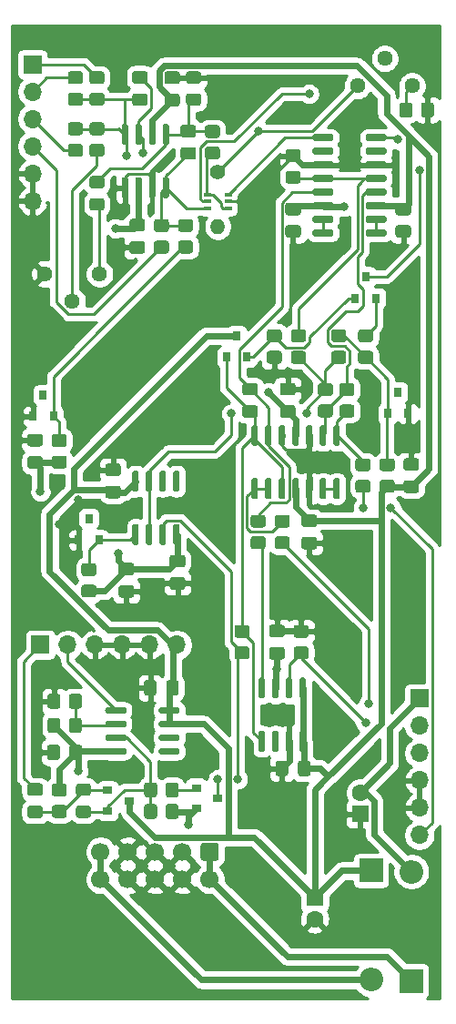
<source format=gbr>
%TF.GenerationSoftware,KiCad,Pcbnew,5.1.8*%
%TF.CreationDate,2020-12-05T20:58:01+00:00*%
%TF.ProjectId,oscillator_prototype,6f736369-6c6c-4617-946f-725f70726f74,rev?*%
%TF.SameCoordinates,Original*%
%TF.FileFunction,Copper,L1,Top*%
%TF.FilePolarity,Positive*%
%FSLAX46Y46*%
G04 Gerber Fmt 4.6, Leading zero omitted, Abs format (unit mm)*
G04 Created by KiCad (PCBNEW 5.1.8) date 2020-12-05 20:58:01*
%MOMM*%
%LPD*%
G01*
G04 APERTURE LIST*
%TA.AperFunction,SMDPad,CuDef*%
%ADD10R,0.800000X0.900000*%
%TD*%
%TA.AperFunction,ComponentPad*%
%ADD11R,1.700000X1.700000*%
%TD*%
%TA.AperFunction,ComponentPad*%
%ADD12O,1.700000X1.700000*%
%TD*%
%TA.AperFunction,ComponentPad*%
%ADD13C,1.700000*%
%TD*%
%TA.AperFunction,ComponentPad*%
%ADD14C,1.400000*%
%TD*%
%TA.AperFunction,ComponentPad*%
%ADD15O,1.400000X1.400000*%
%TD*%
%TA.AperFunction,SMDPad,CuDef*%
%ADD16R,0.650000X0.400000*%
%TD*%
%TA.AperFunction,ComponentPad*%
%ADD17C,1.600000*%
%TD*%
%TA.AperFunction,ComponentPad*%
%ADD18R,1.600000X1.600000*%
%TD*%
%TA.AperFunction,ComponentPad*%
%ADD19C,1.440000*%
%TD*%
%TA.AperFunction,ComponentPad*%
%ADD20O,2.200000X2.200000*%
%TD*%
%TA.AperFunction,ComponentPad*%
%ADD21R,2.200000X2.200000*%
%TD*%
%TA.AperFunction,SMDPad,CuDef*%
%ADD22R,0.900000X0.800000*%
%TD*%
%TA.AperFunction,ViaPad*%
%ADD23C,0.800000*%
%TD*%
%TA.AperFunction,Conductor*%
%ADD24C,0.250000*%
%TD*%
%TA.AperFunction,Conductor*%
%ADD25C,0.600000*%
%TD*%
%TA.AperFunction,Conductor*%
%ADD26C,0.254000*%
%TD*%
%TA.AperFunction,Conductor*%
%ADD27C,0.100000*%
%TD*%
G04 APERTURE END LIST*
%TO.P,C12,1*%
%TO.N,+12V*%
%TA.AperFunction,SMDPad,CuDef*%
G36*
G01*
X122275000Y-89875000D02*
X123225000Y-89875000D01*
G75*
G02*
X123475000Y-90125000I0J-250000D01*
G01*
X123475000Y-90800000D01*
G75*
G02*
X123225000Y-91050000I-250000J0D01*
G01*
X122275000Y-91050000D01*
G75*
G02*
X122025000Y-90800000I0J250000D01*
G01*
X122025000Y-90125000D01*
G75*
G02*
X122275000Y-89875000I250000J0D01*
G01*
G37*
%TD.AperFunction*%
%TO.P,C12,2*%
%TO.N,GND*%
%TA.AperFunction,SMDPad,CuDef*%
G36*
G01*
X122275000Y-91950000D02*
X123225000Y-91950000D01*
G75*
G02*
X123475000Y-92200000I0J-250000D01*
G01*
X123475000Y-92875000D01*
G75*
G02*
X123225000Y-93125000I-250000J0D01*
G01*
X122275000Y-93125000D01*
G75*
G02*
X122025000Y-92875000I0J250000D01*
G01*
X122025000Y-92200000D01*
G75*
G02*
X122275000Y-91950000I250000J0D01*
G01*
G37*
%TD.AperFunction*%
%TD*%
%TO.P,R28,1*%
%TO.N,+12V*%
%TA.AperFunction,SMDPad,CuDef*%
G36*
G01*
X130450001Y-87850000D02*
X129549999Y-87850000D01*
G75*
G02*
X129300000Y-87600001I0J249999D01*
G01*
X129300000Y-86899999D01*
G75*
G02*
X129549999Y-86650000I249999J0D01*
G01*
X130450001Y-86650000D01*
G75*
G02*
X130700000Y-86899999I0J-249999D01*
G01*
X130700000Y-87600001D01*
G75*
G02*
X130450001Y-87850000I-249999J0D01*
G01*
G37*
%TD.AperFunction*%
%TO.P,R28,2*%
%TO.N,+5V*%
%TA.AperFunction,SMDPad,CuDef*%
G36*
G01*
X130450001Y-85850000D02*
X129549999Y-85850000D01*
G75*
G02*
X129300000Y-85600001I0J249999D01*
G01*
X129300000Y-84899999D01*
G75*
G02*
X129549999Y-84650000I249999J0D01*
G01*
X130450001Y-84650000D01*
G75*
G02*
X130700000Y-84899999I0J-249999D01*
G01*
X130700000Y-85600001D01*
G75*
G02*
X130450001Y-85850000I-249999J0D01*
G01*
G37*
%TD.AperFunction*%
%TD*%
%TO.P,R32,1*%
%TO.N,-5V*%
%TA.AperFunction,SMDPad,CuDef*%
G36*
G01*
X101799999Y-94400000D02*
X102700001Y-94400000D01*
G75*
G02*
X102950000Y-94649999I0J-249999D01*
G01*
X102950000Y-95350001D01*
G75*
G02*
X102700001Y-95600000I-249999J0D01*
G01*
X101799999Y-95600000D01*
G75*
G02*
X101550000Y-95350001I0J249999D01*
G01*
X101550000Y-94649999D01*
G75*
G02*
X101799999Y-94400000I249999J0D01*
G01*
G37*
%TD.AperFunction*%
%TO.P,R32,2*%
%TO.N,-12V*%
%TA.AperFunction,SMDPad,CuDef*%
G36*
G01*
X101799999Y-96400000D02*
X102700001Y-96400000D01*
G75*
G02*
X102950000Y-96649999I0J-249999D01*
G01*
X102950000Y-97350001D01*
G75*
G02*
X102700001Y-97600000I-249999J0D01*
G01*
X101799999Y-97600000D01*
G75*
G02*
X101550000Y-97350001I0J249999D01*
G01*
X101550000Y-96649999D01*
G75*
G02*
X101799999Y-96400000I249999J0D01*
G01*
G37*
%TD.AperFunction*%
%TD*%
D10*
%TO.P,U5,3*%
%TO.N,N/C*%
X98000000Y-78750000D03*
%TO.P,U5,2*%
%TO.N,Net-(R17-Pad1)*%
X98950000Y-80750000D03*
%TO.P,U5,1*%
%TO.N,GND*%
X97050000Y-80750000D03*
%TD*%
%TO.P,U6,1*%
%TO.N,/TC_b*%
%TA.AperFunction,SMDPad,CuDef*%
G36*
G01*
X118495000Y-111950000D02*
X118195000Y-111950000D01*
G75*
G02*
X118045000Y-111800000I0J150000D01*
G01*
X118045000Y-110150000D01*
G75*
G02*
X118195000Y-110000000I150000J0D01*
G01*
X118495000Y-110000000D01*
G75*
G02*
X118645000Y-110150000I0J-150000D01*
G01*
X118645000Y-111800000D01*
G75*
G02*
X118495000Y-111950000I-150000J0D01*
G01*
G37*
%TD.AperFunction*%
%TO.P,U6,2*%
%TO.N,Net-(U6-Pad2)*%
%TA.AperFunction,SMDPad,CuDef*%
G36*
G01*
X119765000Y-111950000D02*
X119465000Y-111950000D01*
G75*
G02*
X119315000Y-111800000I0J150000D01*
G01*
X119315000Y-110150000D01*
G75*
G02*
X119465000Y-110000000I150000J0D01*
G01*
X119765000Y-110000000D01*
G75*
G02*
X119915000Y-110150000I0J-150000D01*
G01*
X119915000Y-111800000D01*
G75*
G02*
X119765000Y-111950000I-150000J0D01*
G01*
G37*
%TD.AperFunction*%
%TO.P,U6,3*%
%TO.N,GND*%
%TA.AperFunction,SMDPad,CuDef*%
G36*
G01*
X121035000Y-111950000D02*
X120735000Y-111950000D01*
G75*
G02*
X120585000Y-111800000I0J150000D01*
G01*
X120585000Y-110150000D01*
G75*
G02*
X120735000Y-110000000I150000J0D01*
G01*
X121035000Y-110000000D01*
G75*
G02*
X121185000Y-110150000I0J-150000D01*
G01*
X121185000Y-111800000D01*
G75*
G02*
X121035000Y-111950000I-150000J0D01*
G01*
G37*
%TD.AperFunction*%
%TO.P,U6,4*%
%TO.N,+12V*%
%TA.AperFunction,SMDPad,CuDef*%
G36*
G01*
X122305000Y-111950000D02*
X122005000Y-111950000D01*
G75*
G02*
X121855000Y-111800000I0J150000D01*
G01*
X121855000Y-110150000D01*
G75*
G02*
X122005000Y-110000000I150000J0D01*
G01*
X122305000Y-110000000D01*
G75*
G02*
X122455000Y-110150000I0J-150000D01*
G01*
X122455000Y-111800000D01*
G75*
G02*
X122305000Y-111950000I-150000J0D01*
G01*
G37*
%TD.AperFunction*%
%TO.P,U6,5*%
%TA.AperFunction,SMDPad,CuDef*%
G36*
G01*
X122305000Y-107000000D02*
X122005000Y-107000000D01*
G75*
G02*
X121855000Y-106850000I0J150000D01*
G01*
X121855000Y-105200000D01*
G75*
G02*
X122005000Y-105050000I150000J0D01*
G01*
X122305000Y-105050000D01*
G75*
G02*
X122455000Y-105200000I0J-150000D01*
G01*
X122455000Y-106850000D01*
G75*
G02*
X122305000Y-107000000I-150000J0D01*
G01*
G37*
%TD.AperFunction*%
%TO.P,U6,6*%
%TO.N,switch_b_m*%
%TA.AperFunction,SMDPad,CuDef*%
G36*
G01*
X121035000Y-107000000D02*
X120735000Y-107000000D01*
G75*
G02*
X120585000Y-106850000I0J150000D01*
G01*
X120585000Y-105200000D01*
G75*
G02*
X120735000Y-105050000I150000J0D01*
G01*
X121035000Y-105050000D01*
G75*
G02*
X121185000Y-105200000I0J-150000D01*
G01*
X121185000Y-106850000D01*
G75*
G02*
X121035000Y-107000000I-150000J0D01*
G01*
G37*
%TD.AperFunction*%
%TO.P,U6,7*%
%TO.N,-12V*%
%TA.AperFunction,SMDPad,CuDef*%
G36*
G01*
X119765000Y-107000000D02*
X119465000Y-107000000D01*
G75*
G02*
X119315000Y-106850000I0J150000D01*
G01*
X119315000Y-105200000D01*
G75*
G02*
X119465000Y-105050000I150000J0D01*
G01*
X119765000Y-105050000D01*
G75*
G02*
X119915000Y-105200000I0J-150000D01*
G01*
X119915000Y-106850000D01*
G75*
G02*
X119765000Y-107000000I-150000J0D01*
G01*
G37*
%TD.AperFunction*%
%TO.P,U6,8*%
%TO.N,Net-(R30-Pad2)*%
%TA.AperFunction,SMDPad,CuDef*%
G36*
G01*
X118495000Y-107000000D02*
X118195000Y-107000000D01*
G75*
G02*
X118045000Y-106850000I0J150000D01*
G01*
X118045000Y-105200000D01*
G75*
G02*
X118195000Y-105050000I150000J0D01*
G01*
X118495000Y-105050000D01*
G75*
G02*
X118645000Y-105200000I0J-150000D01*
G01*
X118645000Y-106850000D01*
G75*
G02*
X118495000Y-107000000I-150000J0D01*
G01*
G37*
%TD.AperFunction*%
%TD*%
D11*
%TO.P,J14,1*%
%TO.N,fine_m*%
X97000000Y-48000000D03*
D12*
%TO.P,J14,2*%
%TO.N,coarse_m*%
X97000000Y-50540000D03*
%TO.P,J14,3*%
%TO.N,v_per_oct_m*%
X97000000Y-53080000D03*
%TO.P,J14,4*%
%TO.N,lin_fm_m*%
X97000000Y-55620000D03*
%TO.P,J14,5*%
%TO.N,GND*%
X97000000Y-58160000D03*
%TO.P,J14,6*%
X97000000Y-60700000D03*
%TD*%
%TO.P,C17,2*%
%TO.N,-12V*%
%TA.AperFunction,SMDPad,CuDef*%
G36*
G01*
X106225000Y-95550000D02*
X105275000Y-95550000D01*
G75*
G02*
X105025000Y-95300000I0J250000D01*
G01*
X105025000Y-94625000D01*
G75*
G02*
X105275000Y-94375000I250000J0D01*
G01*
X106225000Y-94375000D01*
G75*
G02*
X106475000Y-94625000I0J-250000D01*
G01*
X106475000Y-95300000D01*
G75*
G02*
X106225000Y-95550000I-250000J0D01*
G01*
G37*
%TD.AperFunction*%
%TO.P,C17,1*%
%TO.N,GND*%
%TA.AperFunction,SMDPad,CuDef*%
G36*
G01*
X106225000Y-97625000D02*
X105275000Y-97625000D01*
G75*
G02*
X105025000Y-97375000I0J250000D01*
G01*
X105025000Y-96700000D01*
G75*
G02*
X105275000Y-96450000I250000J0D01*
G01*
X106225000Y-96450000D01*
G75*
G02*
X106475000Y-96700000I0J-250000D01*
G01*
X106475000Y-97375000D01*
G75*
G02*
X106225000Y-97625000I-250000J0D01*
G01*
G37*
%TD.AperFunction*%
%TD*%
%TO.P,R17,2*%
%TO.N,-12V*%
%TA.AperFunction,SMDPad,CuDef*%
G36*
G01*
X99049999Y-84400000D02*
X99950001Y-84400000D01*
G75*
G02*
X100200000Y-84649999I0J-249999D01*
G01*
X100200000Y-85350001D01*
G75*
G02*
X99950001Y-85600000I-249999J0D01*
G01*
X99049999Y-85600000D01*
G75*
G02*
X98800000Y-85350001I0J249999D01*
G01*
X98800000Y-84649999D01*
G75*
G02*
X99049999Y-84400000I249999J0D01*
G01*
G37*
%TD.AperFunction*%
%TO.P,R17,1*%
%TO.N,Net-(R17-Pad1)*%
%TA.AperFunction,SMDPad,CuDef*%
G36*
G01*
X99049999Y-82400000D02*
X99950001Y-82400000D01*
G75*
G02*
X100200000Y-82649999I0J-249999D01*
G01*
X100200000Y-83350001D01*
G75*
G02*
X99950001Y-83600000I-249999J0D01*
G01*
X99049999Y-83600000D01*
G75*
G02*
X98800000Y-83350001I0J249999D01*
G01*
X98800000Y-82649999D01*
G75*
G02*
X99049999Y-82400000I249999J0D01*
G01*
G37*
%TD.AperFunction*%
%TD*%
%TO.P,J7,1*%
%TO.N,Net-(D5-Pad1)*%
%TA.AperFunction,ComponentPad*%
G36*
G01*
X112900000Y-120400000D02*
X114100000Y-120400000D01*
G75*
G02*
X114350000Y-120650000I0J-250000D01*
G01*
X114350000Y-121850000D01*
G75*
G02*
X114100000Y-122100000I-250000J0D01*
G01*
X112900000Y-122100000D01*
G75*
G02*
X112650000Y-121850000I0J250000D01*
G01*
X112650000Y-120650000D01*
G75*
G02*
X112900000Y-120400000I250000J0D01*
G01*
G37*
%TD.AperFunction*%
D13*
%TO.P,J7,3*%
%TO.N,GND*%
X110960000Y-121250000D03*
%TO.P,J7,5*%
X108420000Y-121250000D03*
%TO.P,J7,7*%
X105880000Y-121250000D03*
%TO.P,J7,9*%
%TO.N,Net-(D4-Pad2)*%
X103340000Y-121250000D03*
%TO.P,J7,2*%
%TO.N,Net-(D5-Pad1)*%
X113500000Y-123790000D03*
%TO.P,J7,4*%
%TO.N,GND*%
X110960000Y-123790000D03*
%TO.P,J7,6*%
X108420000Y-123790000D03*
%TO.P,J7,8*%
X105880000Y-123790000D03*
%TO.P,J7,10*%
%TO.N,Net-(D4-Pad2)*%
X103340000Y-123790000D03*
%TD*%
%TO.P,R6,2*%
%TO.N,fine_m*%
%TA.AperFunction,SMDPad,CuDef*%
G36*
G01*
X103450001Y-49850000D02*
X102549999Y-49850000D01*
G75*
G02*
X102300000Y-49600001I0J249999D01*
G01*
X102300000Y-48899999D01*
G75*
G02*
X102549999Y-48650000I249999J0D01*
G01*
X103450001Y-48650000D01*
G75*
G02*
X103700000Y-48899999I0J-249999D01*
G01*
X103700000Y-49600001D01*
G75*
G02*
X103450001Y-49850000I-249999J0D01*
G01*
G37*
%TD.AperFunction*%
%TO.P,R6,1*%
%TO.N,Net-(C1-Pad2)*%
%TA.AperFunction,SMDPad,CuDef*%
G36*
G01*
X103450001Y-51850000D02*
X102549999Y-51850000D01*
G75*
G02*
X102300000Y-51600001I0J249999D01*
G01*
X102300000Y-50899999D01*
G75*
G02*
X102549999Y-50650000I249999J0D01*
G01*
X103450001Y-50650000D01*
G75*
G02*
X103700000Y-50899999I0J-249999D01*
G01*
X103700000Y-51600001D01*
G75*
G02*
X103450001Y-51850000I-249999J0D01*
G01*
G37*
%TD.AperFunction*%
%TD*%
D10*
%TO.P,U10,1*%
%TO.N,+5V*%
X130050000Y-80500000D03*
%TO.P,U10,2*%
%TO.N,GND*%
X131950000Y-80500000D03*
%TO.P,U10,3*%
%TO.N,N/C*%
X131000000Y-78500000D03*
%TD*%
%TO.P,U11,1*%
%TO.N,GND*%
X101300000Y-92250000D03*
%TO.P,U11,2*%
%TO.N,-5V*%
X103200000Y-92250000D03*
%TO.P,U11,3*%
%TO.N,N/C*%
X102250000Y-90250000D03*
%TD*%
%TO.P,C16,1*%
%TO.N,+12V*%
%TA.AperFunction,SMDPad,CuDef*%
G36*
G01*
X132725000Y-87875000D02*
X131775000Y-87875000D01*
G75*
G02*
X131525000Y-87625000I0J250000D01*
G01*
X131525000Y-86950000D01*
G75*
G02*
X131775000Y-86700000I250000J0D01*
G01*
X132725000Y-86700000D01*
G75*
G02*
X132975000Y-86950000I0J-250000D01*
G01*
X132975000Y-87625000D01*
G75*
G02*
X132725000Y-87875000I-250000J0D01*
G01*
G37*
%TD.AperFunction*%
%TO.P,C16,2*%
%TO.N,GND*%
%TA.AperFunction,SMDPad,CuDef*%
G36*
G01*
X132725000Y-85800000D02*
X131775000Y-85800000D01*
G75*
G02*
X131525000Y-85550000I0J250000D01*
G01*
X131525000Y-84875000D01*
G75*
G02*
X131775000Y-84625000I250000J0D01*
G01*
X132725000Y-84625000D01*
G75*
G02*
X132975000Y-84875000I0J-250000D01*
G01*
X132975000Y-85550000D01*
G75*
G02*
X132725000Y-85800000I-250000J0D01*
G01*
G37*
%TD.AperFunction*%
%TD*%
%TO.P,R2,2*%
%TO.N,Net-(R2-Pad2)*%
%TA.AperFunction,SMDPad,CuDef*%
G36*
G01*
X125799999Y-79650000D02*
X126700001Y-79650000D01*
G75*
G02*
X126950000Y-79899999I0J-249999D01*
G01*
X126950000Y-80600001D01*
G75*
G02*
X126700001Y-80850000I-249999J0D01*
G01*
X125799999Y-80850000D01*
G75*
G02*
X125550000Y-80600001I0J249999D01*
G01*
X125550000Y-79899999D01*
G75*
G02*
X125799999Y-79650000I249999J0D01*
G01*
G37*
%TD.AperFunction*%
%TO.P,R2,1*%
%TO.N,Net-(R1-Pad2)*%
%TA.AperFunction,SMDPad,CuDef*%
G36*
G01*
X125799999Y-77650000D02*
X126700001Y-77650000D01*
G75*
G02*
X126950000Y-77899999I0J-249999D01*
G01*
X126950000Y-78600001D01*
G75*
G02*
X126700001Y-78850000I-249999J0D01*
G01*
X125799999Y-78850000D01*
G75*
G02*
X125550000Y-78600001I0J249999D01*
G01*
X125550000Y-77899999D01*
G75*
G02*
X125799999Y-77650000I249999J0D01*
G01*
G37*
%TD.AperFunction*%
%TD*%
%TO.P,C7,2*%
%TO.N,-12V*%
%TA.AperFunction,SMDPad,CuDef*%
G36*
G01*
X96775000Y-84450000D02*
X97725000Y-84450000D01*
G75*
G02*
X97975000Y-84700000I0J-250000D01*
G01*
X97975000Y-85375000D01*
G75*
G02*
X97725000Y-85625000I-250000J0D01*
G01*
X96775000Y-85625000D01*
G75*
G02*
X96525000Y-85375000I0J250000D01*
G01*
X96525000Y-84700000D01*
G75*
G02*
X96775000Y-84450000I250000J0D01*
G01*
G37*
%TD.AperFunction*%
%TO.P,C7,1*%
%TO.N,GND*%
%TA.AperFunction,SMDPad,CuDef*%
G36*
G01*
X96775000Y-82375000D02*
X97725000Y-82375000D01*
G75*
G02*
X97975000Y-82625000I0J-250000D01*
G01*
X97975000Y-83300000D01*
G75*
G02*
X97725000Y-83550000I-250000J0D01*
G01*
X96775000Y-83550000D01*
G75*
G02*
X96525000Y-83300000I0J250000D01*
G01*
X96525000Y-82625000D01*
G75*
G02*
X96775000Y-82375000I250000J0D01*
G01*
G37*
%TD.AperFunction*%
%TD*%
%TO.P,C19,2*%
%TO.N,-12V*%
%TA.AperFunction,SMDPad,CuDef*%
G36*
G01*
X100450000Y-112475000D02*
X100450000Y-111525000D01*
G75*
G02*
X100700000Y-111275000I250000J0D01*
G01*
X101375000Y-111275000D01*
G75*
G02*
X101625000Y-111525000I0J-250000D01*
G01*
X101625000Y-112475000D01*
G75*
G02*
X101375000Y-112725000I-250000J0D01*
G01*
X100700000Y-112725000D01*
G75*
G02*
X100450000Y-112475000I0J250000D01*
G01*
G37*
%TD.AperFunction*%
%TO.P,C19,1*%
%TO.N,GND*%
%TA.AperFunction,SMDPad,CuDef*%
G36*
G01*
X98375000Y-112475000D02*
X98375000Y-111525000D01*
G75*
G02*
X98625000Y-111275000I250000J0D01*
G01*
X99300000Y-111275000D01*
G75*
G02*
X99550000Y-111525000I0J-250000D01*
G01*
X99550000Y-112475000D01*
G75*
G02*
X99300000Y-112725000I-250000J0D01*
G01*
X98625000Y-112725000D01*
G75*
G02*
X98375000Y-112475000I0J250000D01*
G01*
G37*
%TD.AperFunction*%
%TD*%
D12*
%TO.P,J12,6*%
%TO.N,saw_m*%
X133000000Y-119700000D03*
%TO.P,J12,5*%
%TO.N,GND*%
X133000000Y-117160000D03*
%TO.P,J12,4*%
X133000000Y-114620000D03*
%TO.P,J12,3*%
%TO.N,switch_b_m*%
X133000000Y-112080000D03*
%TO.P,J12,2*%
%TO.N,tri_m*%
X133000000Y-109540000D03*
D11*
%TO.P,J12,1*%
%TO.N,-12V*%
X133000000Y-107000000D03*
%TD*%
%TO.P,C1,1*%
%TO.N,Net-(C1-Pad1)*%
%TA.AperFunction,SMDPad,CuDef*%
G36*
G01*
X106525000Y-48625000D02*
X107475000Y-48625000D01*
G75*
G02*
X107725000Y-48875000I0J-250000D01*
G01*
X107725000Y-49550000D01*
G75*
G02*
X107475000Y-49800000I-250000J0D01*
G01*
X106525000Y-49800000D01*
G75*
G02*
X106275000Y-49550000I0J250000D01*
G01*
X106275000Y-48875000D01*
G75*
G02*
X106525000Y-48625000I250000J0D01*
G01*
G37*
%TD.AperFunction*%
%TO.P,C1,2*%
%TO.N,Net-(C1-Pad2)*%
%TA.AperFunction,SMDPad,CuDef*%
G36*
G01*
X106525000Y-50700000D02*
X107475000Y-50700000D01*
G75*
G02*
X107725000Y-50950000I0J-250000D01*
G01*
X107725000Y-51625000D01*
G75*
G02*
X107475000Y-51875000I-250000J0D01*
G01*
X106525000Y-51875000D01*
G75*
G02*
X106275000Y-51625000I0J250000D01*
G01*
X106275000Y-50950000D01*
G75*
G02*
X106525000Y-50700000I250000J0D01*
G01*
G37*
%TD.AperFunction*%
%TD*%
%TO.P,U1,1*%
%TO.N,GND*%
%TA.AperFunction,SMDPad,CuDef*%
G36*
G01*
X105745000Y-60450000D02*
X105445000Y-60450000D01*
G75*
G02*
X105295000Y-60300000I0J150000D01*
G01*
X105295000Y-58650000D01*
G75*
G02*
X105445000Y-58500000I150000J0D01*
G01*
X105745000Y-58500000D01*
G75*
G02*
X105895000Y-58650000I0J-150000D01*
G01*
X105895000Y-60300000D01*
G75*
G02*
X105745000Y-60450000I-150000J0D01*
G01*
G37*
%TD.AperFunction*%
%TO.P,U1,2*%
%TO.N,-12V*%
%TA.AperFunction,SMDPad,CuDef*%
G36*
G01*
X107015000Y-60450000D02*
X106715000Y-60450000D01*
G75*
G02*
X106565000Y-60300000I0J150000D01*
G01*
X106565000Y-58650000D01*
G75*
G02*
X106715000Y-58500000I150000J0D01*
G01*
X107015000Y-58500000D01*
G75*
G02*
X107165000Y-58650000I0J-150000D01*
G01*
X107165000Y-60300000D01*
G75*
G02*
X107015000Y-60450000I-150000J0D01*
G01*
G37*
%TD.AperFunction*%
%TO.P,U1,3*%
%TO.N,GND*%
%TA.AperFunction,SMDPad,CuDef*%
G36*
G01*
X108285000Y-60450000D02*
X107985000Y-60450000D01*
G75*
G02*
X107835000Y-60300000I0J150000D01*
G01*
X107835000Y-58650000D01*
G75*
G02*
X107985000Y-58500000I150000J0D01*
G01*
X108285000Y-58500000D01*
G75*
G02*
X108435000Y-58650000I0J-150000D01*
G01*
X108435000Y-60300000D01*
G75*
G02*
X108285000Y-60450000I-150000J0D01*
G01*
G37*
%TD.AperFunction*%
%TO.P,U1,4*%
%TO.N,Net-(C3-Pad2)*%
%TA.AperFunction,SMDPad,CuDef*%
G36*
G01*
X109555000Y-60450000D02*
X109255000Y-60450000D01*
G75*
G02*
X109105000Y-60300000I0J150000D01*
G01*
X109105000Y-58650000D01*
G75*
G02*
X109255000Y-58500000I150000J0D01*
G01*
X109555000Y-58500000D01*
G75*
G02*
X109705000Y-58650000I0J-150000D01*
G01*
X109705000Y-60300000D01*
G75*
G02*
X109555000Y-60450000I-150000J0D01*
G01*
G37*
%TD.AperFunction*%
%TO.P,U1,5*%
%TO.N,Net-(C3-Pad1)*%
%TA.AperFunction,SMDPad,CuDef*%
G36*
G01*
X109555000Y-55500000D02*
X109255000Y-55500000D01*
G75*
G02*
X109105000Y-55350000I0J150000D01*
G01*
X109105000Y-53700000D01*
G75*
G02*
X109255000Y-53550000I150000J0D01*
G01*
X109555000Y-53550000D01*
G75*
G02*
X109705000Y-53700000I0J-150000D01*
G01*
X109705000Y-55350000D01*
G75*
G02*
X109555000Y-55500000I-150000J0D01*
G01*
G37*
%TD.AperFunction*%
%TO.P,U1,6*%
%TO.N,+12V*%
%TA.AperFunction,SMDPad,CuDef*%
G36*
G01*
X108285000Y-55500000D02*
X107985000Y-55500000D01*
G75*
G02*
X107835000Y-55350000I0J150000D01*
G01*
X107835000Y-53700000D01*
G75*
G02*
X107985000Y-53550000I150000J0D01*
G01*
X108285000Y-53550000D01*
G75*
G02*
X108435000Y-53700000I0J-150000D01*
G01*
X108435000Y-55350000D01*
G75*
G02*
X108285000Y-55500000I-150000J0D01*
G01*
G37*
%TD.AperFunction*%
%TO.P,U1,7*%
%TO.N,Net-(C1-Pad1)*%
%TA.AperFunction,SMDPad,CuDef*%
G36*
G01*
X107015000Y-55500000D02*
X106715000Y-55500000D01*
G75*
G02*
X106565000Y-55350000I0J150000D01*
G01*
X106565000Y-53700000D01*
G75*
G02*
X106715000Y-53550000I150000J0D01*
G01*
X107015000Y-53550000D01*
G75*
G02*
X107165000Y-53700000I0J-150000D01*
G01*
X107165000Y-55350000D01*
G75*
G02*
X107015000Y-55500000I-150000J0D01*
G01*
G37*
%TD.AperFunction*%
%TO.P,U1,8*%
%TO.N,Net-(C1-Pad2)*%
%TA.AperFunction,SMDPad,CuDef*%
G36*
G01*
X105745000Y-55500000D02*
X105445000Y-55500000D01*
G75*
G02*
X105295000Y-55350000I0J150000D01*
G01*
X105295000Y-53700000D01*
G75*
G02*
X105445000Y-53550000I150000J0D01*
G01*
X105745000Y-53550000D01*
G75*
G02*
X105895000Y-53700000I0J-150000D01*
G01*
X105895000Y-55350000D01*
G75*
G02*
X105745000Y-55500000I-150000J0D01*
G01*
G37*
%TD.AperFunction*%
%TD*%
%TO.P,C6,2*%
%TO.N,GND*%
%TA.AperFunction,SMDPad,CuDef*%
G36*
G01*
X110475000Y-49837500D02*
X109525000Y-49837500D01*
G75*
G02*
X109275000Y-49587500I0J250000D01*
G01*
X109275000Y-48912500D01*
G75*
G02*
X109525000Y-48662500I250000J0D01*
G01*
X110475000Y-48662500D01*
G75*
G02*
X110725000Y-48912500I0J-250000D01*
G01*
X110725000Y-49587500D01*
G75*
G02*
X110475000Y-49837500I-250000J0D01*
G01*
G37*
%TD.AperFunction*%
%TO.P,C6,1*%
%TO.N,+12V*%
%TA.AperFunction,SMDPad,CuDef*%
G36*
G01*
X110475000Y-51912500D02*
X109525000Y-51912500D01*
G75*
G02*
X109275000Y-51662500I0J250000D01*
G01*
X109275000Y-50987500D01*
G75*
G02*
X109525000Y-50737500I250000J0D01*
G01*
X110475000Y-50737500D01*
G75*
G02*
X110725000Y-50987500I0J-250000D01*
G01*
X110725000Y-51662500D01*
G75*
G02*
X110475000Y-51912500I-250000J0D01*
G01*
G37*
%TD.AperFunction*%
%TD*%
%TO.P,C15,1*%
%TO.N,GND*%
%TA.AperFunction,SMDPad,CuDef*%
G36*
G01*
X107225000Y-65625000D02*
X106275000Y-65625000D01*
G75*
G02*
X106025000Y-65375000I0J250000D01*
G01*
X106025000Y-64700000D01*
G75*
G02*
X106275000Y-64450000I250000J0D01*
G01*
X107225000Y-64450000D01*
G75*
G02*
X107475000Y-64700000I0J-250000D01*
G01*
X107475000Y-65375000D01*
G75*
G02*
X107225000Y-65625000I-250000J0D01*
G01*
G37*
%TD.AperFunction*%
%TO.P,C15,2*%
%TO.N,-12V*%
%TA.AperFunction,SMDPad,CuDef*%
G36*
G01*
X107225000Y-63550000D02*
X106275000Y-63550000D01*
G75*
G02*
X106025000Y-63300000I0J250000D01*
G01*
X106025000Y-62625000D01*
G75*
G02*
X106275000Y-62375000I250000J0D01*
G01*
X107225000Y-62375000D01*
G75*
G02*
X107475000Y-62625000I0J-250000D01*
G01*
X107475000Y-63300000D01*
G75*
G02*
X107225000Y-63550000I-250000J0D01*
G01*
G37*
%TD.AperFunction*%
%TD*%
%TO.P,R29,2*%
%TO.N,Net-(C1-Pad2)*%
%TA.AperFunction,SMDPad,CuDef*%
G36*
G01*
X103450001Y-54600000D02*
X102549999Y-54600000D01*
G75*
G02*
X102300000Y-54350001I0J249999D01*
G01*
X102300000Y-53649999D01*
G75*
G02*
X102549999Y-53400000I249999J0D01*
G01*
X103450001Y-53400000D01*
G75*
G02*
X103700000Y-53649999I0J-249999D01*
G01*
X103700000Y-54350001D01*
G75*
G02*
X103450001Y-54600000I-249999J0D01*
G01*
G37*
%TD.AperFunction*%
%TO.P,R29,1*%
%TO.N,Net-(R29-Pad1)*%
%TA.AperFunction,SMDPad,CuDef*%
G36*
G01*
X103450001Y-56600000D02*
X102549999Y-56600000D01*
G75*
G02*
X102300000Y-56350001I0J249999D01*
G01*
X102300000Y-55649999D01*
G75*
G02*
X102549999Y-55400000I249999J0D01*
G01*
X103450001Y-55400000D01*
G75*
G02*
X103700000Y-55649999I0J-249999D01*
G01*
X103700000Y-56350001D01*
G75*
G02*
X103450001Y-56600000I-249999J0D01*
G01*
G37*
%TD.AperFunction*%
%TD*%
%TO.P,R25,2*%
%TO.N,-12V*%
%TA.AperFunction,SMDPad,CuDef*%
G36*
G01*
X99950001Y-116100000D02*
X99049999Y-116100000D01*
G75*
G02*
X98800000Y-115850001I0J249999D01*
G01*
X98800000Y-115149999D01*
G75*
G02*
X99049999Y-114900000I249999J0D01*
G01*
X99950001Y-114900000D01*
G75*
G02*
X100200000Y-115149999I0J-249999D01*
G01*
X100200000Y-115850001D01*
G75*
G02*
X99950001Y-116100000I-249999J0D01*
G01*
G37*
%TD.AperFunction*%
%TO.P,R25,1*%
%TO.N,Net-(C4-Pad1)*%
%TA.AperFunction,SMDPad,CuDef*%
G36*
G01*
X99950001Y-118100000D02*
X99049999Y-118100000D01*
G75*
G02*
X98800000Y-117850001I0J249999D01*
G01*
X98800000Y-117149999D01*
G75*
G02*
X99049999Y-116900000I249999J0D01*
G01*
X99950001Y-116900000D01*
G75*
G02*
X100200000Y-117149999I0J-249999D01*
G01*
X100200000Y-117850001D01*
G75*
G02*
X99950001Y-118100000I-249999J0D01*
G01*
G37*
%TD.AperFunction*%
%TD*%
%TO.P,R3,2*%
%TO.N,coarse_m*%
%TA.AperFunction,SMDPad,CuDef*%
G36*
G01*
X101450001Y-49850000D02*
X100549999Y-49850000D01*
G75*
G02*
X100300000Y-49600001I0J249999D01*
G01*
X100300000Y-48899999D01*
G75*
G02*
X100549999Y-48650000I249999J0D01*
G01*
X101450001Y-48650000D01*
G75*
G02*
X101700000Y-48899999I0J-249999D01*
G01*
X101700000Y-49600001D01*
G75*
G02*
X101450001Y-49850000I-249999J0D01*
G01*
G37*
%TD.AperFunction*%
%TO.P,R3,1*%
%TO.N,Net-(C1-Pad2)*%
%TA.AperFunction,SMDPad,CuDef*%
G36*
G01*
X101450001Y-51850000D02*
X100549999Y-51850000D01*
G75*
G02*
X100300000Y-51600001I0J249999D01*
G01*
X100300000Y-50899999D01*
G75*
G02*
X100549999Y-50650000I249999J0D01*
G01*
X101450001Y-50650000D01*
G75*
G02*
X101700000Y-50899999I0J-249999D01*
G01*
X101700000Y-51600001D01*
G75*
G02*
X101450001Y-51850000I-249999J0D01*
G01*
G37*
%TD.AperFunction*%
%TD*%
%TO.P,R7,2*%
%TO.N,+5V*%
%TA.AperFunction,SMDPad,CuDef*%
G36*
G01*
X125950001Y-73850000D02*
X125049999Y-73850000D01*
G75*
G02*
X124800000Y-73600001I0J249999D01*
G01*
X124800000Y-72899999D01*
G75*
G02*
X125049999Y-72650000I249999J0D01*
G01*
X125950001Y-72650000D01*
G75*
G02*
X126200000Y-72899999I0J-249999D01*
G01*
X126200000Y-73600001D01*
G75*
G02*
X125950001Y-73850000I-249999J0D01*
G01*
G37*
%TD.AperFunction*%
%TO.P,R7,1*%
%TO.N,Net-(R1-Pad1)*%
%TA.AperFunction,SMDPad,CuDef*%
G36*
G01*
X125950001Y-75850000D02*
X125049999Y-75850000D01*
G75*
G02*
X124800000Y-75600001I0J249999D01*
G01*
X124800000Y-74899999D01*
G75*
G02*
X125049999Y-74650000I249999J0D01*
G01*
X125950001Y-74650000D01*
G75*
G02*
X126200000Y-74899999I0J-249999D01*
G01*
X126200000Y-75600001D01*
G75*
G02*
X125950001Y-75850000I-249999J0D01*
G01*
G37*
%TD.AperFunction*%
%TD*%
%TO.P,D3,1*%
%TO.N,Net-(D3-Pad1)*%
%TA.AperFunction,SMDPad,CuDef*%
G36*
G01*
X103450001Y-61600000D02*
X102549999Y-61600000D01*
G75*
G02*
X102300000Y-61350001I0J249999D01*
G01*
X102300000Y-60699999D01*
G75*
G02*
X102549999Y-60450000I249999J0D01*
G01*
X103450001Y-60450000D01*
G75*
G02*
X103700000Y-60699999I0J-249999D01*
G01*
X103700000Y-61350001D01*
G75*
G02*
X103450001Y-61600000I-249999J0D01*
G01*
G37*
%TD.AperFunction*%
%TO.P,D3,2*%
%TO.N,Net-(C3-Pad1)*%
%TA.AperFunction,SMDPad,CuDef*%
G36*
G01*
X103450001Y-59550000D02*
X102549999Y-59550000D01*
G75*
G02*
X102300000Y-59300001I0J249999D01*
G01*
X102300000Y-58649999D01*
G75*
G02*
X102549999Y-58400000I249999J0D01*
G01*
X103450001Y-58400000D01*
G75*
G02*
X103700000Y-58649999I0J-249999D01*
G01*
X103700000Y-59300001D01*
G75*
G02*
X103450001Y-59550000I-249999J0D01*
G01*
G37*
%TD.AperFunction*%
%TD*%
%TO.P,R16,1*%
%TO.N,Net-(R16-Pad1)*%
%TA.AperFunction,SMDPad,CuDef*%
G36*
G01*
X119799999Y-89900000D02*
X120700001Y-89900000D01*
G75*
G02*
X120950000Y-90149999I0J-249999D01*
G01*
X120950000Y-90850001D01*
G75*
G02*
X120700001Y-91100000I-249999J0D01*
G01*
X119799999Y-91100000D01*
G75*
G02*
X119550000Y-90850001I0J249999D01*
G01*
X119550000Y-90149999D01*
G75*
G02*
X119799999Y-89900000I249999J0D01*
G01*
G37*
%TD.AperFunction*%
%TO.P,R16,2*%
%TO.N,tri_m*%
%TA.AperFunction,SMDPad,CuDef*%
G36*
G01*
X119799999Y-91900000D02*
X120700001Y-91900000D01*
G75*
G02*
X120950000Y-92149999I0J-249999D01*
G01*
X120950000Y-92850001D01*
G75*
G02*
X120700001Y-93100000I-249999J0D01*
G01*
X119799999Y-93100000D01*
G75*
G02*
X119550000Y-92850001I0J249999D01*
G01*
X119550000Y-92149999D01*
G75*
G02*
X119799999Y-91900000I249999J0D01*
G01*
G37*
%TD.AperFunction*%
%TD*%
%TO.P,C20,2*%
%TO.N,-12V*%
%TA.AperFunction,SMDPad,CuDef*%
G36*
G01*
X119275000Y-102200000D02*
X120225000Y-102200000D01*
G75*
G02*
X120475000Y-102450000I0J-250000D01*
G01*
X120475000Y-103125000D01*
G75*
G02*
X120225000Y-103375000I-250000J0D01*
G01*
X119275000Y-103375000D01*
G75*
G02*
X119025000Y-103125000I0J250000D01*
G01*
X119025000Y-102450000D01*
G75*
G02*
X119275000Y-102200000I250000J0D01*
G01*
G37*
%TD.AperFunction*%
%TO.P,C20,1*%
%TO.N,GND*%
%TA.AperFunction,SMDPad,CuDef*%
G36*
G01*
X119275000Y-100125000D02*
X120225000Y-100125000D01*
G75*
G02*
X120475000Y-100375000I0J-250000D01*
G01*
X120475000Y-101050000D01*
G75*
G02*
X120225000Y-101300000I-250000J0D01*
G01*
X119275000Y-101300000D01*
G75*
G02*
X119025000Y-101050000I0J250000D01*
G01*
X119025000Y-100375000D01*
G75*
G02*
X119275000Y-100125000I250000J0D01*
G01*
G37*
%TD.AperFunction*%
%TD*%
D14*
%TO.P,R4,1*%
%TO.N,Net-(C1-Pad1)*%
X114250000Y-58000000D03*
D15*
%TO.P,R4,2*%
%TO.N,Net-(C1-Pad2)*%
X114250000Y-63080000D03*
%TD*%
%TO.P,C21,2*%
%TO.N,-12V*%
%TA.AperFunction,SMDPad,CuDef*%
G36*
G01*
X121725000Y-62050000D02*
X120775000Y-62050000D01*
G75*
G02*
X120525000Y-61800000I0J250000D01*
G01*
X120525000Y-61125000D01*
G75*
G02*
X120775000Y-60875000I250000J0D01*
G01*
X121725000Y-60875000D01*
G75*
G02*
X121975000Y-61125000I0J-250000D01*
G01*
X121975000Y-61800000D01*
G75*
G02*
X121725000Y-62050000I-250000J0D01*
G01*
G37*
%TD.AperFunction*%
%TO.P,C21,1*%
%TO.N,GND*%
%TA.AperFunction,SMDPad,CuDef*%
G36*
G01*
X121725000Y-64125000D02*
X120775000Y-64125000D01*
G75*
G02*
X120525000Y-63875000I0J250000D01*
G01*
X120525000Y-63200000D01*
G75*
G02*
X120775000Y-62950000I250000J0D01*
G01*
X121725000Y-62950000D01*
G75*
G02*
X121975000Y-63200000I0J-250000D01*
G01*
X121975000Y-63875000D01*
G75*
G02*
X121725000Y-64125000I-250000J0D01*
G01*
G37*
%TD.AperFunction*%
%TD*%
%TO.P,R5,2*%
%TO.N,saw_m*%
%TA.AperFunction,SMDPad,CuDef*%
G36*
G01*
X127299999Y-86650000D02*
X128200001Y-86650000D01*
G75*
G02*
X128450000Y-86899999I0J-249999D01*
G01*
X128450000Y-87600001D01*
G75*
G02*
X128200001Y-87850000I-249999J0D01*
G01*
X127299999Y-87850000D01*
G75*
G02*
X127050000Y-87600001I0J249999D01*
G01*
X127050000Y-86899999D01*
G75*
G02*
X127299999Y-86650000I249999J0D01*
G01*
G37*
%TD.AperFunction*%
%TO.P,R5,1*%
%TO.N,Net-(R2-Pad2)*%
%TA.AperFunction,SMDPad,CuDef*%
G36*
G01*
X127299999Y-84650000D02*
X128200001Y-84650000D01*
G75*
G02*
X128450000Y-84899999I0J-249999D01*
G01*
X128450000Y-85600001D01*
G75*
G02*
X128200001Y-85850000I-249999J0D01*
G01*
X127299999Y-85850000D01*
G75*
G02*
X127050000Y-85600001I0J249999D01*
G01*
X127050000Y-84899999D01*
G75*
G02*
X127299999Y-84650000I249999J0D01*
G01*
G37*
%TD.AperFunction*%
%TD*%
%TO.P,R9,1*%
%TO.N,Net-(Q2-Pad2)*%
%TA.AperFunction,SMDPad,CuDef*%
G36*
G01*
X127549999Y-72650000D02*
X128450001Y-72650000D01*
G75*
G02*
X128700000Y-72899999I0J-249999D01*
G01*
X128700000Y-73600001D01*
G75*
G02*
X128450001Y-73850000I-249999J0D01*
G01*
X127549999Y-73850000D01*
G75*
G02*
X127300000Y-73600001I0J249999D01*
G01*
X127300000Y-72899999D01*
G75*
G02*
X127549999Y-72650000I249999J0D01*
G01*
G37*
%TD.AperFunction*%
%TO.P,R9,2*%
%TO.N,+5V*%
%TA.AperFunction,SMDPad,CuDef*%
G36*
G01*
X127549999Y-74650000D02*
X128450001Y-74650000D01*
G75*
G02*
X128700000Y-74899999I0J-249999D01*
G01*
X128700000Y-75600001D01*
G75*
G02*
X128450001Y-75850000I-249999J0D01*
G01*
X127549999Y-75850000D01*
G75*
G02*
X127300000Y-75600001I0J249999D01*
G01*
X127300000Y-74899999D01*
G75*
G02*
X127549999Y-74650000I249999J0D01*
G01*
G37*
%TD.AperFunction*%
%TD*%
%TO.P,C22,2*%
%TO.N,-12V*%
%TA.AperFunction,SMDPad,CuDef*%
G36*
G01*
X120275000Y-79700000D02*
X121225000Y-79700000D01*
G75*
G02*
X121475000Y-79950000I0J-250000D01*
G01*
X121475000Y-80625000D01*
G75*
G02*
X121225000Y-80875000I-250000J0D01*
G01*
X120275000Y-80875000D01*
G75*
G02*
X120025000Y-80625000I0J250000D01*
G01*
X120025000Y-79950000D01*
G75*
G02*
X120275000Y-79700000I250000J0D01*
G01*
G37*
%TD.AperFunction*%
%TO.P,C22,1*%
%TO.N,GND*%
%TA.AperFunction,SMDPad,CuDef*%
G36*
G01*
X120275000Y-77625000D02*
X121225000Y-77625000D01*
G75*
G02*
X121475000Y-77875000I0J-250000D01*
G01*
X121475000Y-78550000D01*
G75*
G02*
X121225000Y-78800000I-250000J0D01*
G01*
X120275000Y-78800000D01*
G75*
G02*
X120025000Y-78550000I0J250000D01*
G01*
X120025000Y-77875000D01*
G75*
G02*
X120275000Y-77625000I250000J0D01*
G01*
G37*
%TD.AperFunction*%
%TD*%
%TO.P,U2,1*%
%TO.N,Net-(R16-Pad1)*%
%TA.AperFunction,SMDPad,CuDef*%
G36*
G01*
X117840000Y-88450000D02*
X117540000Y-88450000D01*
G75*
G02*
X117390000Y-88300000I0J150000D01*
G01*
X117390000Y-86650000D01*
G75*
G02*
X117540000Y-86500000I150000J0D01*
G01*
X117840000Y-86500000D01*
G75*
G02*
X117990000Y-86650000I0J-150000D01*
G01*
X117990000Y-88300000D01*
G75*
G02*
X117840000Y-88450000I-150000J0D01*
G01*
G37*
%TD.AperFunction*%
%TO.P,U2,2*%
%TA.AperFunction,SMDPad,CuDef*%
G36*
G01*
X119110000Y-88450000D02*
X118810000Y-88450000D01*
G75*
G02*
X118660000Y-88300000I0J150000D01*
G01*
X118660000Y-86650000D01*
G75*
G02*
X118810000Y-86500000I150000J0D01*
G01*
X119110000Y-86500000D01*
G75*
G02*
X119260000Y-86650000I0J-150000D01*
G01*
X119260000Y-88300000D01*
G75*
G02*
X119110000Y-88450000I-150000J0D01*
G01*
G37*
%TD.AperFunction*%
%TO.P,U2,3*%
%TO.N,/TC_b*%
%TA.AperFunction,SMDPad,CuDef*%
G36*
G01*
X120380000Y-88450000D02*
X120080000Y-88450000D01*
G75*
G02*
X119930000Y-88300000I0J150000D01*
G01*
X119930000Y-86650000D01*
G75*
G02*
X120080000Y-86500000I150000J0D01*
G01*
X120380000Y-86500000D01*
G75*
G02*
X120530000Y-86650000I0J-150000D01*
G01*
X120530000Y-88300000D01*
G75*
G02*
X120380000Y-88450000I-150000J0D01*
G01*
G37*
%TD.AperFunction*%
%TO.P,U2,4*%
%TO.N,+12V*%
%TA.AperFunction,SMDPad,CuDef*%
G36*
G01*
X121650000Y-88450000D02*
X121350000Y-88450000D01*
G75*
G02*
X121200000Y-88300000I0J150000D01*
G01*
X121200000Y-86650000D01*
G75*
G02*
X121350000Y-86500000I150000J0D01*
G01*
X121650000Y-86500000D01*
G75*
G02*
X121800000Y-86650000I0J-150000D01*
G01*
X121800000Y-88300000D01*
G75*
G02*
X121650000Y-88450000I-150000J0D01*
G01*
G37*
%TD.AperFunction*%
%TO.P,U2,5*%
%TO.N,GND*%
%TA.AperFunction,SMDPad,CuDef*%
G36*
G01*
X122920000Y-88450000D02*
X122620000Y-88450000D01*
G75*
G02*
X122470000Y-88300000I0J150000D01*
G01*
X122470000Y-86650000D01*
G75*
G02*
X122620000Y-86500000I150000J0D01*
G01*
X122920000Y-86500000D01*
G75*
G02*
X123070000Y-86650000I0J-150000D01*
G01*
X123070000Y-88300000D01*
G75*
G02*
X122920000Y-88450000I-150000J0D01*
G01*
G37*
%TD.AperFunction*%
%TO.P,U2,6*%
%TO.N,Net-(U2-Pad6)*%
%TA.AperFunction,SMDPad,CuDef*%
G36*
G01*
X124190000Y-88450000D02*
X123890000Y-88450000D01*
G75*
G02*
X123740000Y-88300000I0J150000D01*
G01*
X123740000Y-86650000D01*
G75*
G02*
X123890000Y-86500000I150000J0D01*
G01*
X124190000Y-86500000D01*
G75*
G02*
X124340000Y-86650000I0J-150000D01*
G01*
X124340000Y-88300000D01*
G75*
G02*
X124190000Y-88450000I-150000J0D01*
G01*
G37*
%TD.AperFunction*%
%TO.P,U2,7*%
%TA.AperFunction,SMDPad,CuDef*%
G36*
G01*
X125460000Y-88450000D02*
X125160000Y-88450000D01*
G75*
G02*
X125010000Y-88300000I0J150000D01*
G01*
X125010000Y-86650000D01*
G75*
G02*
X125160000Y-86500000I150000J0D01*
G01*
X125460000Y-86500000D01*
G75*
G02*
X125610000Y-86650000I0J-150000D01*
G01*
X125610000Y-88300000D01*
G75*
G02*
X125460000Y-88450000I-150000J0D01*
G01*
G37*
%TD.AperFunction*%
%TO.P,U2,8*%
%TO.N,Net-(R2-Pad2)*%
%TA.AperFunction,SMDPad,CuDef*%
G36*
G01*
X125460000Y-83500000D02*
X125160000Y-83500000D01*
G75*
G02*
X125010000Y-83350000I0J150000D01*
G01*
X125010000Y-81700000D01*
G75*
G02*
X125160000Y-81550000I150000J0D01*
G01*
X125460000Y-81550000D01*
G75*
G02*
X125610000Y-81700000I0J-150000D01*
G01*
X125610000Y-83350000D01*
G75*
G02*
X125460000Y-83500000I-150000J0D01*
G01*
G37*
%TD.AperFunction*%
%TO.P,U2,9*%
%TO.N,Net-(R1-Pad2)*%
%TA.AperFunction,SMDPad,CuDef*%
G36*
G01*
X124190000Y-83500000D02*
X123890000Y-83500000D01*
G75*
G02*
X123740000Y-83350000I0J150000D01*
G01*
X123740000Y-81700000D01*
G75*
G02*
X123890000Y-81550000I150000J0D01*
G01*
X124190000Y-81550000D01*
G75*
G02*
X124340000Y-81700000I0J-150000D01*
G01*
X124340000Y-83350000D01*
G75*
G02*
X124190000Y-83500000I-150000J0D01*
G01*
G37*
%TD.AperFunction*%
%TO.P,U2,10*%
%TO.N,GND*%
%TA.AperFunction,SMDPad,CuDef*%
G36*
G01*
X122920000Y-83500000D02*
X122620000Y-83500000D01*
G75*
G02*
X122470000Y-83350000I0J150000D01*
G01*
X122470000Y-81700000D01*
G75*
G02*
X122620000Y-81550000I150000J0D01*
G01*
X122920000Y-81550000D01*
G75*
G02*
X123070000Y-81700000I0J-150000D01*
G01*
X123070000Y-83350000D01*
G75*
G02*
X122920000Y-83500000I-150000J0D01*
G01*
G37*
%TD.AperFunction*%
%TO.P,U2,11*%
%TO.N,-12V*%
%TA.AperFunction,SMDPad,CuDef*%
G36*
G01*
X121650000Y-83500000D02*
X121350000Y-83500000D01*
G75*
G02*
X121200000Y-83350000I0J150000D01*
G01*
X121200000Y-81700000D01*
G75*
G02*
X121350000Y-81550000I150000J0D01*
G01*
X121650000Y-81550000D01*
G75*
G02*
X121800000Y-81700000I0J-150000D01*
G01*
X121800000Y-83350000D01*
G75*
G02*
X121650000Y-83500000I-150000J0D01*
G01*
G37*
%TD.AperFunction*%
%TO.P,U2,12*%
%TO.N,GND*%
%TA.AperFunction,SMDPad,CuDef*%
G36*
G01*
X120380000Y-83500000D02*
X120080000Y-83500000D01*
G75*
G02*
X119930000Y-83350000I0J150000D01*
G01*
X119930000Y-81700000D01*
G75*
G02*
X120080000Y-81550000I150000J0D01*
G01*
X120380000Y-81550000D01*
G75*
G02*
X120530000Y-81700000I0J-150000D01*
G01*
X120530000Y-83350000D01*
G75*
G02*
X120380000Y-83500000I-150000J0D01*
G01*
G37*
%TD.AperFunction*%
%TO.P,U2,13*%
%TO.N,/TC_a*%
%TA.AperFunction,SMDPad,CuDef*%
G36*
G01*
X119110000Y-83500000D02*
X118810000Y-83500000D01*
G75*
G02*
X118660000Y-83350000I0J150000D01*
G01*
X118660000Y-81700000D01*
G75*
G02*
X118810000Y-81550000I150000J0D01*
G01*
X119110000Y-81550000D01*
G75*
G02*
X119260000Y-81700000I0J-150000D01*
G01*
X119260000Y-83350000D01*
G75*
G02*
X119110000Y-83500000I-150000J0D01*
G01*
G37*
%TD.AperFunction*%
%TO.P,U2,14*%
%TO.N,/TC_b*%
%TA.AperFunction,SMDPad,CuDef*%
G36*
G01*
X117840000Y-83500000D02*
X117540000Y-83500000D01*
G75*
G02*
X117390000Y-83350000I0J150000D01*
G01*
X117390000Y-81700000D01*
G75*
G02*
X117540000Y-81550000I150000J0D01*
G01*
X117840000Y-81550000D01*
G75*
G02*
X117990000Y-81700000I0J-150000D01*
G01*
X117990000Y-83350000D01*
G75*
G02*
X117840000Y-83500000I-150000J0D01*
G01*
G37*
%TD.AperFunction*%
%TD*%
D10*
%TO.P,Q1,3*%
%TO.N,+12V*%
X116000000Y-73250000D03*
%TO.P,Q1,2*%
%TO.N,Net-(Q1-Pad2)*%
X116950000Y-75250000D03*
%TO.P,Q1,1*%
%TO.N,/TC_b*%
X115050000Y-75250000D03*
%TD*%
%TO.P,R20,1*%
%TO.N,Net-(C3-Pad2)*%
%TA.AperFunction,SMDPad,CuDef*%
G36*
G01*
X110799999Y-62400000D02*
X111700001Y-62400000D01*
G75*
G02*
X111950000Y-62649999I0J-249999D01*
G01*
X111950000Y-63350001D01*
G75*
G02*
X111700001Y-63600000I-249999J0D01*
G01*
X110799999Y-63600000D01*
G75*
G02*
X110550000Y-63350001I0J249999D01*
G01*
X110550000Y-62649999D01*
G75*
G02*
X110799999Y-62400000I249999J0D01*
G01*
G37*
%TD.AperFunction*%
%TO.P,R20,2*%
%TO.N,Net-(R17-Pad1)*%
%TA.AperFunction,SMDPad,CuDef*%
G36*
G01*
X110799999Y-64400000D02*
X111700001Y-64400000D01*
G75*
G02*
X111950000Y-64649999I0J-249999D01*
G01*
X111950000Y-65350001D01*
G75*
G02*
X111700001Y-65600000I-249999J0D01*
G01*
X110799999Y-65600000D01*
G75*
G02*
X110550000Y-65350001I0J249999D01*
G01*
X110550000Y-64649999D01*
G75*
G02*
X110799999Y-64400000I249999J0D01*
G01*
G37*
%TD.AperFunction*%
%TD*%
D12*
%TO.P,J10,6*%
%TO.N,+12V*%
X110450000Y-102000000D03*
%TO.P,J10,5*%
%TO.N,GND*%
X107910000Y-102000000D03*
%TO.P,J10,4*%
X105370000Y-102000000D03*
%TO.P,J10,3*%
X102830000Y-102000000D03*
%TO.P,J10,2*%
%TO.N,switch_a_m*%
X100290000Y-102000000D03*
D11*
%TO.P,J10,1*%
%TO.N,sync_m*%
X97750000Y-102000000D03*
%TD*%
%TO.P,R23,1*%
%TO.N,switch_b_m*%
%TA.AperFunction,SMDPad,CuDef*%
G36*
G01*
X122450001Y-103350000D02*
X121549999Y-103350000D01*
G75*
G02*
X121300000Y-103100001I0J249999D01*
G01*
X121300000Y-102399999D01*
G75*
G02*
X121549999Y-102150000I249999J0D01*
G01*
X122450001Y-102150000D01*
G75*
G02*
X122700000Y-102399999I0J-249999D01*
G01*
X122700000Y-103100001D01*
G75*
G02*
X122450001Y-103350000I-249999J0D01*
G01*
G37*
%TD.AperFunction*%
%TO.P,R23,2*%
%TO.N,GND*%
%TA.AperFunction,SMDPad,CuDef*%
G36*
G01*
X122450001Y-101350000D02*
X121549999Y-101350000D01*
G75*
G02*
X121300000Y-101100001I0J249999D01*
G01*
X121300000Y-100399999D01*
G75*
G02*
X121549999Y-100150000I249999J0D01*
G01*
X122450001Y-100150000D01*
G75*
G02*
X122700000Y-100399999I0J-249999D01*
G01*
X122700000Y-101100001D01*
G75*
G02*
X122450001Y-101350000I-249999J0D01*
G01*
G37*
%TD.AperFunction*%
%TD*%
%TO.P,C3,1*%
%TO.N,Net-(C3-Pad1)*%
%TA.AperFunction,SMDPad,CuDef*%
G36*
G01*
X111025000Y-53625000D02*
X111975000Y-53625000D01*
G75*
G02*
X112225000Y-53875000I0J-250000D01*
G01*
X112225000Y-54550000D01*
G75*
G02*
X111975000Y-54800000I-250000J0D01*
G01*
X111025000Y-54800000D01*
G75*
G02*
X110775000Y-54550000I0J250000D01*
G01*
X110775000Y-53875000D01*
G75*
G02*
X111025000Y-53625000I250000J0D01*
G01*
G37*
%TD.AperFunction*%
%TO.P,C3,2*%
%TO.N,Net-(C3-Pad2)*%
%TA.AperFunction,SMDPad,CuDef*%
G36*
G01*
X111025000Y-55700000D02*
X111975000Y-55700000D01*
G75*
G02*
X112225000Y-55950000I0J-250000D01*
G01*
X112225000Y-56625000D01*
G75*
G02*
X111975000Y-56875000I-250000J0D01*
G01*
X111025000Y-56875000D01*
G75*
G02*
X110775000Y-56625000I0J250000D01*
G01*
X110775000Y-55950000D01*
G75*
G02*
X111025000Y-55700000I250000J0D01*
G01*
G37*
%TD.AperFunction*%
%TD*%
%TO.P,R14,1*%
%TO.N,Net-(C1-Pad2)*%
%TA.AperFunction,SMDPad,CuDef*%
G36*
G01*
X100549999Y-53400000D02*
X101450001Y-53400000D01*
G75*
G02*
X101700000Y-53649999I0J-249999D01*
G01*
X101700000Y-54350001D01*
G75*
G02*
X101450001Y-54600000I-249999J0D01*
G01*
X100549999Y-54600000D01*
G75*
G02*
X100300000Y-54350001I0J249999D01*
G01*
X100300000Y-53649999D01*
G75*
G02*
X100549999Y-53400000I249999J0D01*
G01*
G37*
%TD.AperFunction*%
%TO.P,R14,2*%
%TO.N,v_per_oct_m*%
%TA.AperFunction,SMDPad,CuDef*%
G36*
G01*
X100549999Y-55400000D02*
X101450001Y-55400000D01*
G75*
G02*
X101700000Y-55649999I0J-249999D01*
G01*
X101700000Y-56350001D01*
G75*
G02*
X101450001Y-56600000I-249999J0D01*
G01*
X100549999Y-56600000D01*
G75*
G02*
X100300000Y-56350001I0J249999D01*
G01*
X100300000Y-55649999D01*
G75*
G02*
X100549999Y-55400000I249999J0D01*
G01*
G37*
%TD.AperFunction*%
%TD*%
D16*
%TO.P,Q3,1*%
%TO.N,Net-(Q3-Pad1)*%
X113300000Y-60100000D03*
%TO.P,Q3,3*%
%TO.N,Net-(C3-Pad2)*%
X113300000Y-61400000D03*
%TO.P,Q3,5*%
%TO.N,GND*%
X115200000Y-60750000D03*
%TO.P,Q3,2*%
%TO.N,Net-(Q3-Pad2)*%
X113300000Y-60750000D03*
%TO.P,Q3,4*%
%TO.N,Net-(Q3-Pad1)*%
X115200000Y-61400000D03*
%TO.P,Q3,6*%
%TO.N,Net-(Q3-Pad6)*%
X115200000Y-60100000D03*
%TD*%
D17*
%TO.P,C9,2*%
%TO.N,GND*%
X123250000Y-127500000D03*
D18*
%TO.P,C9,1*%
%TO.N,+12V*%
X123250000Y-125500000D03*
%TD*%
%TO.P,R13,2*%
%TO.N,Net-(Q1-Pad2)*%
%TA.AperFunction,SMDPad,CuDef*%
G36*
G01*
X119950001Y-73850000D02*
X119049999Y-73850000D01*
G75*
G02*
X118800000Y-73600001I0J249999D01*
G01*
X118800000Y-72899999D01*
G75*
G02*
X119049999Y-72650000I249999J0D01*
G01*
X119950001Y-72650000D01*
G75*
G02*
X120200000Y-72899999I0J-249999D01*
G01*
X120200000Y-73600001D01*
G75*
G02*
X119950001Y-73850000I-249999J0D01*
G01*
G37*
%TD.AperFunction*%
%TO.P,R13,1*%
%TO.N,GND*%
%TA.AperFunction,SMDPad,CuDef*%
G36*
G01*
X119950001Y-75850000D02*
X119049999Y-75850000D01*
G75*
G02*
X118800000Y-75600001I0J249999D01*
G01*
X118800000Y-74899999D01*
G75*
G02*
X119049999Y-74650000I249999J0D01*
G01*
X119950001Y-74650000D01*
G75*
G02*
X120200000Y-74899999I0J-249999D01*
G01*
X120200000Y-75600001D01*
G75*
G02*
X119950001Y-75850000I-249999J0D01*
G01*
G37*
%TD.AperFunction*%
%TD*%
%TO.P,C23,2*%
%TO.N,-12V*%
%TA.AperFunction,SMDPad,CuDef*%
G36*
G01*
X110975000Y-94800000D02*
X110025000Y-94800000D01*
G75*
G02*
X109775000Y-94550000I0J250000D01*
G01*
X109775000Y-93875000D01*
G75*
G02*
X110025000Y-93625000I250000J0D01*
G01*
X110975000Y-93625000D01*
G75*
G02*
X111225000Y-93875000I0J-250000D01*
G01*
X111225000Y-94550000D01*
G75*
G02*
X110975000Y-94800000I-250000J0D01*
G01*
G37*
%TD.AperFunction*%
%TO.P,C23,1*%
%TO.N,GND*%
%TA.AperFunction,SMDPad,CuDef*%
G36*
G01*
X110975000Y-96875000D02*
X110025000Y-96875000D01*
G75*
G02*
X109775000Y-96625000I0J250000D01*
G01*
X109775000Y-95950000D01*
G75*
G02*
X110025000Y-95700000I250000J0D01*
G01*
X110975000Y-95700000D01*
G75*
G02*
X111225000Y-95950000I0J-250000D01*
G01*
X111225000Y-96625000D01*
G75*
G02*
X110975000Y-96875000I-250000J0D01*
G01*
G37*
%TD.AperFunction*%
%TD*%
%TO.P,R26,2*%
%TO.N,Net-(Q5-Pad1)*%
%TA.AperFunction,SMDPad,CuDef*%
G36*
G01*
X109400000Y-115950001D02*
X109400000Y-115049999D01*
G75*
G02*
X109649999Y-114800000I249999J0D01*
G01*
X110350001Y-114800000D01*
G75*
G02*
X110600000Y-115049999I0J-249999D01*
G01*
X110600000Y-115950001D01*
G75*
G02*
X110350001Y-116200000I-249999J0D01*
G01*
X109649999Y-116200000D01*
G75*
G02*
X109400000Y-115950001I0J249999D01*
G01*
G37*
%TD.AperFunction*%
%TO.P,R26,1*%
%TO.N,Net-(D2-Pad2)*%
%TA.AperFunction,SMDPad,CuDef*%
G36*
G01*
X107400000Y-115950001D02*
X107400000Y-115049999D01*
G75*
G02*
X107649999Y-114800000I249999J0D01*
G01*
X108350001Y-114800000D01*
G75*
G02*
X108600000Y-115049999I0J-249999D01*
G01*
X108600000Y-115950001D01*
G75*
G02*
X108350001Y-116200000I-249999J0D01*
G01*
X107649999Y-116200000D01*
G75*
G02*
X107400000Y-115950001I0J249999D01*
G01*
G37*
%TD.AperFunction*%
%TD*%
%TO.P,R27,1*%
%TO.N,Net-(D2-Pad2)*%
%TA.AperFunction,SMDPad,CuDef*%
G36*
G01*
X107400000Y-117950001D02*
X107400000Y-117049999D01*
G75*
G02*
X107649999Y-116800000I249999J0D01*
G01*
X108350001Y-116800000D01*
G75*
G02*
X108600000Y-117049999I0J-249999D01*
G01*
X108600000Y-117950001D01*
G75*
G02*
X108350001Y-118200000I-249999J0D01*
G01*
X107649999Y-118200000D01*
G75*
G02*
X107400000Y-117950001I0J249999D01*
G01*
G37*
%TD.AperFunction*%
%TO.P,R27,2*%
%TO.N,-12V*%
%TA.AperFunction,SMDPad,CuDef*%
G36*
G01*
X109400000Y-117950001D02*
X109400000Y-117049999D01*
G75*
G02*
X109649999Y-116800000I249999J0D01*
G01*
X110350001Y-116800000D01*
G75*
G02*
X110600000Y-117049999I0J-249999D01*
G01*
X110600000Y-117950001D01*
G75*
G02*
X110350001Y-118200000I-249999J0D01*
G01*
X109649999Y-118200000D01*
G75*
G02*
X109400000Y-117950001I0J249999D01*
G01*
G37*
%TD.AperFunction*%
%TD*%
%TO.P,C4,2*%
%TO.N,sync_m*%
%TA.AperFunction,SMDPad,CuDef*%
G36*
G01*
X97725000Y-116050000D02*
X96775000Y-116050000D01*
G75*
G02*
X96525000Y-115800000I0J250000D01*
G01*
X96525000Y-115125000D01*
G75*
G02*
X96775000Y-114875000I250000J0D01*
G01*
X97725000Y-114875000D01*
G75*
G02*
X97975000Y-115125000I0J-250000D01*
G01*
X97975000Y-115800000D01*
G75*
G02*
X97725000Y-116050000I-250000J0D01*
G01*
G37*
%TD.AperFunction*%
%TO.P,C4,1*%
%TO.N,Net-(C4-Pad1)*%
%TA.AperFunction,SMDPad,CuDef*%
G36*
G01*
X97725000Y-118125000D02*
X96775000Y-118125000D01*
G75*
G02*
X96525000Y-117875000I0J250000D01*
G01*
X96525000Y-117200000D01*
G75*
G02*
X96775000Y-116950000I250000J0D01*
G01*
X97725000Y-116950000D01*
G75*
G02*
X97975000Y-117200000I0J-250000D01*
G01*
X97975000Y-117875000D01*
G75*
G02*
X97725000Y-118125000I-250000J0D01*
G01*
G37*
%TD.AperFunction*%
%TD*%
%TO.P,C2,1*%
%TO.N,/TC_b*%
%TA.AperFunction,SMDPad,CuDef*%
G36*
G01*
X117725000Y-80875000D02*
X116775000Y-80875000D01*
G75*
G02*
X116525000Y-80625000I0J250000D01*
G01*
X116525000Y-79950000D01*
G75*
G02*
X116775000Y-79700000I250000J0D01*
G01*
X117725000Y-79700000D01*
G75*
G02*
X117975000Y-79950000I0J-250000D01*
G01*
X117975000Y-80625000D01*
G75*
G02*
X117725000Y-80875000I-250000J0D01*
G01*
G37*
%TD.AperFunction*%
%TO.P,C2,2*%
%TO.N,/TC_a*%
%TA.AperFunction,SMDPad,CuDef*%
G36*
G01*
X117725000Y-78800000D02*
X116775000Y-78800000D01*
G75*
G02*
X116525000Y-78550000I0J250000D01*
G01*
X116525000Y-77875000D01*
G75*
G02*
X116775000Y-77625000I250000J0D01*
G01*
X117725000Y-77625000D01*
G75*
G02*
X117975000Y-77875000I0J-250000D01*
G01*
X117975000Y-78550000D01*
G75*
G02*
X117725000Y-78800000I-250000J0D01*
G01*
G37*
%TD.AperFunction*%
%TD*%
%TO.P,C10,1*%
%TO.N,+12V*%
%TA.AperFunction,SMDPad,CuDef*%
G36*
G01*
X122875000Y-113025000D02*
X122875000Y-113975000D01*
G75*
G02*
X122625000Y-114225000I-250000J0D01*
G01*
X121950000Y-114225000D01*
G75*
G02*
X121700000Y-113975000I0J250000D01*
G01*
X121700000Y-113025000D01*
G75*
G02*
X121950000Y-112775000I250000J0D01*
G01*
X122625000Y-112775000D01*
G75*
G02*
X122875000Y-113025000I0J-250000D01*
G01*
G37*
%TD.AperFunction*%
%TO.P,C10,2*%
%TO.N,GND*%
%TA.AperFunction,SMDPad,CuDef*%
G36*
G01*
X120800000Y-113025000D02*
X120800000Y-113975000D01*
G75*
G02*
X120550000Y-114225000I-250000J0D01*
G01*
X119875000Y-114225000D01*
G75*
G02*
X119625000Y-113975000I0J250000D01*
G01*
X119625000Y-113025000D01*
G75*
G02*
X119875000Y-112775000I250000J0D01*
G01*
X120550000Y-112775000D01*
G75*
G02*
X120800000Y-113025000I0J-250000D01*
G01*
G37*
%TD.AperFunction*%
%TD*%
%TO.P,R31,1*%
%TO.N,Net-(C3-Pad2)*%
%TA.AperFunction,SMDPad,CuDef*%
G36*
G01*
X108549999Y-62400000D02*
X109450001Y-62400000D01*
G75*
G02*
X109700000Y-62649999I0J-249999D01*
G01*
X109700000Y-63350001D01*
G75*
G02*
X109450001Y-63600000I-249999J0D01*
G01*
X108549999Y-63600000D01*
G75*
G02*
X108300000Y-63350001I0J249999D01*
G01*
X108300000Y-62649999D01*
G75*
G02*
X108549999Y-62400000I249999J0D01*
G01*
G37*
%TD.AperFunction*%
%TO.P,R31,2*%
%TO.N,lin_fm_m*%
%TA.AperFunction,SMDPad,CuDef*%
G36*
G01*
X108549999Y-64400000D02*
X109450001Y-64400000D01*
G75*
G02*
X109700000Y-64649999I0J-249999D01*
G01*
X109700000Y-65350001D01*
G75*
G02*
X109450001Y-65600000I-249999J0D01*
G01*
X108549999Y-65600000D01*
G75*
G02*
X108300000Y-65350001I0J249999D01*
G01*
X108300000Y-64649999D01*
G75*
G02*
X108549999Y-64400000I249999J0D01*
G01*
G37*
%TD.AperFunction*%
%TD*%
D19*
%TO.P,RV3,1*%
%TO.N,Net-(C1-Pad1)*%
X127250000Y-50000000D03*
%TO.P,RV3,2*%
%TO.N,Net-(Q3-Pad2)*%
X129790000Y-47460000D03*
%TO.P,RV3,3*%
%TO.N,Net-(R8-Pad2)*%
X132330000Y-50000000D03*
%TD*%
D10*
%TO.P,Q2,1*%
%TO.N,Net-(Q1-Pad2)*%
X127050000Y-69750000D03*
%TO.P,Q2,2*%
%TO.N,Net-(Q2-Pad2)*%
X128950000Y-69750000D03*
%TO.P,Q2,3*%
%TO.N,Net-(Q2-Pad3)*%
X128000000Y-67750000D03*
%TD*%
%TO.P,C13,1*%
%TO.N,+12V*%
%TA.AperFunction,SMDPad,CuDef*%
G36*
G01*
X110625000Y-105525000D02*
X110625000Y-106475000D01*
G75*
G02*
X110375000Y-106725000I-250000J0D01*
G01*
X109700000Y-106725000D01*
G75*
G02*
X109450000Y-106475000I0J250000D01*
G01*
X109450000Y-105525000D01*
G75*
G02*
X109700000Y-105275000I250000J0D01*
G01*
X110375000Y-105275000D01*
G75*
G02*
X110625000Y-105525000I0J-250000D01*
G01*
G37*
%TD.AperFunction*%
%TO.P,C13,2*%
%TO.N,GND*%
%TA.AperFunction,SMDPad,CuDef*%
G36*
G01*
X108550000Y-105525000D02*
X108550000Y-106475000D01*
G75*
G02*
X108300000Y-106725000I-250000J0D01*
G01*
X107625000Y-106725000D01*
G75*
G02*
X107375000Y-106475000I0J250000D01*
G01*
X107375000Y-105525000D01*
G75*
G02*
X107625000Y-105275000I250000J0D01*
G01*
X108300000Y-105275000D01*
G75*
G02*
X108550000Y-105525000I0J-250000D01*
G01*
G37*
%TD.AperFunction*%
%TD*%
D18*
%TO.P,C18,1*%
%TO.N,GND*%
X127500000Y-117750000D03*
D17*
%TO.P,C18,2*%
%TO.N,-12V*%
X127500000Y-115750000D03*
%TD*%
D20*
%TO.P,D4,2*%
%TO.N,Net-(D4-Pad2)*%
X128500000Y-133160000D03*
D21*
%TO.P,D4,1*%
%TO.N,+12V*%
X128500000Y-123000000D03*
%TD*%
%TO.P,D2,2*%
%TO.N,Net-(D2-Pad2)*%
%TA.AperFunction,SMDPad,CuDef*%
G36*
G01*
X101299999Y-116950000D02*
X102200001Y-116950000D01*
G75*
G02*
X102450000Y-117199999I0J-249999D01*
G01*
X102450000Y-117850001D01*
G75*
G02*
X102200001Y-118100000I-249999J0D01*
G01*
X101299999Y-118100000D01*
G75*
G02*
X101050000Y-117850001I0J249999D01*
G01*
X101050000Y-117199999D01*
G75*
G02*
X101299999Y-116950000I249999J0D01*
G01*
G37*
%TD.AperFunction*%
%TO.P,D2,1*%
%TO.N,Net-(C4-Pad1)*%
%TA.AperFunction,SMDPad,CuDef*%
G36*
G01*
X101299999Y-114900000D02*
X102200001Y-114900000D01*
G75*
G02*
X102450000Y-115149999I0J-249999D01*
G01*
X102450000Y-115800001D01*
G75*
G02*
X102200001Y-116050000I-249999J0D01*
G01*
X101299999Y-116050000D01*
G75*
G02*
X101050000Y-115800001I0J249999D01*
G01*
X101050000Y-115149999D01*
G75*
G02*
X101299999Y-114900000I249999J0D01*
G01*
G37*
%TD.AperFunction*%
%TD*%
%TO.P,R30,1*%
%TO.N,/TC_a*%
%TA.AperFunction,SMDPad,CuDef*%
G36*
G01*
X117549999Y-89900000D02*
X118450001Y-89900000D01*
G75*
G02*
X118700000Y-90149999I0J-249999D01*
G01*
X118700000Y-90850001D01*
G75*
G02*
X118450001Y-91100000I-249999J0D01*
G01*
X117549999Y-91100000D01*
G75*
G02*
X117300000Y-90850001I0J249999D01*
G01*
X117300000Y-90149999D01*
G75*
G02*
X117549999Y-89900000I249999J0D01*
G01*
G37*
%TD.AperFunction*%
%TO.P,R30,2*%
%TO.N,Net-(R30-Pad2)*%
%TA.AperFunction,SMDPad,CuDef*%
G36*
G01*
X117549999Y-91900000D02*
X118450001Y-91900000D01*
G75*
G02*
X118700000Y-92149999I0J-249999D01*
G01*
X118700000Y-92850001D01*
G75*
G02*
X118450001Y-93100000I-249999J0D01*
G01*
X117549999Y-93100000D01*
G75*
G02*
X117300000Y-92850001I0J249999D01*
G01*
X117300000Y-92149999D01*
G75*
G02*
X117549999Y-91900000I249999J0D01*
G01*
G37*
%TD.AperFunction*%
%TD*%
%TO.P,R21,1*%
%TO.N,GND*%
%TA.AperFunction,SMDPad,CuDef*%
G36*
G01*
X98400000Y-107700001D02*
X98400000Y-106799999D01*
G75*
G02*
X98649999Y-106550000I249999J0D01*
G01*
X99350001Y-106550000D01*
G75*
G02*
X99600000Y-106799999I0J-249999D01*
G01*
X99600000Y-107700001D01*
G75*
G02*
X99350001Y-107950000I-249999J0D01*
G01*
X98649999Y-107950000D01*
G75*
G02*
X98400000Y-107700001I0J249999D01*
G01*
G37*
%TD.AperFunction*%
%TO.P,R21,2*%
%TO.N,Net-(R21-Pad2)*%
%TA.AperFunction,SMDPad,CuDef*%
G36*
G01*
X100400000Y-107700001D02*
X100400000Y-106799999D01*
G75*
G02*
X100649999Y-106550000I249999J0D01*
G01*
X101350001Y-106550000D01*
G75*
G02*
X101600000Y-106799999I0J-249999D01*
G01*
X101600000Y-107700001D01*
G75*
G02*
X101350001Y-107950000I-249999J0D01*
G01*
X100649999Y-107950000D01*
G75*
G02*
X100400000Y-107700001I0J249999D01*
G01*
G37*
%TD.AperFunction*%
%TD*%
%TO.P,U7,1*%
%TO.N,switch_a_m*%
%TA.AperFunction,SMDPad,CuDef*%
G36*
G01*
X103800000Y-108245000D02*
X103800000Y-107945000D01*
G75*
G02*
X103950000Y-107795000I150000J0D01*
G01*
X105600000Y-107795000D01*
G75*
G02*
X105750000Y-107945000I0J-150000D01*
G01*
X105750000Y-108245000D01*
G75*
G02*
X105600000Y-108395000I-150000J0D01*
G01*
X103950000Y-108395000D01*
G75*
G02*
X103800000Y-108245000I0J150000D01*
G01*
G37*
%TD.AperFunction*%
%TO.P,U7,2*%
%TO.N,Net-(R21-Pad2)*%
%TA.AperFunction,SMDPad,CuDef*%
G36*
G01*
X103800000Y-109515000D02*
X103800000Y-109215000D01*
G75*
G02*
X103950000Y-109065000I150000J0D01*
G01*
X105600000Y-109065000D01*
G75*
G02*
X105750000Y-109215000I0J-150000D01*
G01*
X105750000Y-109515000D01*
G75*
G02*
X105600000Y-109665000I-150000J0D01*
G01*
X103950000Y-109665000D01*
G75*
G02*
X103800000Y-109515000I0J150000D01*
G01*
G37*
%TD.AperFunction*%
%TO.P,U7,3*%
%TO.N,Net-(D2-Pad2)*%
%TA.AperFunction,SMDPad,CuDef*%
G36*
G01*
X103800000Y-110785000D02*
X103800000Y-110485000D01*
G75*
G02*
X103950000Y-110335000I150000J0D01*
G01*
X105600000Y-110335000D01*
G75*
G02*
X105750000Y-110485000I0J-150000D01*
G01*
X105750000Y-110785000D01*
G75*
G02*
X105600000Y-110935000I-150000J0D01*
G01*
X103950000Y-110935000D01*
G75*
G02*
X103800000Y-110785000I0J150000D01*
G01*
G37*
%TD.AperFunction*%
%TO.P,U7,4*%
%TO.N,-12V*%
%TA.AperFunction,SMDPad,CuDef*%
G36*
G01*
X103800000Y-112055000D02*
X103800000Y-111755000D01*
G75*
G02*
X103950000Y-111605000I150000J0D01*
G01*
X105600000Y-111605000D01*
G75*
G02*
X105750000Y-111755000I0J-150000D01*
G01*
X105750000Y-112055000D01*
G75*
G02*
X105600000Y-112205000I-150000J0D01*
G01*
X103950000Y-112205000D01*
G75*
G02*
X103800000Y-112055000I0J150000D01*
G01*
G37*
%TD.AperFunction*%
%TO.P,U7,5*%
%TO.N,Net-(U7-Pad5)*%
%TA.AperFunction,SMDPad,CuDef*%
G36*
G01*
X108750000Y-112055000D02*
X108750000Y-111755000D01*
G75*
G02*
X108900000Y-111605000I150000J0D01*
G01*
X110550000Y-111605000D01*
G75*
G02*
X110700000Y-111755000I0J-150000D01*
G01*
X110700000Y-112055000D01*
G75*
G02*
X110550000Y-112205000I-150000J0D01*
G01*
X108900000Y-112205000D01*
G75*
G02*
X108750000Y-112055000I0J150000D01*
G01*
G37*
%TD.AperFunction*%
%TO.P,U7,6*%
%TO.N,Net-(U7-Pad6)*%
%TA.AperFunction,SMDPad,CuDef*%
G36*
G01*
X108750000Y-110785000D02*
X108750000Y-110485000D01*
G75*
G02*
X108900000Y-110335000I150000J0D01*
G01*
X110550000Y-110335000D01*
G75*
G02*
X110700000Y-110485000I0J-150000D01*
G01*
X110700000Y-110785000D01*
G75*
G02*
X110550000Y-110935000I-150000J0D01*
G01*
X108900000Y-110935000D01*
G75*
G02*
X108750000Y-110785000I0J150000D01*
G01*
G37*
%TD.AperFunction*%
%TO.P,U7,7*%
%TO.N,+12V*%
%TA.AperFunction,SMDPad,CuDef*%
G36*
G01*
X108750000Y-109515000D02*
X108750000Y-109215000D01*
G75*
G02*
X108900000Y-109065000I150000J0D01*
G01*
X110550000Y-109065000D01*
G75*
G02*
X110700000Y-109215000I0J-150000D01*
G01*
X110700000Y-109515000D01*
G75*
G02*
X110550000Y-109665000I-150000J0D01*
G01*
X108900000Y-109665000D01*
G75*
G02*
X108750000Y-109515000I0J150000D01*
G01*
G37*
%TD.AperFunction*%
%TO.P,U7,8*%
%TA.AperFunction,SMDPad,CuDef*%
G36*
G01*
X108750000Y-108245000D02*
X108750000Y-107945000D01*
G75*
G02*
X108900000Y-107795000I150000J0D01*
G01*
X110550000Y-107795000D01*
G75*
G02*
X110700000Y-107945000I0J-150000D01*
G01*
X110700000Y-108245000D01*
G75*
G02*
X110550000Y-108395000I-150000J0D01*
G01*
X108900000Y-108395000D01*
G75*
G02*
X108750000Y-108245000I0J150000D01*
G01*
G37*
%TD.AperFunction*%
%TD*%
%TO.P,C5,2*%
%TO.N,GND*%
%TA.AperFunction,SMDPad,CuDef*%
G36*
G01*
X131025000Y-62950000D02*
X131975000Y-62950000D01*
G75*
G02*
X132225000Y-63200000I0J-250000D01*
G01*
X132225000Y-63875000D01*
G75*
G02*
X131975000Y-64125000I-250000J0D01*
G01*
X131025000Y-64125000D01*
G75*
G02*
X130775000Y-63875000I0J250000D01*
G01*
X130775000Y-63200000D01*
G75*
G02*
X131025000Y-62950000I250000J0D01*
G01*
G37*
%TD.AperFunction*%
%TO.P,C5,1*%
%TO.N,+12V*%
%TA.AperFunction,SMDPad,CuDef*%
G36*
G01*
X131025000Y-60875000D02*
X131975000Y-60875000D01*
G75*
G02*
X132225000Y-61125000I0J-250000D01*
G01*
X132225000Y-61800000D01*
G75*
G02*
X131975000Y-62050000I-250000J0D01*
G01*
X131025000Y-62050000D01*
G75*
G02*
X130775000Y-61800000I0J250000D01*
G01*
X130775000Y-61125000D01*
G75*
G02*
X131025000Y-60875000I250000J0D01*
G01*
G37*
%TD.AperFunction*%
%TD*%
%TO.P,R12,2*%
%TO.N,Net-(R1-Pad1)*%
%TA.AperFunction,SMDPad,CuDef*%
G36*
G01*
X121299999Y-74650000D02*
X122200001Y-74650000D01*
G75*
G02*
X122450000Y-74899999I0J-249999D01*
G01*
X122450000Y-75600001D01*
G75*
G02*
X122200001Y-75850000I-249999J0D01*
G01*
X121299999Y-75850000D01*
G75*
G02*
X121050000Y-75600001I0J249999D01*
G01*
X121050000Y-74899999D01*
G75*
G02*
X121299999Y-74650000I249999J0D01*
G01*
G37*
%TD.AperFunction*%
%TO.P,R12,1*%
%TO.N,Net-(R12-Pad1)*%
%TA.AperFunction,SMDPad,CuDef*%
G36*
G01*
X121299999Y-72650000D02*
X122200001Y-72650000D01*
G75*
G02*
X122450000Y-72899999I0J-249999D01*
G01*
X122450000Y-73600001D01*
G75*
G02*
X122200001Y-73850000I-249999J0D01*
G01*
X121299999Y-73850000D01*
G75*
G02*
X121050000Y-73600001I0J249999D01*
G01*
X121050000Y-72899999D01*
G75*
G02*
X121299999Y-72650000I249999J0D01*
G01*
G37*
%TD.AperFunction*%
%TD*%
%TO.P,U4,8*%
%TO.N,+12V*%
%TA.AperFunction,SMDPad,CuDef*%
G36*
G01*
X106745000Y-87750000D02*
X106445000Y-87750000D01*
G75*
G02*
X106295000Y-87600000I0J150000D01*
G01*
X106295000Y-85950000D01*
G75*
G02*
X106445000Y-85800000I150000J0D01*
G01*
X106745000Y-85800000D01*
G75*
G02*
X106895000Y-85950000I0J-150000D01*
G01*
X106895000Y-87600000D01*
G75*
G02*
X106745000Y-87750000I-150000J0D01*
G01*
G37*
%TD.AperFunction*%
%TO.P,U4,7*%
%TO.N,Net-(R1-Pad1)*%
%TA.AperFunction,SMDPad,CuDef*%
G36*
G01*
X108015000Y-87750000D02*
X107715000Y-87750000D01*
G75*
G02*
X107565000Y-87600000I0J150000D01*
G01*
X107565000Y-85950000D01*
G75*
G02*
X107715000Y-85800000I150000J0D01*
G01*
X108015000Y-85800000D01*
G75*
G02*
X108165000Y-85950000I0J-150000D01*
G01*
X108165000Y-87600000D01*
G75*
G02*
X108015000Y-87750000I-150000J0D01*
G01*
G37*
%TD.AperFunction*%
%TO.P,U4,6*%
%TO.N,Net-(U4-Pad6)*%
%TA.AperFunction,SMDPad,CuDef*%
G36*
G01*
X109285000Y-87750000D02*
X108985000Y-87750000D01*
G75*
G02*
X108835000Y-87600000I0J150000D01*
G01*
X108835000Y-85950000D01*
G75*
G02*
X108985000Y-85800000I150000J0D01*
G01*
X109285000Y-85800000D01*
G75*
G02*
X109435000Y-85950000I0J-150000D01*
G01*
X109435000Y-87600000D01*
G75*
G02*
X109285000Y-87750000I-150000J0D01*
G01*
G37*
%TD.AperFunction*%
%TO.P,U4,5*%
%TO.N,Net-(U4-Pad5)*%
%TA.AperFunction,SMDPad,CuDef*%
G36*
G01*
X110555000Y-87750000D02*
X110255000Y-87750000D01*
G75*
G02*
X110105000Y-87600000I0J150000D01*
G01*
X110105000Y-85950000D01*
G75*
G02*
X110255000Y-85800000I150000J0D01*
G01*
X110555000Y-85800000D01*
G75*
G02*
X110705000Y-85950000I0J-150000D01*
G01*
X110705000Y-87600000D01*
G75*
G02*
X110555000Y-87750000I-150000J0D01*
G01*
G37*
%TD.AperFunction*%
%TO.P,U4,4*%
%TO.N,-12V*%
%TA.AperFunction,SMDPad,CuDef*%
G36*
G01*
X110555000Y-92700000D02*
X110255000Y-92700000D01*
G75*
G02*
X110105000Y-92550000I0J150000D01*
G01*
X110105000Y-90900000D01*
G75*
G02*
X110255000Y-90750000I150000J0D01*
G01*
X110555000Y-90750000D01*
G75*
G02*
X110705000Y-90900000I0J-150000D01*
G01*
X110705000Y-92550000D01*
G75*
G02*
X110555000Y-92700000I-150000J0D01*
G01*
G37*
%TD.AperFunction*%
%TO.P,U4,3*%
%TO.N,/soft_sync_pull_down*%
%TA.AperFunction,SMDPad,CuDef*%
G36*
G01*
X109285000Y-92700000D02*
X108985000Y-92700000D01*
G75*
G02*
X108835000Y-92550000I0J150000D01*
G01*
X108835000Y-90900000D01*
G75*
G02*
X108985000Y-90750000I150000J0D01*
G01*
X109285000Y-90750000D01*
G75*
G02*
X109435000Y-90900000I0J-150000D01*
G01*
X109435000Y-92550000D01*
G75*
G02*
X109285000Y-92700000I-150000J0D01*
G01*
G37*
%TD.AperFunction*%
%TO.P,U4,2*%
%TO.N,Net-(R1-Pad1)*%
%TA.AperFunction,SMDPad,CuDef*%
G36*
G01*
X108015000Y-92700000D02*
X107715000Y-92700000D01*
G75*
G02*
X107565000Y-92550000I0J150000D01*
G01*
X107565000Y-90900000D01*
G75*
G02*
X107715000Y-90750000I150000J0D01*
G01*
X108015000Y-90750000D01*
G75*
G02*
X108165000Y-90900000I0J-150000D01*
G01*
X108165000Y-92550000D01*
G75*
G02*
X108015000Y-92700000I-150000J0D01*
G01*
G37*
%TD.AperFunction*%
%TO.P,U4,1*%
%TO.N,-5V*%
%TA.AperFunction,SMDPad,CuDef*%
G36*
G01*
X106745000Y-92700000D02*
X106445000Y-92700000D01*
G75*
G02*
X106295000Y-92550000I0J150000D01*
G01*
X106295000Y-90900000D01*
G75*
G02*
X106445000Y-90750000I150000J0D01*
G01*
X106745000Y-90750000D01*
G75*
G02*
X106895000Y-90900000I0J-150000D01*
G01*
X106895000Y-92550000D01*
G75*
G02*
X106745000Y-92700000I-150000J0D01*
G01*
G37*
%TD.AperFunction*%
%TD*%
D19*
%TO.P,RV6,3*%
%TO.N,GND*%
X98170000Y-67500000D03*
%TO.P,RV6,2*%
%TO.N,Net-(R29-Pad1)*%
X100710000Y-70040000D03*
%TO.P,RV6,1*%
%TO.N,Net-(D3-Pad1)*%
X103250000Y-67500000D03*
%TD*%
%TO.P,R15,2*%
%TO.N,Net-(R12-Pad1)*%
%TA.AperFunction,SMDPad,CuDef*%
G36*
G01*
X120799999Y-57900000D02*
X121700001Y-57900000D01*
G75*
G02*
X121950000Y-58149999I0J-249999D01*
G01*
X121950000Y-58850001D01*
G75*
G02*
X121700001Y-59100000I-249999J0D01*
G01*
X120799999Y-59100000D01*
G75*
G02*
X120550000Y-58850001I0J249999D01*
G01*
X120550000Y-58149999D01*
G75*
G02*
X120799999Y-57900000I249999J0D01*
G01*
G37*
%TD.AperFunction*%
%TO.P,R15,1*%
%TO.N,GND*%
%TA.AperFunction,SMDPad,CuDef*%
G36*
G01*
X120799999Y-55900000D02*
X121700001Y-55900000D01*
G75*
G02*
X121950000Y-56149999I0J-249999D01*
G01*
X121950000Y-56850001D01*
G75*
G02*
X121700001Y-57100000I-249999J0D01*
G01*
X120799999Y-57100000D01*
G75*
G02*
X120550000Y-56850001I0J249999D01*
G01*
X120550000Y-56149999D01*
G75*
G02*
X120799999Y-55900000I249999J0D01*
G01*
G37*
%TD.AperFunction*%
%TD*%
%TO.P,R11,1*%
%TO.N,/TC_b*%
%TA.AperFunction,SMDPad,CuDef*%
G36*
G01*
X116049999Y-100150000D02*
X116950001Y-100150000D01*
G75*
G02*
X117200000Y-100399999I0J-249999D01*
G01*
X117200000Y-101100001D01*
G75*
G02*
X116950001Y-101350000I-249999J0D01*
G01*
X116049999Y-101350000D01*
G75*
G02*
X115800000Y-101100001I0J249999D01*
G01*
X115800000Y-100399999D01*
G75*
G02*
X116049999Y-100150000I249999J0D01*
G01*
G37*
%TD.AperFunction*%
%TO.P,R11,2*%
%TO.N,/soft_sync_pull_down*%
%TA.AperFunction,SMDPad,CuDef*%
G36*
G01*
X116049999Y-102150000D02*
X116950001Y-102150000D01*
G75*
G02*
X117200000Y-102399999I0J-249999D01*
G01*
X117200000Y-103100001D01*
G75*
G02*
X116950001Y-103350000I-249999J0D01*
G01*
X116049999Y-103350000D01*
G75*
G02*
X115800000Y-103100001I0J249999D01*
G01*
X115800000Y-102399999D01*
G75*
G02*
X116049999Y-102150000I249999J0D01*
G01*
G37*
%TD.AperFunction*%
%TD*%
%TO.P,D1,1*%
%TO.N,Net-(C3-Pad1)*%
%TA.AperFunction,SMDPad,CuDef*%
G36*
G01*
X112450001Y-51850000D02*
X111549999Y-51850000D01*
G75*
G02*
X111300000Y-51600001I0J249999D01*
G01*
X111300000Y-50949999D01*
G75*
G02*
X111549999Y-50700000I249999J0D01*
G01*
X112450001Y-50700000D01*
G75*
G02*
X112700000Y-50949999I0J-249999D01*
G01*
X112700000Y-51600001D01*
G75*
G02*
X112450001Y-51850000I-249999J0D01*
G01*
G37*
%TD.AperFunction*%
%TO.P,D1,2*%
%TO.N,GND*%
%TA.AperFunction,SMDPad,CuDef*%
G36*
G01*
X112450001Y-49800000D02*
X111549999Y-49800000D01*
G75*
G02*
X111300000Y-49550001I0J249999D01*
G01*
X111300000Y-48899999D01*
G75*
G02*
X111549999Y-48650000I249999J0D01*
G01*
X112450001Y-48650000D01*
G75*
G02*
X112700000Y-48899999I0J-249999D01*
G01*
X112700000Y-49550001D01*
G75*
G02*
X112450001Y-49800000I-249999J0D01*
G01*
G37*
%TD.AperFunction*%
%TD*%
D21*
%TO.P,D5,1*%
%TO.N,Net-(D5-Pad1)*%
X132250000Y-133250000D03*
D20*
%TO.P,D5,2*%
%TO.N,-12V*%
X132250000Y-123090000D03*
%TD*%
%TO.P,R8,1*%
%TO.N,GND*%
%TA.AperFunction,SMDPad,CuDef*%
G36*
G01*
X134350000Y-51799999D02*
X134350000Y-52700001D01*
G75*
G02*
X134100001Y-52950000I-249999J0D01*
G01*
X133399999Y-52950000D01*
G75*
G02*
X133150000Y-52700001I0J249999D01*
G01*
X133150000Y-51799999D01*
G75*
G02*
X133399999Y-51550000I249999J0D01*
G01*
X134100001Y-51550000D01*
G75*
G02*
X134350000Y-51799999I0J-249999D01*
G01*
G37*
%TD.AperFunction*%
%TO.P,R8,2*%
%TO.N,Net-(R8-Pad2)*%
%TA.AperFunction,SMDPad,CuDef*%
G36*
G01*
X132350000Y-51799999D02*
X132350000Y-52700001D01*
G75*
G02*
X132100001Y-52950000I-249999J0D01*
G01*
X131399999Y-52950000D01*
G75*
G02*
X131150000Y-52700001I0J249999D01*
G01*
X131150000Y-51799999D01*
G75*
G02*
X131399999Y-51550000I249999J0D01*
G01*
X132100001Y-51550000D01*
G75*
G02*
X132350000Y-51799999I0J-249999D01*
G01*
G37*
%TD.AperFunction*%
%TD*%
%TO.P,U3,1*%
%TO.N,Net-(Q3-Pad6)*%
%TA.AperFunction,SMDPad,CuDef*%
G36*
G01*
X123050000Y-54955000D02*
X123050000Y-54655000D01*
G75*
G02*
X123200000Y-54505000I150000J0D01*
G01*
X124850000Y-54505000D01*
G75*
G02*
X125000000Y-54655000I0J-150000D01*
G01*
X125000000Y-54955000D01*
G75*
G02*
X124850000Y-55105000I-150000J0D01*
G01*
X123200000Y-55105000D01*
G75*
G02*
X123050000Y-54955000I0J150000D01*
G01*
G37*
%TD.AperFunction*%
%TO.P,U3,2*%
%TO.N,Net-(U3-Pad2)*%
%TA.AperFunction,SMDPad,CuDef*%
G36*
G01*
X123050000Y-56225000D02*
X123050000Y-55925000D01*
G75*
G02*
X123200000Y-55775000I150000J0D01*
G01*
X124850000Y-55775000D01*
G75*
G02*
X125000000Y-55925000I0J-150000D01*
G01*
X125000000Y-56225000D01*
G75*
G02*
X124850000Y-56375000I-150000J0D01*
G01*
X123200000Y-56375000D01*
G75*
G02*
X123050000Y-56225000I0J150000D01*
G01*
G37*
%TD.AperFunction*%
%TO.P,U3,3*%
%TO.N,GND*%
%TA.AperFunction,SMDPad,CuDef*%
G36*
G01*
X123050000Y-57495000D02*
X123050000Y-57195000D01*
G75*
G02*
X123200000Y-57045000I150000J0D01*
G01*
X124850000Y-57045000D01*
G75*
G02*
X125000000Y-57195000I0J-150000D01*
G01*
X125000000Y-57495000D01*
G75*
G02*
X124850000Y-57645000I-150000J0D01*
G01*
X123200000Y-57645000D01*
G75*
G02*
X123050000Y-57495000I0J150000D01*
G01*
G37*
%TD.AperFunction*%
%TO.P,U3,4*%
%TO.N,Net-(R12-Pad1)*%
%TA.AperFunction,SMDPad,CuDef*%
G36*
G01*
X123050000Y-58765000D02*
X123050000Y-58465000D01*
G75*
G02*
X123200000Y-58315000I150000J0D01*
G01*
X124850000Y-58315000D01*
G75*
G02*
X125000000Y-58465000I0J-150000D01*
G01*
X125000000Y-58765000D01*
G75*
G02*
X124850000Y-58915000I-150000J0D01*
G01*
X123200000Y-58915000D01*
G75*
G02*
X123050000Y-58765000I0J150000D01*
G01*
G37*
%TD.AperFunction*%
%TO.P,U3,5*%
%TO.N,/TC_a*%
%TA.AperFunction,SMDPad,CuDef*%
G36*
G01*
X123050000Y-60035000D02*
X123050000Y-59735000D01*
G75*
G02*
X123200000Y-59585000I150000J0D01*
G01*
X124850000Y-59585000D01*
G75*
G02*
X125000000Y-59735000I0J-150000D01*
G01*
X125000000Y-60035000D01*
G75*
G02*
X124850000Y-60185000I-150000J0D01*
G01*
X123200000Y-60185000D01*
G75*
G02*
X123050000Y-60035000I0J150000D01*
G01*
G37*
%TD.AperFunction*%
%TO.P,U3,6*%
%TO.N,-12V*%
%TA.AperFunction,SMDPad,CuDef*%
G36*
G01*
X123050000Y-61305000D02*
X123050000Y-61005000D01*
G75*
G02*
X123200000Y-60855000I150000J0D01*
G01*
X124850000Y-60855000D01*
G75*
G02*
X125000000Y-61005000I0J-150000D01*
G01*
X125000000Y-61305000D01*
G75*
G02*
X124850000Y-61455000I-150000J0D01*
G01*
X123200000Y-61455000D01*
G75*
G02*
X123050000Y-61305000I0J150000D01*
G01*
G37*
%TD.AperFunction*%
%TO.P,U3,7*%
%TO.N,Net-(U3-Pad7)*%
%TA.AperFunction,SMDPad,CuDef*%
G36*
G01*
X123050000Y-62575000D02*
X123050000Y-62275000D01*
G75*
G02*
X123200000Y-62125000I150000J0D01*
G01*
X124850000Y-62125000D01*
G75*
G02*
X125000000Y-62275000I0J-150000D01*
G01*
X125000000Y-62575000D01*
G75*
G02*
X124850000Y-62725000I-150000J0D01*
G01*
X123200000Y-62725000D01*
G75*
G02*
X123050000Y-62575000I0J150000D01*
G01*
G37*
%TD.AperFunction*%
%TO.P,U3,8*%
%TA.AperFunction,SMDPad,CuDef*%
G36*
G01*
X123050000Y-63845000D02*
X123050000Y-63545000D01*
G75*
G02*
X123200000Y-63395000I150000J0D01*
G01*
X124850000Y-63395000D01*
G75*
G02*
X125000000Y-63545000I0J-150000D01*
G01*
X125000000Y-63845000D01*
G75*
G02*
X124850000Y-63995000I-150000J0D01*
G01*
X123200000Y-63995000D01*
G75*
G02*
X123050000Y-63845000I0J150000D01*
G01*
G37*
%TD.AperFunction*%
%TO.P,U3,9*%
%TO.N,Net-(U3-Pad10)*%
%TA.AperFunction,SMDPad,CuDef*%
G36*
G01*
X128000000Y-63845000D02*
X128000000Y-63545000D01*
G75*
G02*
X128150000Y-63395000I150000J0D01*
G01*
X129800000Y-63395000D01*
G75*
G02*
X129950000Y-63545000I0J-150000D01*
G01*
X129950000Y-63845000D01*
G75*
G02*
X129800000Y-63995000I-150000J0D01*
G01*
X128150000Y-63995000D01*
G75*
G02*
X128000000Y-63845000I0J150000D01*
G01*
G37*
%TD.AperFunction*%
%TO.P,U3,10*%
%TA.AperFunction,SMDPad,CuDef*%
G36*
G01*
X128000000Y-62575000D02*
X128000000Y-62275000D01*
G75*
G02*
X128150000Y-62125000I150000J0D01*
G01*
X129800000Y-62125000D01*
G75*
G02*
X129950000Y-62275000I0J-150000D01*
G01*
X129950000Y-62575000D01*
G75*
G02*
X129800000Y-62725000I-150000J0D01*
G01*
X128150000Y-62725000D01*
G75*
G02*
X128000000Y-62575000I0J150000D01*
G01*
G37*
%TD.AperFunction*%
%TO.P,U3,11*%
%TO.N,+12V*%
%TA.AperFunction,SMDPad,CuDef*%
G36*
G01*
X128000000Y-61305000D02*
X128000000Y-61005000D01*
G75*
G02*
X128150000Y-60855000I150000J0D01*
G01*
X129800000Y-60855000D01*
G75*
G02*
X129950000Y-61005000I0J-150000D01*
G01*
X129950000Y-61305000D01*
G75*
G02*
X129800000Y-61455000I-150000J0D01*
G01*
X128150000Y-61455000D01*
G75*
G02*
X128000000Y-61305000I0J150000D01*
G01*
G37*
%TD.AperFunction*%
%TO.P,U3,12*%
%TO.N,Net-(R1-Pad2)*%
%TA.AperFunction,SMDPad,CuDef*%
G36*
G01*
X128000000Y-60035000D02*
X128000000Y-59735000D01*
G75*
G02*
X128150000Y-59585000I150000J0D01*
G01*
X129800000Y-59585000D01*
G75*
G02*
X129950000Y-59735000I0J-150000D01*
G01*
X129950000Y-60035000D01*
G75*
G02*
X129800000Y-60185000I-150000J0D01*
G01*
X128150000Y-60185000D01*
G75*
G02*
X128000000Y-60035000I0J150000D01*
G01*
G37*
%TD.AperFunction*%
%TO.P,U3,13*%
%TO.N,Net-(R12-Pad1)*%
%TA.AperFunction,SMDPad,CuDef*%
G36*
G01*
X128000000Y-58765000D02*
X128000000Y-58465000D01*
G75*
G02*
X128150000Y-58315000I150000J0D01*
G01*
X129800000Y-58315000D01*
G75*
G02*
X129950000Y-58465000I0J-150000D01*
G01*
X129950000Y-58765000D01*
G75*
G02*
X129800000Y-58915000I-150000J0D01*
G01*
X128150000Y-58915000D01*
G75*
G02*
X128000000Y-58765000I0J150000D01*
G01*
G37*
%TD.AperFunction*%
%TO.P,U3,14*%
%TO.N,GND*%
%TA.AperFunction,SMDPad,CuDef*%
G36*
G01*
X128000000Y-57495000D02*
X128000000Y-57195000D01*
G75*
G02*
X128150000Y-57045000I150000J0D01*
G01*
X129800000Y-57045000D01*
G75*
G02*
X129950000Y-57195000I0J-150000D01*
G01*
X129950000Y-57495000D01*
G75*
G02*
X129800000Y-57645000I-150000J0D01*
G01*
X128150000Y-57645000D01*
G75*
G02*
X128000000Y-57495000I0J150000D01*
G01*
G37*
%TD.AperFunction*%
%TO.P,U3,15*%
%TO.N,Net-(U3-Pad15)*%
%TA.AperFunction,SMDPad,CuDef*%
G36*
G01*
X128000000Y-56225000D02*
X128000000Y-55925000D01*
G75*
G02*
X128150000Y-55775000I150000J0D01*
G01*
X129800000Y-55775000D01*
G75*
G02*
X129950000Y-55925000I0J-150000D01*
G01*
X129950000Y-56225000D01*
G75*
G02*
X129800000Y-56375000I-150000J0D01*
G01*
X128150000Y-56375000D01*
G75*
G02*
X128000000Y-56225000I0J150000D01*
G01*
G37*
%TD.AperFunction*%
%TO.P,U3,16*%
%TO.N,Net-(Q2-Pad3)*%
%TA.AperFunction,SMDPad,CuDef*%
G36*
G01*
X128000000Y-54955000D02*
X128000000Y-54655000D01*
G75*
G02*
X128150000Y-54505000I150000J0D01*
G01*
X129800000Y-54505000D01*
G75*
G02*
X129950000Y-54655000I0J-150000D01*
G01*
X129950000Y-54955000D01*
G75*
G02*
X129800000Y-55105000I-150000J0D01*
G01*
X128150000Y-55105000D01*
G75*
G02*
X128000000Y-54955000I0J150000D01*
G01*
G37*
%TD.AperFunction*%
%TD*%
%TO.P,R18,2*%
%TO.N,Net-(Q3-Pad1)*%
%TA.AperFunction,SMDPad,CuDef*%
G36*
G01*
X113299999Y-55650000D02*
X114200001Y-55650000D01*
G75*
G02*
X114450000Y-55899999I0J-249999D01*
G01*
X114450000Y-56600001D01*
G75*
G02*
X114200001Y-56850000I-249999J0D01*
G01*
X113299999Y-56850000D01*
G75*
G02*
X113050000Y-56600001I0J249999D01*
G01*
X113050000Y-55899999D01*
G75*
G02*
X113299999Y-55650000I249999J0D01*
G01*
G37*
%TD.AperFunction*%
%TO.P,R18,1*%
%TO.N,Net-(C3-Pad1)*%
%TA.AperFunction,SMDPad,CuDef*%
G36*
G01*
X113299999Y-53650000D02*
X114200001Y-53650000D01*
G75*
G02*
X114450000Y-53899999I0J-249999D01*
G01*
X114450000Y-54600001D01*
G75*
G02*
X114200001Y-54850000I-249999J0D01*
G01*
X113299999Y-54850000D01*
G75*
G02*
X113050000Y-54600001I0J249999D01*
G01*
X113050000Y-53899999D01*
G75*
G02*
X113299999Y-53650000I249999J0D01*
G01*
G37*
%TD.AperFunction*%
%TD*%
%TO.P,R22,2*%
%TO.N,-12V*%
%TA.AperFunction,SMDPad,CuDef*%
G36*
G01*
X99600000Y-109049999D02*
X99600000Y-109950001D01*
G75*
G02*
X99350001Y-110200000I-249999J0D01*
G01*
X98649999Y-110200000D01*
G75*
G02*
X98400000Y-109950001I0J249999D01*
G01*
X98400000Y-109049999D01*
G75*
G02*
X98649999Y-108800000I249999J0D01*
G01*
X99350001Y-108800000D01*
G75*
G02*
X99600000Y-109049999I0J-249999D01*
G01*
G37*
%TD.AperFunction*%
%TO.P,R22,1*%
%TO.N,Net-(R21-Pad2)*%
%TA.AperFunction,SMDPad,CuDef*%
G36*
G01*
X101600000Y-109049999D02*
X101600000Y-109950001D01*
G75*
G02*
X101350001Y-110200000I-249999J0D01*
G01*
X100649999Y-110200000D01*
G75*
G02*
X100400000Y-109950001I0J249999D01*
G01*
X100400000Y-109049999D01*
G75*
G02*
X100649999Y-108800000I249999J0D01*
G01*
X101350001Y-108800000D01*
G75*
G02*
X101600000Y-109049999I0J-249999D01*
G01*
G37*
%TD.AperFunction*%
%TD*%
%TO.P,C14,1*%
%TO.N,+12V*%
%TA.AperFunction,SMDPad,CuDef*%
G36*
G01*
X104975000Y-88375000D02*
X104025000Y-88375000D01*
G75*
G02*
X103775000Y-88125000I0J250000D01*
G01*
X103775000Y-87450000D01*
G75*
G02*
X104025000Y-87200000I250000J0D01*
G01*
X104975000Y-87200000D01*
G75*
G02*
X105225000Y-87450000I0J-250000D01*
G01*
X105225000Y-88125000D01*
G75*
G02*
X104975000Y-88375000I-250000J0D01*
G01*
G37*
%TD.AperFunction*%
%TO.P,C14,2*%
%TO.N,GND*%
%TA.AperFunction,SMDPad,CuDef*%
G36*
G01*
X104975000Y-86300000D02*
X104025000Y-86300000D01*
G75*
G02*
X103775000Y-86050000I0J250000D01*
G01*
X103775000Y-85375000D01*
G75*
G02*
X104025000Y-85125000I250000J0D01*
G01*
X104975000Y-85125000D01*
G75*
G02*
X105225000Y-85375000I0J-250000D01*
G01*
X105225000Y-86050000D01*
G75*
G02*
X104975000Y-86300000I-250000J0D01*
G01*
G37*
%TD.AperFunction*%
%TD*%
%TO.P,R1,1*%
%TO.N,Net-(R1-Pad1)*%
%TA.AperFunction,SMDPad,CuDef*%
G36*
G01*
X123799999Y-77650000D02*
X124700001Y-77650000D01*
G75*
G02*
X124950000Y-77899999I0J-249999D01*
G01*
X124950000Y-78600001D01*
G75*
G02*
X124700001Y-78850000I-249999J0D01*
G01*
X123799999Y-78850000D01*
G75*
G02*
X123550000Y-78600001I0J249999D01*
G01*
X123550000Y-77899999D01*
G75*
G02*
X123799999Y-77650000I249999J0D01*
G01*
G37*
%TD.AperFunction*%
%TO.P,R1,2*%
%TO.N,Net-(R1-Pad2)*%
%TA.AperFunction,SMDPad,CuDef*%
G36*
G01*
X123799999Y-79650000D02*
X124700001Y-79650000D01*
G75*
G02*
X124950000Y-79899999I0J-249999D01*
G01*
X124950000Y-80600001D01*
G75*
G02*
X124700001Y-80850000I-249999J0D01*
G01*
X123799999Y-80850000D01*
G75*
G02*
X123550000Y-80600001I0J249999D01*
G01*
X123550000Y-79899999D01*
G75*
G02*
X123799999Y-79650000I249999J0D01*
G01*
G37*
%TD.AperFunction*%
%TD*%
D22*
%TO.P,Q5,3*%
%TO.N,/soft_sync_pull_down*%
X114250000Y-116250000D03*
%TO.P,Q5,2*%
%TO.N,-12V*%
X112250000Y-117200000D03*
%TO.P,Q5,1*%
%TO.N,Net-(Q5-Pad1)*%
X112250000Y-115300000D03*
%TD*%
%TO.P,Q4,1*%
%TO.N,Net-(C4-Pad1)*%
X104000000Y-115550000D03*
%TO.P,Q4,2*%
%TO.N,Net-(D2-Pad2)*%
X104000000Y-117450000D03*
%TO.P,Q4,3*%
%TO.N,+12V*%
X106000000Y-116500000D03*
%TD*%
D23*
%TO.N,Net-(C1-Pad2)*%
X105750000Y-56500000D03*
%TO.N,Net-(C1-Pad1)*%
X118070010Y-54179990D03*
X107250000Y-56250000D03*
%TO.N,GND*%
X114000000Y-49500000D03*
X124750000Y-109250000D03*
X131000000Y-96750000D03*
X105250000Y-113750000D03*
X113000000Y-112250000D03*
X114000000Y-88000000D03*
X104750000Y-45750000D03*
X116000000Y-45500000D03*
X119750000Y-45750000D03*
X118250000Y-61500000D03*
X115750000Y-67250000D03*
X109750000Y-71500000D03*
X104750000Y-76000000D03*
X127750000Y-52750000D03*
X104750000Y-65500000D03*
X105000000Y-61750000D03*
X97250000Y-110750000D03*
X97250000Y-107750000D03*
X97250000Y-105000000D03*
X131250000Y-70500000D03*
X131250000Y-74750000D03*
X124500000Y-85000000D03*
X120750000Y-76750000D03*
X118250000Y-76750000D03*
X120000000Y-120000000D03*
X120000000Y-117500000D03*
X117750000Y-117500000D03*
X113500000Y-102750000D03*
X113500000Y-99250000D03*
X113500000Y-95750000D03*
X130750000Y-65750000D03*
X129000000Y-65750000D03*
X122500000Y-65000000D03*
X122500000Y-67500000D03*
X110250000Y-82500000D03*
X107500000Y-82500000D03*
X110250000Y-79750000D03*
X101250000Y-88500000D03*
X99500000Y-90750000D03*
X125000000Y-100000000D03*
X120000000Y-97500000D03*
X127500000Y-92250000D03*
X124750000Y-92250000D03*
X127750000Y-82750000D03*
X131250000Y-82750000D03*
X122750000Y-85000000D03*
%TO.N,-12V*%
X111500000Y-118750000D03*
X119750000Y-104250000D03*
X119000000Y-78500000D03*
X126000000Y-61250000D03*
X104750000Y-63250000D03*
X101250000Y-113750000D03*
X105000000Y-93500000D03*
X97750000Y-87750000D03*
%TO.N,Net-(Q2-Pad3)*%
X133000000Y-57855000D03*
X131000000Y-55000000D03*
%TO.N,/soft_sync_pull_down*%
X116100001Y-114500000D03*
X114250000Y-114500000D03*
%TO.N,Net-(R1-Pad1)*%
X115500000Y-80500000D03*
X122500000Y-80500000D03*
%TO.N,switch_b_m*%
X128000000Y-109250000D03*
%TO.N,saw_m*%
X127750000Y-89250000D03*
X130350010Y-89250000D03*
%TO.N,tri_m*%
X128250000Y-107500000D03*
%TO.N,Net-(Q3-Pad2)*%
X122750000Y-50750000D03*
%TD*%
D24*
%TO.N,Net-(C1-Pad2)*%
X103000000Y-54000000D02*
X101000000Y-54000000D01*
X105750000Y-54680000D02*
X105595000Y-54525000D01*
X105750000Y-56500000D02*
X105750000Y-54680000D01*
X107000000Y-51287500D02*
X105037500Y-51287500D01*
X105037500Y-51287500D02*
X105000000Y-51250000D01*
X105000000Y-51250000D02*
X105500000Y-51250000D01*
X105595000Y-54525000D02*
X105595000Y-51345000D01*
X105595000Y-51345000D02*
X105500000Y-51250000D01*
X103000000Y-54000000D02*
X105070000Y-54000000D01*
X105070000Y-54000000D02*
X105595000Y-54525000D01*
X105000000Y-53930000D02*
X105595000Y-54525000D01*
X103000000Y-51250000D02*
X105000000Y-51250000D01*
X101000000Y-51250000D02*
X103000000Y-51250000D01*
X105500000Y-54430000D02*
X105595000Y-54525000D01*
X107212500Y-51250000D02*
X107250000Y-51287500D01*
%TO.N,Net-(C1-Pad1)*%
X114250000Y-58000000D02*
X118070010Y-54179990D01*
X123070010Y-54179990D02*
X127250000Y-50000000D01*
X106865000Y-53298190D02*
X108050010Y-52113180D01*
X108050010Y-52113180D02*
X108050010Y-50262510D01*
X108050010Y-50262510D02*
X107000000Y-49212500D01*
X107250000Y-56250000D02*
X107250000Y-54910000D01*
X107250000Y-54910000D02*
X106865000Y-54525000D01*
X106865000Y-54525000D02*
X106865000Y-53298190D01*
X118070010Y-54179990D02*
X123070010Y-54179990D01*
%TO.N,/TC_b*%
X116607500Y-83607500D02*
X117690000Y-82525000D01*
X116500000Y-100750000D02*
X116500000Y-83715000D01*
X116500000Y-83715000D02*
X116607500Y-83607500D01*
X118345000Y-110975000D02*
X117525010Y-110155010D01*
X117525010Y-110155010D02*
X117525010Y-101775010D01*
X117525010Y-101775010D02*
X116500000Y-100750000D01*
X117250000Y-80287500D02*
X115050000Y-78087500D01*
X115050000Y-78087500D02*
X115050000Y-75250000D01*
X117690000Y-82525000D02*
X117690000Y-80727500D01*
X117690000Y-80727500D02*
X117250000Y-80287500D01*
X120230000Y-87475000D02*
X120230000Y-85441768D01*
X120230000Y-85441768D02*
X117690000Y-82901768D01*
X117690000Y-82901768D02*
X117690000Y-82525000D01*
%TO.N,/TC_a*%
X116224999Y-75525001D02*
X116224999Y-74539999D01*
X116224999Y-74539999D02*
X120199990Y-70565008D01*
X120199990Y-70565008D02*
X120199990Y-60886820D01*
X120199990Y-60886820D02*
X121201810Y-59885000D01*
X121201810Y-59885000D02*
X124025000Y-59885000D01*
X118000000Y-90500000D02*
X118000000Y-89900000D01*
X118960000Y-83500000D02*
X118960000Y-82525000D01*
X118000000Y-89900000D02*
X119124990Y-88775010D01*
X120576758Y-88775010D02*
X120874990Y-88476778D01*
X119124990Y-88775010D02*
X120576758Y-88775010D01*
X120874990Y-88476778D02*
X120874990Y-85414990D01*
X120874990Y-85414990D02*
X118960000Y-83500000D01*
X116224999Y-75960001D02*
X116224999Y-75525001D01*
X117250000Y-78212500D02*
X116224999Y-77187499D01*
X116224999Y-77187499D02*
X116224999Y-75525001D01*
X118960000Y-82525000D02*
X118960000Y-79922500D01*
X118960000Y-79922500D02*
X117250000Y-78212500D01*
X118960000Y-83288232D02*
X118960000Y-82525000D01*
%TO.N,Net-(C3-Pad2)*%
X113300000Y-61400000D02*
X111330000Y-61400000D01*
X111330000Y-61400000D02*
X109405000Y-59475000D01*
X109000000Y-63000000D02*
X109000000Y-59880000D01*
X109000000Y-59880000D02*
X109405000Y-59475000D01*
X109405000Y-59475000D02*
X109405000Y-58382500D01*
X109405000Y-58382500D02*
X111500000Y-56287500D01*
X111250000Y-63000000D02*
X109000000Y-63000000D01*
X111600000Y-62650000D02*
X111250000Y-63000000D01*
%TO.N,Net-(C3-Pad1)*%
X103000000Y-58975000D02*
X104250020Y-57724980D01*
X104250020Y-57724980D02*
X107180020Y-57724980D01*
X107180020Y-57724980D02*
X109405000Y-55500000D01*
X109405000Y-55500000D02*
X109405000Y-54525000D01*
X111500000Y-54212500D02*
X111500000Y-51775000D01*
X111500000Y-51775000D02*
X112000000Y-51275000D01*
X111500000Y-54212500D02*
X113712500Y-54212500D01*
X113712500Y-54212500D02*
X113750000Y-54250000D01*
X109405000Y-54525000D02*
X111187500Y-54525000D01*
X111187500Y-54525000D02*
X111500000Y-54212500D01*
%TO.N,+5V*%
X130000000Y-85250000D02*
X130000000Y-80550000D01*
X130000000Y-80550000D02*
X130050000Y-80500000D01*
X130050000Y-80500000D02*
X130050000Y-77300000D01*
X130050000Y-77300000D02*
X128000000Y-75250000D01*
X125500000Y-73250000D02*
X126000000Y-73250000D01*
X126000000Y-73250000D02*
X128000000Y-75250000D01*
%TO.N,GND*%
X108135000Y-59475000D02*
X108135000Y-58500000D01*
X108135000Y-58500000D02*
X107809990Y-58174990D01*
X107809990Y-58174990D02*
X105920010Y-58174990D01*
X105920010Y-58174990D02*
X105595000Y-58500000D01*
X105595000Y-58500000D02*
X105595000Y-59475000D01*
X120230000Y-82525000D02*
X120230000Y-83500000D01*
X120230000Y-83500000D02*
X120555010Y-83825010D01*
X120555010Y-83825010D02*
X122444990Y-83825010D01*
X122444990Y-83825010D02*
X122770000Y-83500000D01*
X122770000Y-83500000D02*
X122770000Y-82525000D01*
X115200000Y-60750000D02*
X117000000Y-60750000D01*
X117000000Y-60750000D02*
X121250000Y-56500000D01*
D25*
X124025000Y-57345000D02*
X122095000Y-57345000D01*
X122095000Y-57345000D02*
X121250000Y-56500000D01*
X119750000Y-100712500D02*
X121962500Y-100712500D01*
X121962500Y-100712500D02*
X122000000Y-100750000D01*
X120212500Y-113500000D02*
X120885000Y-112827500D01*
X120885000Y-112827500D02*
X120885000Y-110975000D01*
X122770000Y-82525000D02*
X122770000Y-83437998D01*
X122770000Y-86500000D02*
X122770000Y-87475000D01*
X105860678Y-102000000D02*
X105370000Y-102000000D01*
%TO.N,+12V*%
X108399999Y-119899999D02*
X115100001Y-119899999D01*
X115100001Y-119899999D02*
X117649999Y-119899999D01*
X112947002Y-109365000D02*
X115200001Y-111617999D01*
X115200001Y-111617999D02*
X115200001Y-119799999D01*
X115200001Y-119799999D02*
X115100001Y-119899999D01*
X110000000Y-102000000D02*
X110450000Y-102000000D01*
X104312499Y-87599999D02*
X100817999Y-87599999D01*
X100817999Y-87599999D02*
X98599999Y-89817999D01*
X108649999Y-100649999D02*
X110000000Y-102000000D01*
X98599999Y-89817999D02*
X98599999Y-95210677D01*
X104039321Y-100649999D02*
X108649999Y-100649999D01*
X115399990Y-48149990D02*
X114600010Y-48149990D01*
X127205592Y-48149990D02*
X114600010Y-48149990D01*
X114600010Y-48149990D02*
X109226832Y-48149990D01*
X129932001Y-52599999D02*
X129932001Y-50876399D01*
X129932001Y-50876399D02*
X127205592Y-48149990D01*
X132250000Y-87287500D02*
X133900001Y-85637499D01*
X133900001Y-85637499D02*
X133900001Y-56567999D01*
X133900001Y-56567999D02*
X131962500Y-54630498D01*
X131500000Y-61462500D02*
X131962500Y-61000000D01*
X131962500Y-61000000D02*
X131962500Y-54630498D01*
X128975000Y-61155000D02*
X131192500Y-61155000D01*
X131192500Y-61155000D02*
X131500000Y-61462500D01*
X129450010Y-90549990D02*
X129450010Y-109299990D01*
X129450010Y-109299990D02*
X124500000Y-114250000D01*
X129450010Y-90549990D02*
X129450010Y-87799990D01*
X122750000Y-90462500D02*
X129362520Y-90462500D01*
X129362520Y-90462500D02*
X129450010Y-90549990D01*
X129450010Y-87799990D02*
X130000000Y-87250000D01*
X122750000Y-90462500D02*
X121500000Y-89212500D01*
X121500000Y-89212500D02*
X121500000Y-87475000D01*
X132250000Y-87287500D02*
X130037500Y-87287500D01*
X130037500Y-87287500D02*
X130000000Y-87250000D01*
X104500000Y-87787500D02*
X105582500Y-87787500D01*
X105582500Y-87787500D02*
X106595000Y-86775000D01*
X123875000Y-114875000D02*
X124500000Y-114250000D01*
X122287500Y-113500000D02*
X123750000Y-113500000D01*
X123750000Y-113500000D02*
X124500000Y-114250000D01*
X122287500Y-113500000D02*
X122287500Y-111107500D01*
X122287500Y-111107500D02*
X122155000Y-110975000D01*
X110037500Y-106000000D02*
X110037500Y-102412500D01*
X110037500Y-102412500D02*
X110450000Y-102000000D01*
X106000000Y-116500000D02*
X106000000Y-117500000D01*
X106000000Y-117500000D02*
X108399999Y-119899999D01*
X117649999Y-119899999D02*
X123250000Y-125500000D01*
X123250000Y-125500000D02*
X123250000Y-119667998D01*
X112947002Y-109365000D02*
X109725000Y-109365000D01*
X128500000Y-123000000D02*
X125750000Y-123000000D01*
X125750000Y-123000000D02*
X123250000Y-125500000D01*
X123405000Y-115345000D02*
X123875000Y-114875000D01*
X123250000Y-117399998D02*
X123250000Y-115500000D01*
X123250000Y-115500000D02*
X123875000Y-114875000D01*
X123250000Y-125500000D02*
X123250000Y-117399998D01*
X108135000Y-54525000D02*
X108135000Y-53190000D01*
X108135000Y-53190000D02*
X110000000Y-51325000D01*
X109226832Y-48149990D02*
X108774990Y-48601832D01*
X108774990Y-48601832D02*
X108774990Y-50099990D01*
X108774990Y-50099990D02*
X110000000Y-51325000D01*
X129932001Y-52599999D02*
X131962500Y-54630498D01*
X122155000Y-110975000D02*
X122155000Y-106025000D01*
X109725000Y-108095000D02*
X109725000Y-109365000D01*
X109725000Y-108095000D02*
X109725000Y-106312500D01*
X109725000Y-106312500D02*
X110037500Y-106000000D01*
X100817999Y-87599999D02*
X100817999Y-85599999D01*
X100817999Y-85599999D02*
X113167998Y-73250000D01*
X113167998Y-73250000D02*
X116000000Y-73250000D01*
X104500000Y-87787500D02*
X104312499Y-87599999D01*
X98599999Y-95210677D02*
X104039321Y-100649999D01*
D24*
%TO.N,-5V*%
X103200000Y-92250000D02*
X106070000Y-92250000D01*
X106070000Y-92250000D02*
X106595000Y-91725000D01*
X102250000Y-95000000D02*
X102250000Y-93200000D01*
X102250000Y-93200000D02*
X103200000Y-92250000D01*
D25*
%TO.N,-12V*%
X111500000Y-118750000D02*
X111500000Y-117950000D01*
X111500000Y-117950000D02*
X112250000Y-117200000D01*
X119615000Y-106025000D02*
X119615000Y-104385000D01*
X119615000Y-104385000D02*
X119750000Y-104250000D01*
X119750000Y-104250000D02*
X119750000Y-102787500D01*
X119000000Y-78500000D02*
X119000000Y-78537500D01*
X119000000Y-78537500D02*
X120750000Y-80287500D01*
X126000000Y-61250000D02*
X124120000Y-61250000D01*
X124120000Y-61250000D02*
X124025000Y-61155000D01*
X104750000Y-63250000D02*
X106462500Y-63250000D01*
X106462500Y-63250000D02*
X106750000Y-62962500D01*
X106865000Y-59475000D02*
X106865000Y-62847500D01*
X106865000Y-62847500D02*
X106750000Y-62962500D01*
X101250000Y-113750000D02*
X101250000Y-112212500D01*
X101250000Y-112212500D02*
X101037500Y-112000000D01*
X105000000Y-93500000D02*
X105000000Y-94212500D01*
X97750000Y-87750000D02*
X97750000Y-85537500D01*
X97750000Y-87750000D02*
X97750000Y-87750000D01*
X105000000Y-93500000D02*
X105000000Y-93500000D01*
X105000000Y-94212500D02*
X105750000Y-94962500D01*
X97750000Y-87750000D02*
X97750000Y-87750000D01*
X97750000Y-85537500D02*
X97250000Y-85037500D01*
X124025000Y-61155000D02*
X121557500Y-61155000D01*
X121557500Y-61155000D02*
X121250000Y-61462500D01*
X97250000Y-85037500D02*
X99462500Y-85037500D01*
X99462500Y-85037500D02*
X99500000Y-85000000D01*
X127500000Y-115750000D02*
X130250020Y-112999980D01*
X130250020Y-112999980D02*
X130250020Y-109749980D01*
X130250020Y-109749980D02*
X133000000Y-107000000D01*
X99500000Y-113537500D02*
X101037500Y-112000000D01*
X110000000Y-117500000D02*
X111950000Y-117500000D01*
X111950000Y-117500000D02*
X112250000Y-117200000D01*
X112000000Y-117450000D02*
X112250000Y-117200000D01*
X104775000Y-111905000D02*
X102655000Y-111905000D01*
X102655000Y-111905000D02*
X101132500Y-111905000D01*
X121500000Y-82525000D02*
X121500000Y-81037500D01*
X121500000Y-81037500D02*
X120750000Y-80287500D01*
X101037500Y-112000000D02*
X101037500Y-111537500D01*
X101037500Y-111537500D02*
X99000000Y-109500000D01*
X101132500Y-111905000D02*
X101037500Y-112000000D01*
X132250000Y-123090000D02*
X128800001Y-119640001D01*
X128800001Y-119640001D02*
X128800001Y-116549999D01*
X128800001Y-116549999D02*
X128000002Y-115750000D01*
X128000002Y-115750000D02*
X127500000Y-115750000D01*
X102250000Y-97000000D02*
X103712500Y-97000000D01*
X103712500Y-97000000D02*
X105750000Y-94962500D01*
X105750000Y-94962500D02*
X109750000Y-94962500D01*
X109750000Y-94962500D02*
X110500000Y-94212500D01*
X110500000Y-94212500D02*
X110500000Y-91820000D01*
X110500000Y-91820000D02*
X110405000Y-91725000D01*
X99500000Y-115500000D02*
X99500000Y-113537500D01*
D24*
%TO.N,Net-(D2-Pad2)*%
X104775000Y-110635000D02*
X105750000Y-110635000D01*
X105750000Y-110635000D02*
X108000000Y-112885000D01*
X108000000Y-112885000D02*
X108000000Y-115500000D01*
X104000000Y-117450000D02*
X104000000Y-117064998D01*
X104000000Y-117064998D02*
X105564998Y-115500000D01*
X105564998Y-115500000D02*
X108000000Y-115500000D01*
X108000000Y-117500000D02*
X108000000Y-115500000D01*
X107950000Y-117450000D02*
X108000000Y-117500000D01*
X101750000Y-117525000D02*
X103925000Y-117525000D01*
X103925000Y-117525000D02*
X104000000Y-117450000D01*
%TO.N,Net-(D3-Pad1)*%
X103250000Y-67500000D02*
X103250000Y-61275000D01*
X103250000Y-61275000D02*
X103000000Y-61025000D01*
D25*
%TO.N,Net-(D4-Pad2)*%
X103340000Y-123790000D02*
X112710000Y-133160000D01*
X112710000Y-133160000D02*
X128500000Y-133160000D01*
X103340000Y-121250000D02*
X103340000Y-123790000D01*
%TO.N,Net-(D5-Pad1)*%
X120710000Y-131000000D02*
X130000000Y-131000000D01*
X130000000Y-131000000D02*
X132250000Y-133250000D01*
X113500000Y-123790000D02*
X120710000Y-131000000D01*
X113500000Y-121250000D02*
X113500000Y-123790000D01*
D24*
%TO.N,Net-(Q1-Pad2)*%
X127050000Y-69750000D02*
X126400000Y-69750000D01*
X126400000Y-69750000D02*
X122775010Y-73374990D01*
X122775010Y-73374990D02*
X122775010Y-73838180D01*
X122775010Y-73838180D02*
X122288200Y-74324990D01*
X122288200Y-74324990D02*
X120574990Y-74324990D01*
X120574990Y-74324990D02*
X119500000Y-73250000D01*
X126863190Y-69750000D02*
X127050000Y-69750000D01*
X116950000Y-75250000D02*
X117500000Y-75250000D01*
X117500000Y-75250000D02*
X119500000Y-73250000D01*
%TO.N,Net-(Q2-Pad2)*%
X128950000Y-69750000D02*
X128950000Y-72300000D01*
X128950000Y-72300000D02*
X128000000Y-73250000D01*
%TO.N,Net-(Q2-Pad3)*%
X133000000Y-63000000D02*
X133000000Y-62500000D01*
X133000000Y-62500000D02*
X133000000Y-57855000D01*
X133000000Y-64750000D02*
X133000000Y-62500000D01*
X128000000Y-67750000D02*
X130000000Y-67750000D01*
X130000000Y-67750000D02*
X133000000Y-64750000D01*
X128975000Y-54805000D02*
X130805000Y-54805000D01*
X130805000Y-54805000D02*
X131000000Y-55000000D01*
X129351768Y-54805000D02*
X128975000Y-54805000D01*
%TO.N,Net-(Q3-Pad1)*%
X113300000Y-60100000D02*
X113760002Y-60100000D01*
X113760002Y-60100000D02*
X114549999Y-60889997D01*
X114549999Y-60889997D02*
X114549999Y-61210001D01*
X114549999Y-61210001D02*
X114739998Y-61400000D01*
X114739998Y-61400000D02*
X115200000Y-61400000D01*
X113300000Y-60100000D02*
X113224999Y-60024999D01*
X113224999Y-60024999D02*
X113224999Y-56775001D01*
X113224999Y-56775001D02*
X113750000Y-56250000D01*
%TO.N,Net-(Q3-Pad6)*%
X115200000Y-60100000D02*
X120495000Y-54805000D01*
X120495000Y-54805000D02*
X124025000Y-54805000D01*
%TO.N,/soft_sync_pull_down*%
X116100001Y-114500000D02*
X116100001Y-103149999D01*
X116100001Y-103149999D02*
X116500000Y-102750000D01*
X114250000Y-116250000D02*
X114250000Y-114500000D01*
X116500000Y-102750000D02*
X115474990Y-101724990D01*
X115474990Y-101724990D02*
X115474990Y-95148222D01*
X109135000Y-91725000D02*
X109135000Y-90750000D01*
X109135000Y-90750000D02*
X109460010Y-90424990D01*
X109460010Y-90424990D02*
X110751758Y-90424990D01*
X110751758Y-90424990D02*
X115474990Y-95148222D01*
%TO.N,Net-(Q5-Pad1)*%
X110000000Y-115500000D02*
X112050000Y-115500000D01*
X112050000Y-115500000D02*
X112250000Y-115300000D01*
%TO.N,Net-(R1-Pad1)*%
X107865000Y-86775000D02*
X107865000Y-85800000D01*
X114000000Y-84000000D02*
X115500000Y-82500000D01*
X107865000Y-85800000D02*
X109665000Y-84000000D01*
X109665000Y-84000000D02*
X114000000Y-84000000D01*
X115500000Y-82500000D02*
X115500000Y-80500000D01*
X124250000Y-78250000D02*
X124250000Y-77750000D01*
X124250000Y-77750000D02*
X121750000Y-75250000D01*
X124250000Y-78250000D02*
X124250000Y-76500000D01*
X124250000Y-76500000D02*
X125500000Y-75250000D01*
X123750000Y-77750000D02*
X124250000Y-78250000D01*
X107865000Y-90365000D02*
X107865000Y-88365000D01*
X107865000Y-88365000D02*
X107865000Y-86775000D01*
X107865000Y-91725000D02*
X107865000Y-90365000D01*
X122500000Y-80500000D02*
X122500000Y-80000000D01*
X122500000Y-80000000D02*
X124250000Y-78250000D01*
%TO.N,Net-(R1-Pad2)*%
X127674990Y-63674990D02*
X127674990Y-63424990D01*
X127674990Y-63424990D02*
X127674990Y-60210010D01*
X127250000Y-68435002D02*
X127250000Y-65861390D01*
X127674990Y-65436400D02*
X127674990Y-63424990D01*
X127250000Y-65861390D02*
X127674990Y-65436400D01*
X127674990Y-63825010D02*
X127674990Y-63674990D01*
X126136810Y-71000000D02*
X127235002Y-71000000D01*
X127235002Y-71000000D02*
X127775001Y-70460001D01*
X127775001Y-70460001D02*
X127775001Y-68960003D01*
X127775001Y-68960003D02*
X127250000Y-68435002D01*
X127674990Y-63686400D02*
X127674990Y-63674990D01*
X126250000Y-78250000D02*
X126250000Y-76113190D01*
X126250000Y-76113190D02*
X126525010Y-75838180D01*
X126525010Y-75838180D02*
X126525010Y-74661820D01*
X126525010Y-74661820D02*
X126038200Y-74175010D01*
X126038200Y-74175010D02*
X124811820Y-74175010D01*
X124811820Y-74175010D02*
X124474990Y-73838180D01*
X124474990Y-72661820D02*
X126136810Y-71000000D01*
X124474990Y-73838180D02*
X124474990Y-72661820D01*
X126275001Y-78224999D02*
X126250000Y-78250000D01*
X126250000Y-78250000D02*
X126525001Y-77974999D01*
X127674990Y-60210010D02*
X128000000Y-59885000D01*
X128000000Y-59885000D02*
X128975000Y-59885000D01*
X124250000Y-80250000D02*
X124250000Y-82315000D01*
X124250000Y-82315000D02*
X124040000Y-82525000D01*
X126250000Y-78250000D02*
X124250000Y-80250000D01*
%TO.N,Net-(R2-Pad2)*%
X127750000Y-85250000D02*
X127750000Y-84965000D01*
X127750000Y-84965000D02*
X125310000Y-82525000D01*
X125310000Y-82525000D02*
X125310000Y-81190000D01*
X125310000Y-81190000D02*
X126250000Y-80250000D01*
%TO.N,Net-(R8-Pad2)*%
X131750000Y-52250000D02*
X131750000Y-50580000D01*
X131750000Y-50580000D02*
X132330000Y-50000000D01*
%TO.N,Net-(R12-Pad1)*%
X124025000Y-58615000D02*
X121365000Y-58615000D01*
X121365000Y-58615000D02*
X121250000Y-58500000D01*
X127500000Y-59000000D02*
X127885000Y-58615000D01*
X127224980Y-65250000D02*
X127224980Y-59275020D01*
X127224980Y-59275020D02*
X127500000Y-59000000D01*
X121750000Y-70724980D02*
X127224980Y-65250000D01*
X121750000Y-73250000D02*
X121750000Y-70724980D01*
X124025000Y-58615000D02*
X127885000Y-58615000D01*
X127885000Y-58615000D02*
X128975000Y-58615000D01*
X121750000Y-73250000D02*
X121724980Y-73224980D01*
%TO.N,Net-(R16-Pad1)*%
X120250000Y-90500000D02*
X119324990Y-91425010D01*
X119324990Y-91425010D02*
X117311820Y-91425010D01*
X117311820Y-91425010D02*
X116974990Y-91088180D01*
X116974990Y-91088180D02*
X116974990Y-88190010D01*
X116974990Y-88190010D02*
X117690000Y-87475000D01*
X117690000Y-87475000D02*
X118960000Y-87475000D01*
%TO.N,Net-(R21-Pad2)*%
X101000000Y-109500000D02*
X104640000Y-109500000D01*
X104640000Y-109500000D02*
X104775000Y-109365000D01*
X101000000Y-107250000D02*
X101000000Y-109500000D01*
%TO.N,Net-(R29-Pad1)*%
X100710000Y-70040000D02*
X100710000Y-59676810D01*
X103000000Y-57386810D02*
X103000000Y-56000000D01*
X100710000Y-59676810D02*
X103000000Y-57386810D01*
%TO.N,Net-(R30-Pad2)*%
X118345000Y-106025000D02*
X118345000Y-92845000D01*
X118345000Y-92845000D02*
X118000000Y-92500000D01*
%TO.N,Net-(C4-Pad1)*%
X99500000Y-117500000D02*
X99725000Y-117500000D01*
X99725000Y-117500000D02*
X101750000Y-115475000D01*
X97250000Y-117537500D02*
X99462500Y-117537500D01*
X99462500Y-117537500D02*
X99500000Y-117500000D01*
X104000000Y-115550000D02*
X101825000Y-115550000D01*
X101825000Y-115550000D02*
X101750000Y-115475000D01*
X101737500Y-115462500D02*
X101750000Y-115475000D01*
%TO.N,Net-(U2-Pad6)*%
X124040000Y-87475000D02*
X125310000Y-87475000D01*
%TO.N,sync_m*%
X97250000Y-115462500D02*
X96174999Y-114387499D01*
X96174999Y-114387499D02*
X96174999Y-103575001D01*
X96174999Y-103575001D02*
X97750000Y-102000000D01*
%TO.N,fine_m*%
X103000000Y-49250000D02*
X101750000Y-48000000D01*
X101750000Y-48000000D02*
X97000000Y-48000000D01*
%TO.N,coarse_m*%
X101000000Y-49250000D02*
X98290000Y-49250000D01*
X98290000Y-49250000D02*
X97000000Y-50540000D01*
%TO.N,v_per_oct_m*%
X101000000Y-56000000D02*
X99920000Y-56000000D01*
X99920000Y-56000000D02*
X97000000Y-53080000D01*
%TO.N,lin_fm_m*%
X97000000Y-55620000D02*
X99215001Y-57835001D01*
X99215001Y-57835001D02*
X99215001Y-70091603D01*
X100373398Y-71250000D02*
X102750000Y-71250000D01*
X99215001Y-70091603D02*
X100373398Y-71250000D01*
X102750000Y-71250000D02*
X109000000Y-65000000D01*
%TO.N,switch_b_m*%
X128000000Y-109250000D02*
X122000000Y-103250000D01*
X122000000Y-103250000D02*
X122000000Y-102750000D01*
X120885000Y-106025000D02*
X120885000Y-103865000D01*
X120885000Y-103865000D02*
X122000000Y-102750000D01*
%TO.N,switch_a_m*%
X100290000Y-102000000D02*
X100290000Y-103610000D01*
X100290000Y-103610000D02*
X104775000Y-108095000D01*
X103845000Y-108095000D02*
X104775000Y-108095000D01*
%TO.N,saw_m*%
X127750000Y-89250000D02*
X127750000Y-87250000D01*
X134175001Y-100425001D02*
X134175001Y-93074991D01*
X134175001Y-93074991D02*
X130350010Y-89250000D01*
X134175001Y-100425001D02*
X134175001Y-118524999D01*
X134175001Y-118524999D02*
X133000000Y-119700000D01*
%TO.N,tri_m*%
X128250000Y-107500000D02*
X128250000Y-100500000D01*
X128250000Y-100500000D02*
X120250000Y-92500000D01*
%TO.N,Net-(U3-Pad7)*%
X124025000Y-63695000D02*
X124025000Y-62425000D01*
%TO.N,Net-(U3-Pad10)*%
X128975000Y-63695000D02*
X128975000Y-62425000D01*
%TO.N,Net-(R17-Pad1)*%
X101000000Y-75000000D02*
X103250000Y-72750000D01*
X98950000Y-77050000D02*
X101000000Y-75000000D01*
X98950000Y-80750000D02*
X98950000Y-77050000D01*
X100710000Y-75290000D02*
X101000000Y-75000000D01*
X99500000Y-83000000D02*
X99500000Y-81300000D01*
X99500000Y-81300000D02*
X98950000Y-80750000D01*
X103250000Y-72750000D02*
X111000000Y-65000000D01*
X111000000Y-65000000D02*
X111250000Y-65000000D01*
%TO.N,Net-(Q3-Pad2)*%
X120210000Y-50750000D02*
X122750000Y-50750000D01*
X113300000Y-60750000D02*
X112839998Y-60750000D01*
X112649999Y-55736811D02*
X113211800Y-55175010D01*
X112839998Y-60750000D02*
X112649999Y-60560001D01*
X112649999Y-60560001D02*
X112649999Y-55736811D01*
X113211800Y-55175010D02*
X115784990Y-55175010D01*
X115784990Y-55175010D02*
X120210000Y-50750000D01*
%TD*%
D26*
%TO.N,GND*%
X131572068Y-109973158D02*
X131684010Y-110243411D01*
X131846525Y-110486632D01*
X132053368Y-110693475D01*
X132227760Y-110810000D01*
X132053368Y-110926525D01*
X131846525Y-111133368D01*
X131684010Y-111376589D01*
X131572068Y-111646842D01*
X131515000Y-111933740D01*
X131515000Y-112226260D01*
X131572068Y-112513158D01*
X131684010Y-112783411D01*
X131846525Y-113026632D01*
X132053368Y-113233475D01*
X132235534Y-113355195D01*
X132118645Y-113424822D01*
X131902412Y-113619731D01*
X131728359Y-113853080D01*
X131603175Y-114115901D01*
X131558524Y-114263110D01*
X131679845Y-114493000D01*
X132873000Y-114493000D01*
X132873000Y-114473000D01*
X133127000Y-114473000D01*
X133127000Y-114493000D01*
X133147000Y-114493000D01*
X133147000Y-114747000D01*
X133127000Y-114747000D01*
X133127000Y-117033000D01*
X133147000Y-117033000D01*
X133147000Y-117287000D01*
X133127000Y-117287000D01*
X133127000Y-117307000D01*
X132873000Y-117307000D01*
X132873000Y-117287000D01*
X131679845Y-117287000D01*
X131558524Y-117516890D01*
X131603175Y-117664099D01*
X131728359Y-117926920D01*
X131902412Y-118160269D01*
X132118645Y-118355178D01*
X132235534Y-118424805D01*
X132053368Y-118546525D01*
X131846525Y-118753368D01*
X131684010Y-118996589D01*
X131572068Y-119266842D01*
X131515000Y-119553740D01*
X131515000Y-119846260D01*
X131572068Y-120133158D01*
X131684010Y-120403411D01*
X131846525Y-120646632D01*
X132053368Y-120853475D01*
X132296589Y-121015990D01*
X132566842Y-121127932D01*
X132853740Y-121185000D01*
X133146260Y-121185000D01*
X133433158Y-121127932D01*
X133703411Y-121015990D01*
X133946632Y-120853475D01*
X134153475Y-120646632D01*
X134315990Y-120403411D01*
X134427932Y-120133158D01*
X134485000Y-119846260D01*
X134485000Y-119553740D01*
X134441210Y-119333592D01*
X134686004Y-119088798D01*
X134715002Y-119065000D01*
X134809975Y-118949275D01*
X134873000Y-118831365D01*
X134873000Y-134873000D01*
X133713678Y-134873000D01*
X133801185Y-134801185D01*
X133880537Y-134704494D01*
X133939502Y-134594180D01*
X133975812Y-134474482D01*
X133988072Y-134350000D01*
X133988072Y-132150000D01*
X133975812Y-132025518D01*
X133939502Y-131905820D01*
X133880537Y-131795506D01*
X133801185Y-131698815D01*
X133704494Y-131619463D01*
X133594180Y-131560498D01*
X133474482Y-131524188D01*
X133350000Y-131511928D01*
X131834218Y-131511928D01*
X130693630Y-130371341D01*
X130664344Y-130335656D01*
X130521972Y-130218814D01*
X130359540Y-130131993D01*
X130183292Y-130078529D01*
X130045932Y-130065000D01*
X130000000Y-130060476D01*
X129954068Y-130065000D01*
X121097289Y-130065000D01*
X119524991Y-128492702D01*
X122436903Y-128492702D01*
X122508486Y-128736671D01*
X122763996Y-128857571D01*
X123038184Y-128926300D01*
X123320512Y-128940217D01*
X123600130Y-128898787D01*
X123866292Y-128803603D01*
X123991514Y-128736671D01*
X124063097Y-128492702D01*
X123250000Y-127679605D01*
X122436903Y-128492702D01*
X119524991Y-128492702D01*
X114982271Y-123949982D01*
X114985000Y-123936260D01*
X114985000Y-123643740D01*
X114927932Y-123356842D01*
X114815990Y-123086589D01*
X114653475Y-122843368D01*
X114466392Y-122656285D01*
X114593386Y-122588405D01*
X114727962Y-122477962D01*
X114838405Y-122343386D01*
X114920472Y-122189850D01*
X114971008Y-122023254D01*
X114988072Y-121850000D01*
X114988072Y-120834999D01*
X115054069Y-120834999D01*
X115100001Y-120839523D01*
X115145933Y-120834999D01*
X117262710Y-120834999D01*
X121811928Y-125384218D01*
X121811928Y-126300000D01*
X121824188Y-126424482D01*
X121860498Y-126544180D01*
X121919463Y-126654494D01*
X121998815Y-126751185D01*
X122011758Y-126761807D01*
X121892429Y-127013996D01*
X121823700Y-127288184D01*
X121809783Y-127570512D01*
X121851213Y-127850130D01*
X121946397Y-128116292D01*
X122013329Y-128241514D01*
X122257298Y-128313097D01*
X123070395Y-127500000D01*
X123056253Y-127485858D01*
X123235858Y-127306253D01*
X123250000Y-127320395D01*
X123264143Y-127306253D01*
X123443748Y-127485858D01*
X123429605Y-127500000D01*
X124242702Y-128313097D01*
X124486671Y-128241514D01*
X124607571Y-127986004D01*
X124676300Y-127711816D01*
X124690217Y-127429488D01*
X124648787Y-127149870D01*
X124553603Y-126883708D01*
X124488384Y-126761691D01*
X124501185Y-126751185D01*
X124580537Y-126654494D01*
X124639502Y-126544180D01*
X124675812Y-126424482D01*
X124688072Y-126300000D01*
X124688072Y-125384217D01*
X126137289Y-123935000D01*
X126761928Y-123935000D01*
X126761928Y-124100000D01*
X126774188Y-124224482D01*
X126810498Y-124344180D01*
X126869463Y-124454494D01*
X126948815Y-124551185D01*
X127045506Y-124630537D01*
X127155820Y-124689502D01*
X127275518Y-124725812D01*
X127400000Y-124738072D01*
X129600000Y-124738072D01*
X129724482Y-124725812D01*
X129844180Y-124689502D01*
X129954494Y-124630537D01*
X130051185Y-124551185D01*
X130130537Y-124454494D01*
X130189502Y-124344180D01*
X130225812Y-124224482D01*
X130238072Y-124100000D01*
X130238072Y-122400362D01*
X130555122Y-122717411D01*
X130515000Y-122919117D01*
X130515000Y-123260883D01*
X130581675Y-123596081D01*
X130712463Y-123911831D01*
X130902337Y-124195998D01*
X131144002Y-124437663D01*
X131428169Y-124627537D01*
X131743919Y-124758325D01*
X132079117Y-124825000D01*
X132420883Y-124825000D01*
X132756081Y-124758325D01*
X133071831Y-124627537D01*
X133355998Y-124437663D01*
X133597663Y-124195998D01*
X133787537Y-123911831D01*
X133918325Y-123596081D01*
X133985000Y-123260883D01*
X133985000Y-122919117D01*
X133918325Y-122583919D01*
X133787537Y-122268169D01*
X133597663Y-121984002D01*
X133355998Y-121742337D01*
X133071831Y-121552463D01*
X132756081Y-121421675D01*
X132420883Y-121355000D01*
X132079117Y-121355000D01*
X131877411Y-121395122D01*
X129735001Y-119252712D01*
X129735001Y-116595923D01*
X129739524Y-116549998D01*
X129735001Y-116504073D01*
X129735001Y-116504067D01*
X129721472Y-116366707D01*
X129668008Y-116190459D01*
X129581187Y-116028027D01*
X129464345Y-115885655D01*
X129428665Y-115856373D01*
X129072290Y-115499999D01*
X129595399Y-114976890D01*
X131558524Y-114976890D01*
X131603175Y-115124099D01*
X131728359Y-115386920D01*
X131902412Y-115620269D01*
X132118645Y-115815178D01*
X132244255Y-115890000D01*
X132118645Y-115964822D01*
X131902412Y-116159731D01*
X131728359Y-116393080D01*
X131603175Y-116655901D01*
X131558524Y-116803110D01*
X131679845Y-117033000D01*
X132873000Y-117033000D01*
X132873000Y-114747000D01*
X131679845Y-114747000D01*
X131558524Y-114976890D01*
X129595399Y-114976890D01*
X130878680Y-113693609D01*
X130914364Y-113664324D01*
X131031206Y-113521952D01*
X131098534Y-113395990D01*
X131118027Y-113359521D01*
X131171492Y-113183272D01*
X131189544Y-112999980D01*
X131185020Y-112954045D01*
X131185020Y-110137269D01*
X131535080Y-109787209D01*
X131572068Y-109973158D01*
%TA.AperFunction,Conductor*%
D27*
G36*
X131572068Y-109973158D02*
G01*
X131684010Y-110243411D01*
X131846525Y-110486632D01*
X132053368Y-110693475D01*
X132227760Y-110810000D01*
X132053368Y-110926525D01*
X131846525Y-111133368D01*
X131684010Y-111376589D01*
X131572068Y-111646842D01*
X131515000Y-111933740D01*
X131515000Y-112226260D01*
X131572068Y-112513158D01*
X131684010Y-112783411D01*
X131846525Y-113026632D01*
X132053368Y-113233475D01*
X132235534Y-113355195D01*
X132118645Y-113424822D01*
X131902412Y-113619731D01*
X131728359Y-113853080D01*
X131603175Y-114115901D01*
X131558524Y-114263110D01*
X131679845Y-114493000D01*
X132873000Y-114493000D01*
X132873000Y-114473000D01*
X133127000Y-114473000D01*
X133127000Y-114493000D01*
X133147000Y-114493000D01*
X133147000Y-114747000D01*
X133127000Y-114747000D01*
X133127000Y-117033000D01*
X133147000Y-117033000D01*
X133147000Y-117287000D01*
X133127000Y-117287000D01*
X133127000Y-117307000D01*
X132873000Y-117307000D01*
X132873000Y-117287000D01*
X131679845Y-117287000D01*
X131558524Y-117516890D01*
X131603175Y-117664099D01*
X131728359Y-117926920D01*
X131902412Y-118160269D01*
X132118645Y-118355178D01*
X132235534Y-118424805D01*
X132053368Y-118546525D01*
X131846525Y-118753368D01*
X131684010Y-118996589D01*
X131572068Y-119266842D01*
X131515000Y-119553740D01*
X131515000Y-119846260D01*
X131572068Y-120133158D01*
X131684010Y-120403411D01*
X131846525Y-120646632D01*
X132053368Y-120853475D01*
X132296589Y-121015990D01*
X132566842Y-121127932D01*
X132853740Y-121185000D01*
X133146260Y-121185000D01*
X133433158Y-121127932D01*
X133703411Y-121015990D01*
X133946632Y-120853475D01*
X134153475Y-120646632D01*
X134315990Y-120403411D01*
X134427932Y-120133158D01*
X134485000Y-119846260D01*
X134485000Y-119553740D01*
X134441210Y-119333592D01*
X134686004Y-119088798D01*
X134715002Y-119065000D01*
X134809975Y-118949275D01*
X134873000Y-118831365D01*
X134873000Y-134873000D01*
X133713678Y-134873000D01*
X133801185Y-134801185D01*
X133880537Y-134704494D01*
X133939502Y-134594180D01*
X133975812Y-134474482D01*
X133988072Y-134350000D01*
X133988072Y-132150000D01*
X133975812Y-132025518D01*
X133939502Y-131905820D01*
X133880537Y-131795506D01*
X133801185Y-131698815D01*
X133704494Y-131619463D01*
X133594180Y-131560498D01*
X133474482Y-131524188D01*
X133350000Y-131511928D01*
X131834218Y-131511928D01*
X130693630Y-130371341D01*
X130664344Y-130335656D01*
X130521972Y-130218814D01*
X130359540Y-130131993D01*
X130183292Y-130078529D01*
X130045932Y-130065000D01*
X130000000Y-130060476D01*
X129954068Y-130065000D01*
X121097289Y-130065000D01*
X119524991Y-128492702D01*
X122436903Y-128492702D01*
X122508486Y-128736671D01*
X122763996Y-128857571D01*
X123038184Y-128926300D01*
X123320512Y-128940217D01*
X123600130Y-128898787D01*
X123866292Y-128803603D01*
X123991514Y-128736671D01*
X124063097Y-128492702D01*
X123250000Y-127679605D01*
X122436903Y-128492702D01*
X119524991Y-128492702D01*
X114982271Y-123949982D01*
X114985000Y-123936260D01*
X114985000Y-123643740D01*
X114927932Y-123356842D01*
X114815990Y-123086589D01*
X114653475Y-122843368D01*
X114466392Y-122656285D01*
X114593386Y-122588405D01*
X114727962Y-122477962D01*
X114838405Y-122343386D01*
X114920472Y-122189850D01*
X114971008Y-122023254D01*
X114988072Y-121850000D01*
X114988072Y-120834999D01*
X115054069Y-120834999D01*
X115100001Y-120839523D01*
X115145933Y-120834999D01*
X117262710Y-120834999D01*
X121811928Y-125384218D01*
X121811928Y-126300000D01*
X121824188Y-126424482D01*
X121860498Y-126544180D01*
X121919463Y-126654494D01*
X121998815Y-126751185D01*
X122011758Y-126761807D01*
X121892429Y-127013996D01*
X121823700Y-127288184D01*
X121809783Y-127570512D01*
X121851213Y-127850130D01*
X121946397Y-128116292D01*
X122013329Y-128241514D01*
X122257298Y-128313097D01*
X123070395Y-127500000D01*
X123056253Y-127485858D01*
X123235858Y-127306253D01*
X123250000Y-127320395D01*
X123264143Y-127306253D01*
X123443748Y-127485858D01*
X123429605Y-127500000D01*
X124242702Y-128313097D01*
X124486671Y-128241514D01*
X124607571Y-127986004D01*
X124676300Y-127711816D01*
X124690217Y-127429488D01*
X124648787Y-127149870D01*
X124553603Y-126883708D01*
X124488384Y-126761691D01*
X124501185Y-126751185D01*
X124580537Y-126654494D01*
X124639502Y-126544180D01*
X124675812Y-126424482D01*
X124688072Y-126300000D01*
X124688072Y-125384217D01*
X126137289Y-123935000D01*
X126761928Y-123935000D01*
X126761928Y-124100000D01*
X126774188Y-124224482D01*
X126810498Y-124344180D01*
X126869463Y-124454494D01*
X126948815Y-124551185D01*
X127045506Y-124630537D01*
X127155820Y-124689502D01*
X127275518Y-124725812D01*
X127400000Y-124738072D01*
X129600000Y-124738072D01*
X129724482Y-124725812D01*
X129844180Y-124689502D01*
X129954494Y-124630537D01*
X130051185Y-124551185D01*
X130130537Y-124454494D01*
X130189502Y-124344180D01*
X130225812Y-124224482D01*
X130238072Y-124100000D01*
X130238072Y-122400362D01*
X130555122Y-122717411D01*
X130515000Y-122919117D01*
X130515000Y-123260883D01*
X130581675Y-123596081D01*
X130712463Y-123911831D01*
X130902337Y-124195998D01*
X131144002Y-124437663D01*
X131428169Y-124627537D01*
X131743919Y-124758325D01*
X132079117Y-124825000D01*
X132420883Y-124825000D01*
X132756081Y-124758325D01*
X133071831Y-124627537D01*
X133355998Y-124437663D01*
X133597663Y-124195998D01*
X133787537Y-123911831D01*
X133918325Y-123596081D01*
X133985000Y-123260883D01*
X133985000Y-122919117D01*
X133918325Y-122583919D01*
X133787537Y-122268169D01*
X133597663Y-121984002D01*
X133355998Y-121742337D01*
X133071831Y-121552463D01*
X132756081Y-121421675D01*
X132420883Y-121355000D01*
X132079117Y-121355000D01*
X131877411Y-121395122D01*
X129735001Y-119252712D01*
X129735001Y-116595923D01*
X129739524Y-116549998D01*
X129735001Y-116504073D01*
X129735001Y-116504067D01*
X129721472Y-116366707D01*
X129668008Y-116190459D01*
X129581187Y-116028027D01*
X129464345Y-115885655D01*
X129428665Y-115856373D01*
X129072290Y-115499999D01*
X129595399Y-114976890D01*
X131558524Y-114976890D01*
X131603175Y-115124099D01*
X131728359Y-115386920D01*
X131902412Y-115620269D01*
X132118645Y-115815178D01*
X132244255Y-115890000D01*
X132118645Y-115964822D01*
X131902412Y-116159731D01*
X131728359Y-116393080D01*
X131603175Y-116655901D01*
X131558524Y-116803110D01*
X131679845Y-117033000D01*
X132873000Y-117033000D01*
X132873000Y-114747000D01*
X131679845Y-114747000D01*
X131558524Y-114976890D01*
X129595399Y-114976890D01*
X130878680Y-113693609D01*
X130914364Y-113664324D01*
X131031206Y-113521952D01*
X131098534Y-113395990D01*
X131118027Y-113359521D01*
X131171492Y-113183272D01*
X131189544Y-112999980D01*
X131185020Y-112954045D01*
X131185020Y-110137269D01*
X131535080Y-109787209D01*
X131572068Y-109973158D01*
G37*
%TD.AperFunction*%
D26*
X134873000Y-51186322D02*
X134801185Y-51098815D01*
X134704494Y-51019463D01*
X134594180Y-50960498D01*
X134474482Y-50924188D01*
X134350000Y-50911928D01*
X134035750Y-50915000D01*
X133877000Y-51073750D01*
X133877000Y-52123000D01*
X133897000Y-52123000D01*
X133897000Y-52377000D01*
X133877000Y-52377000D01*
X133877000Y-53426250D01*
X134035750Y-53585000D01*
X134350000Y-53588072D01*
X134474482Y-53575812D01*
X134594180Y-53539502D01*
X134704494Y-53480537D01*
X134801185Y-53401185D01*
X134873000Y-53313678D01*
X134873000Y-92768625D01*
X134868926Y-92761003D01*
X134809975Y-92650714D01*
X134738800Y-92563988D01*
X134715002Y-92534990D01*
X134686004Y-92511192D01*
X131385010Y-89210199D01*
X131385010Y-89148061D01*
X131345236Y-88948102D01*
X131267215Y-88759744D01*
X131153947Y-88590226D01*
X131009784Y-88446063D01*
X130890761Y-88366534D01*
X130943387Y-88338405D01*
X131077962Y-88227962D01*
X131082445Y-88222500D01*
X131122039Y-88222500D01*
X131147038Y-88252962D01*
X131281614Y-88363405D01*
X131435150Y-88445472D01*
X131601746Y-88496008D01*
X131775000Y-88513072D01*
X132725000Y-88513072D01*
X132898254Y-88496008D01*
X133064850Y-88445472D01*
X133218386Y-88363405D01*
X133352962Y-88252962D01*
X133463405Y-88118386D01*
X133545472Y-87964850D01*
X133596008Y-87798254D01*
X133613072Y-87625000D01*
X133613072Y-87246717D01*
X134528661Y-86331128D01*
X134564345Y-86301843D01*
X134681187Y-86159471D01*
X134768008Y-85997039D01*
X134798342Y-85897040D01*
X134821473Y-85820791D01*
X134839525Y-85637499D01*
X134835001Y-85591564D01*
X134835001Y-56613930D01*
X134839525Y-56567998D01*
X134821472Y-56384706D01*
X134802878Y-56323411D01*
X134768008Y-56208459D01*
X134681187Y-56046027D01*
X134564345Y-55903655D01*
X134528665Y-55874373D01*
X132656130Y-54001839D01*
X132626844Y-53966154D01*
X132591164Y-53936872D01*
X132229599Y-53575308D01*
X132273255Y-53571008D01*
X132439851Y-53520472D01*
X132593387Y-53438405D01*
X132674637Y-53371724D01*
X132698815Y-53401185D01*
X132795506Y-53480537D01*
X132905820Y-53539502D01*
X133025518Y-53575812D01*
X133150000Y-53588072D01*
X133464250Y-53585000D01*
X133623000Y-53426250D01*
X133623000Y-52377000D01*
X133603000Y-52377000D01*
X133603000Y-52123000D01*
X133623000Y-52123000D01*
X133623000Y-51073750D01*
X133464250Y-50915000D01*
X133332546Y-50913713D01*
X133382497Y-50863762D01*
X133530785Y-50641833D01*
X133632928Y-50395239D01*
X133685000Y-50133456D01*
X133685000Y-49866544D01*
X133632928Y-49604761D01*
X133530785Y-49358167D01*
X133382497Y-49136238D01*
X133193762Y-48947503D01*
X132971833Y-48799215D01*
X132725239Y-48697072D01*
X132463456Y-48645000D01*
X132196544Y-48645000D01*
X131934761Y-48697072D01*
X131688167Y-48799215D01*
X131466238Y-48947503D01*
X131277503Y-49136238D01*
X131129215Y-49358167D01*
X131027072Y-49604761D01*
X130975000Y-49866544D01*
X130975000Y-50133456D01*
X131021043Y-50364931D01*
X131019363Y-50370472D01*
X131000998Y-50431014D01*
X131000303Y-50438072D01*
X130986324Y-50580000D01*
X130990001Y-50617332D01*
X130990001Y-51017023D01*
X130906613Y-51061595D01*
X130867001Y-51094104D01*
X130867001Y-50922334D01*
X130871525Y-50876399D01*
X130853473Y-50693107D01*
X130800008Y-50516858D01*
X130751979Y-50427002D01*
X130713187Y-50354427D01*
X130596345Y-50212055D01*
X130560660Y-50182769D01*
X127899222Y-47521331D01*
X127869936Y-47485646D01*
X127727564Y-47368804D01*
X127648501Y-47326544D01*
X128435000Y-47326544D01*
X128435000Y-47593456D01*
X128487072Y-47855239D01*
X128589215Y-48101833D01*
X128737503Y-48323762D01*
X128926238Y-48512497D01*
X129148167Y-48660785D01*
X129394761Y-48762928D01*
X129656544Y-48815000D01*
X129923456Y-48815000D01*
X130185239Y-48762928D01*
X130431833Y-48660785D01*
X130653762Y-48512497D01*
X130842497Y-48323762D01*
X130990785Y-48101833D01*
X131092928Y-47855239D01*
X131145000Y-47593456D01*
X131145000Y-47326544D01*
X131092928Y-47064761D01*
X130990785Y-46818167D01*
X130842497Y-46596238D01*
X130653762Y-46407503D01*
X130431833Y-46259215D01*
X130185239Y-46157072D01*
X129923456Y-46105000D01*
X129656544Y-46105000D01*
X129394761Y-46157072D01*
X129148167Y-46259215D01*
X128926238Y-46407503D01*
X128737503Y-46596238D01*
X128589215Y-46818167D01*
X128487072Y-47064761D01*
X128435000Y-47326544D01*
X127648501Y-47326544D01*
X127565132Y-47281983D01*
X127388884Y-47228519D01*
X127251524Y-47214990D01*
X127205592Y-47210466D01*
X127159660Y-47214990D01*
X109272763Y-47214990D01*
X109226831Y-47210466D01*
X109043539Y-47228519D01*
X109017810Y-47236324D01*
X108867292Y-47281983D01*
X108704860Y-47368804D01*
X108562488Y-47485646D01*
X108533202Y-47521331D01*
X108146331Y-47908202D01*
X108110646Y-47937488D01*
X107993804Y-48079861D01*
X107964570Y-48134555D01*
X107814850Y-48054528D01*
X107648254Y-48003992D01*
X107475000Y-47986928D01*
X106525000Y-47986928D01*
X106351746Y-48003992D01*
X106185150Y-48054528D01*
X106031614Y-48136595D01*
X105897038Y-48247038D01*
X105786595Y-48381614D01*
X105704528Y-48535150D01*
X105653992Y-48701746D01*
X105636928Y-48875000D01*
X105636928Y-49550000D01*
X105653992Y-49723254D01*
X105704528Y-49889850D01*
X105786595Y-50043386D01*
X105897038Y-50177962D01*
X105984817Y-50250000D01*
X105897038Y-50322038D01*
X105786595Y-50456614D01*
X105748706Y-50527500D01*
X105736356Y-50527500D01*
X105648986Y-50500997D01*
X105537333Y-50490000D01*
X105537322Y-50490000D01*
X105500000Y-50486324D01*
X105462678Y-50490000D01*
X105037322Y-50490000D01*
X105000000Y-50486324D01*
X104962678Y-50490000D01*
X104232976Y-50490000D01*
X104188405Y-50406613D01*
X104077962Y-50272038D01*
X104051109Y-50250000D01*
X104077962Y-50227962D01*
X104188405Y-50093387D01*
X104270472Y-49939851D01*
X104321008Y-49773255D01*
X104338072Y-49600001D01*
X104338072Y-48899999D01*
X104321008Y-48726745D01*
X104270472Y-48560149D01*
X104188405Y-48406613D01*
X104077962Y-48272038D01*
X103943387Y-48161595D01*
X103789851Y-48079528D01*
X103623255Y-48028992D01*
X103450001Y-48011928D01*
X102836729Y-48011928D01*
X102313804Y-47489003D01*
X102290001Y-47459999D01*
X102174276Y-47365026D01*
X102042247Y-47294454D01*
X101898986Y-47250997D01*
X101787333Y-47240000D01*
X101787322Y-47240000D01*
X101750000Y-47236324D01*
X101712678Y-47240000D01*
X98488072Y-47240000D01*
X98488072Y-47150000D01*
X98475812Y-47025518D01*
X98439502Y-46905820D01*
X98380537Y-46795506D01*
X98301185Y-46698815D01*
X98204494Y-46619463D01*
X98094180Y-46560498D01*
X97974482Y-46524188D01*
X97850000Y-46511928D01*
X96150000Y-46511928D01*
X96025518Y-46524188D01*
X95905820Y-46560498D01*
X95795506Y-46619463D01*
X95698815Y-46698815D01*
X95619463Y-46795506D01*
X95560498Y-46905820D01*
X95524188Y-47025518D01*
X95511928Y-47150000D01*
X95511928Y-48850000D01*
X95524188Y-48974482D01*
X95560498Y-49094180D01*
X95619463Y-49204494D01*
X95698815Y-49301185D01*
X95795506Y-49380537D01*
X95905820Y-49439502D01*
X95978380Y-49461513D01*
X95846525Y-49593368D01*
X95684010Y-49836589D01*
X95572068Y-50106842D01*
X95515000Y-50393740D01*
X95515000Y-50686260D01*
X95572068Y-50973158D01*
X95684010Y-51243411D01*
X95846525Y-51486632D01*
X96053368Y-51693475D01*
X96227760Y-51810000D01*
X96053368Y-51926525D01*
X95846525Y-52133368D01*
X95684010Y-52376589D01*
X95572068Y-52646842D01*
X95515000Y-52933740D01*
X95515000Y-53226260D01*
X95572068Y-53513158D01*
X95684010Y-53783411D01*
X95846525Y-54026632D01*
X96053368Y-54233475D01*
X96227760Y-54350000D01*
X96053368Y-54466525D01*
X95846525Y-54673368D01*
X95684010Y-54916589D01*
X95572068Y-55186842D01*
X95515000Y-55473740D01*
X95515000Y-55766260D01*
X95572068Y-56053158D01*
X95684010Y-56323411D01*
X95846525Y-56566632D01*
X96053368Y-56773475D01*
X96235534Y-56895195D01*
X96118645Y-56964822D01*
X95902412Y-57159731D01*
X95728359Y-57393080D01*
X95603175Y-57655901D01*
X95558524Y-57803110D01*
X95679845Y-58033000D01*
X96873000Y-58033000D01*
X96873000Y-58013000D01*
X97127000Y-58013000D01*
X97127000Y-58033000D01*
X97147000Y-58033000D01*
X97147000Y-58287000D01*
X97127000Y-58287000D01*
X97127000Y-60573000D01*
X97147000Y-60573000D01*
X97147000Y-60827000D01*
X97127000Y-60827000D01*
X97127000Y-62020814D01*
X97356891Y-62141481D01*
X97631252Y-62044157D01*
X97881355Y-61895178D01*
X98097588Y-61700269D01*
X98271641Y-61466920D01*
X98396825Y-61204099D01*
X98441476Y-61056890D01*
X98320156Y-60827002D01*
X98455001Y-60827002D01*
X98455002Y-66174747D01*
X98362973Y-66152189D01*
X98096320Y-66140439D01*
X97832499Y-66180937D01*
X97581647Y-66272125D01*
X97475932Y-66328632D01*
X97414045Y-66564440D01*
X98170000Y-67320395D01*
X98184143Y-67306253D01*
X98363748Y-67485858D01*
X98349605Y-67500000D01*
X98363748Y-67514143D01*
X98184143Y-67693748D01*
X98170000Y-67679605D01*
X97414045Y-68435560D01*
X97475932Y-68671368D01*
X97717790Y-68784266D01*
X97977027Y-68847811D01*
X98243680Y-68859561D01*
X98455002Y-68827122D01*
X98455002Y-70054271D01*
X98451325Y-70091603D01*
X98455002Y-70128936D01*
X98465999Y-70240589D01*
X98475758Y-70272762D01*
X98509455Y-70383849D01*
X98580027Y-70515879D01*
X98650985Y-70602340D01*
X98675001Y-70631604D01*
X98703999Y-70655402D01*
X99809599Y-71761003D01*
X99833397Y-71790001D01*
X99949122Y-71884974D01*
X100081151Y-71955546D01*
X100224412Y-71999003D01*
X100336065Y-72010000D01*
X100336073Y-72010000D01*
X100373398Y-72013676D01*
X100410723Y-72010000D01*
X102712678Y-72010000D01*
X102750000Y-72013676D01*
X102787322Y-72010000D01*
X102787333Y-72010000D01*
X102898986Y-71999003D01*
X102938044Y-71987155D01*
X102739003Y-72186196D01*
X102738997Y-72186201D01*
X100489002Y-74436197D01*
X100488997Y-74436201D01*
X98438998Y-76486201D01*
X98410000Y-76509999D01*
X98386202Y-76538997D01*
X98386201Y-76538998D01*
X98315026Y-76625724D01*
X98244454Y-76757754D01*
X98200998Y-76901015D01*
X98186324Y-77050000D01*
X98190001Y-77087332D01*
X98190001Y-77661928D01*
X97600000Y-77661928D01*
X97475518Y-77674188D01*
X97355820Y-77710498D01*
X97245506Y-77769463D01*
X97148815Y-77848815D01*
X97069463Y-77945506D01*
X97010498Y-78055820D01*
X96974188Y-78175518D01*
X96961928Y-78300000D01*
X96961928Y-79200000D01*
X96974188Y-79324482D01*
X97010498Y-79444180D01*
X97069463Y-79554494D01*
X97148815Y-79651185D01*
X97245506Y-79730537D01*
X97261607Y-79739143D01*
X97177000Y-79823750D01*
X97177000Y-80623000D01*
X97197000Y-80623000D01*
X97197000Y-80877000D01*
X97177000Y-80877000D01*
X97177000Y-80897000D01*
X96923000Y-80897000D01*
X96923000Y-80877000D01*
X96173750Y-80877000D01*
X96015000Y-81035750D01*
X96011928Y-81200000D01*
X96024188Y-81324482D01*
X96060498Y-81444180D01*
X96119463Y-81554494D01*
X96198815Y-81651185D01*
X96295506Y-81730537D01*
X96355785Y-81762758D01*
X96280820Y-81785498D01*
X96170506Y-81844463D01*
X96073815Y-81923815D01*
X95994463Y-82020506D01*
X95935498Y-82130820D01*
X95899188Y-82250518D01*
X95886928Y-82375000D01*
X95890000Y-82676750D01*
X96048750Y-82835500D01*
X97123000Y-82835500D01*
X97123000Y-82815500D01*
X97377000Y-82815500D01*
X97377000Y-82835500D01*
X97397000Y-82835500D01*
X97397000Y-83089500D01*
X97377000Y-83089500D01*
X97377000Y-83109500D01*
X97123000Y-83109500D01*
X97123000Y-83089500D01*
X96048750Y-83089500D01*
X95890000Y-83248250D01*
X95886928Y-83550000D01*
X95899188Y-83674482D01*
X95935498Y-83794180D01*
X95994463Y-83904494D01*
X96073815Y-84001185D01*
X96153594Y-84066658D01*
X96147038Y-84072038D01*
X96036595Y-84206614D01*
X95954528Y-84360150D01*
X95903992Y-84526746D01*
X95886928Y-84700000D01*
X95886928Y-85375000D01*
X95903992Y-85548254D01*
X95954528Y-85714850D01*
X96036595Y-85868386D01*
X96147038Y-86002962D01*
X96281614Y-86113405D01*
X96435150Y-86195472D01*
X96601746Y-86246008D01*
X96775000Y-86263072D01*
X96815001Y-86263072D01*
X96815000Y-87302704D01*
X96754774Y-87448102D01*
X96715000Y-87648061D01*
X96715000Y-87851939D01*
X96754774Y-88051898D01*
X96832795Y-88240256D01*
X96946063Y-88409774D01*
X97090226Y-88553937D01*
X97259744Y-88667205D01*
X97448102Y-88745226D01*
X97648061Y-88785000D01*
X97851939Y-88785000D01*
X98051898Y-88745226D01*
X98240256Y-88667205D01*
X98409774Y-88553937D01*
X98553937Y-88409774D01*
X98667205Y-88240256D01*
X98745226Y-88051898D01*
X98785000Y-87851939D01*
X98785000Y-87648061D01*
X98745226Y-87448102D01*
X98685000Y-87302705D01*
X98685000Y-86157030D01*
X98710149Y-86170472D01*
X98876745Y-86221008D01*
X99049999Y-86238072D01*
X99883000Y-86238072D01*
X99882999Y-87212710D01*
X97971340Y-89124369D01*
X97935655Y-89153655D01*
X97818813Y-89296028D01*
X97731992Y-89458460D01*
X97697538Y-89572040D01*
X97678528Y-89634708D01*
X97660475Y-89817999D01*
X97664999Y-89863931D01*
X97665000Y-95164735D01*
X97660475Y-95210677D01*
X97678528Y-95393968D01*
X97717747Y-95523255D01*
X97731993Y-95570217D01*
X97818814Y-95732649D01*
X97935656Y-95875021D01*
X97971335Y-95904302D01*
X102702998Y-100635965D01*
X102702998Y-100679844D01*
X102473110Y-100558524D01*
X102325901Y-100603175D01*
X102063080Y-100728359D01*
X101829731Y-100902412D01*
X101634822Y-101118645D01*
X101565195Y-101235534D01*
X101443475Y-101053368D01*
X101236632Y-100846525D01*
X100993411Y-100684010D01*
X100723158Y-100572068D01*
X100436260Y-100515000D01*
X100143740Y-100515000D01*
X99856842Y-100572068D01*
X99586589Y-100684010D01*
X99343368Y-100846525D01*
X99211513Y-100978380D01*
X99189502Y-100905820D01*
X99130537Y-100795506D01*
X99051185Y-100698815D01*
X98954494Y-100619463D01*
X98844180Y-100560498D01*
X98724482Y-100524188D01*
X98600000Y-100511928D01*
X96900000Y-100511928D01*
X96775518Y-100524188D01*
X96655820Y-100560498D01*
X96545506Y-100619463D01*
X96448815Y-100698815D01*
X96369463Y-100795506D01*
X96310498Y-100905820D01*
X96274188Y-101025518D01*
X96261928Y-101150000D01*
X96261928Y-102413271D01*
X95663997Y-103011202D01*
X95634999Y-103035000D01*
X95611201Y-103063998D01*
X95611200Y-103063999D01*
X95540025Y-103150725D01*
X95469453Y-103282755D01*
X95447843Y-103353998D01*
X95425997Y-103426015D01*
X95423088Y-103455546D01*
X95411323Y-103575001D01*
X95415000Y-103612333D01*
X95414999Y-114350177D01*
X95411323Y-114387499D01*
X95414999Y-114424821D01*
X95414999Y-114424831D01*
X95425996Y-114536484D01*
X95451167Y-114619463D01*
X95469453Y-114679745D01*
X95540025Y-114811775D01*
X95568120Y-114846008D01*
X95634998Y-114927500D01*
X95664001Y-114951303D01*
X95886928Y-115174229D01*
X95886928Y-115800000D01*
X95903992Y-115973254D01*
X95954528Y-116139850D01*
X96036595Y-116293386D01*
X96147038Y-116427962D01*
X96234817Y-116500000D01*
X96147038Y-116572038D01*
X96036595Y-116706614D01*
X95954528Y-116860150D01*
X95903992Y-117026746D01*
X95886928Y-117200000D01*
X95886928Y-117875000D01*
X95903992Y-118048254D01*
X95954528Y-118214850D01*
X96036595Y-118368386D01*
X96147038Y-118502962D01*
X96281614Y-118613405D01*
X96435150Y-118695472D01*
X96601746Y-118746008D01*
X96775000Y-118763072D01*
X97725000Y-118763072D01*
X97898254Y-118746008D01*
X98064850Y-118695472D01*
X98218386Y-118613405D01*
X98352962Y-118502962D01*
X98397758Y-118448377D01*
X98422038Y-118477962D01*
X98556613Y-118588405D01*
X98710149Y-118670472D01*
X98876745Y-118721008D01*
X99049999Y-118738072D01*
X99950001Y-118738072D01*
X100123255Y-118721008D01*
X100289851Y-118670472D01*
X100443387Y-118588405D01*
X100577962Y-118477962D01*
X100625000Y-118420646D01*
X100672038Y-118477962D01*
X100806613Y-118588405D01*
X100960149Y-118670472D01*
X101126745Y-118721008D01*
X101299999Y-118738072D01*
X102200001Y-118738072D01*
X102373255Y-118721008D01*
X102539851Y-118670472D01*
X102693387Y-118588405D01*
X102827962Y-118477962D01*
X102938405Y-118343387D01*
X102969614Y-118285000D01*
X103085532Y-118285000D01*
X103098815Y-118301185D01*
X103195506Y-118380537D01*
X103305820Y-118439502D01*
X103425518Y-118475812D01*
X103550000Y-118488072D01*
X104450000Y-118488072D01*
X104574482Y-118475812D01*
X104694180Y-118439502D01*
X104804494Y-118380537D01*
X104901185Y-118301185D01*
X104980537Y-118204494D01*
X105039502Y-118094180D01*
X105075812Y-117974482D01*
X105088072Y-117850000D01*
X105088072Y-117714750D01*
X105122629Y-117828667D01*
X105131994Y-117859540D01*
X105218815Y-118021972D01*
X105335657Y-118164344D01*
X105371336Y-118193625D01*
X107706373Y-120528663D01*
X107735655Y-120564343D01*
X107878027Y-120681185D01*
X108040459Y-120768006D01*
X108151205Y-120801600D01*
X108420000Y-121070395D01*
X108434143Y-121056253D01*
X108613748Y-121235858D01*
X108599605Y-121250000D01*
X109448397Y-122098792D01*
X109690000Y-122023486D01*
X109931603Y-122098792D01*
X110780395Y-121250000D01*
X110766253Y-121235858D01*
X110945858Y-121056253D01*
X110960000Y-121070395D01*
X110974143Y-121056253D01*
X111153748Y-121235858D01*
X111139605Y-121250000D01*
X111988397Y-122098792D01*
X112046420Y-122080707D01*
X112079528Y-122189850D01*
X112161595Y-122343386D01*
X112272038Y-122477962D01*
X112406614Y-122588405D01*
X112533608Y-122656285D01*
X112346525Y-122843368D01*
X112230689Y-123016729D01*
X111988397Y-122941208D01*
X111139605Y-123790000D01*
X111988397Y-124638792D01*
X112230689Y-124563271D01*
X112346525Y-124736632D01*
X112553368Y-124943475D01*
X112796589Y-125105990D01*
X113066842Y-125217932D01*
X113353740Y-125275000D01*
X113646260Y-125275000D01*
X113659982Y-125272271D01*
X120016370Y-131628659D01*
X120045656Y-131664344D01*
X120188028Y-131781186D01*
X120350460Y-131868007D01*
X120422828Y-131889959D01*
X120526708Y-131921472D01*
X120710000Y-131939524D01*
X120755935Y-131935000D01*
X127271339Y-131935000D01*
X127152337Y-132054002D01*
X127038080Y-132225000D01*
X113097290Y-132225000D01*
X106127000Y-125254711D01*
X106238019Y-125238599D01*
X106513747Y-125140919D01*
X106651157Y-125067472D01*
X106728792Y-124818397D01*
X107571208Y-124818397D01*
X107648843Y-125067472D01*
X107912883Y-125193371D01*
X108196411Y-125265339D01*
X108488531Y-125280611D01*
X108778019Y-125238599D01*
X109053747Y-125140919D01*
X109191157Y-125067472D01*
X109268792Y-124818397D01*
X110111208Y-124818397D01*
X110188843Y-125067472D01*
X110452883Y-125193371D01*
X110736411Y-125265339D01*
X111028531Y-125280611D01*
X111318019Y-125238599D01*
X111593747Y-125140919D01*
X111731157Y-125067472D01*
X111808792Y-124818397D01*
X110960000Y-123969605D01*
X110111208Y-124818397D01*
X109268792Y-124818397D01*
X108420000Y-123969605D01*
X107571208Y-124818397D01*
X106728792Y-124818397D01*
X105880000Y-123969605D01*
X105865858Y-123983748D01*
X105686253Y-123804143D01*
X105700395Y-123790000D01*
X106059605Y-123790000D01*
X106908397Y-124638792D01*
X107150000Y-124563486D01*
X107391603Y-124638792D01*
X108240395Y-123790000D01*
X108599605Y-123790000D01*
X109448397Y-124638792D01*
X109690000Y-124563486D01*
X109931603Y-124638792D01*
X110780395Y-123790000D01*
X109931603Y-122941208D01*
X109690000Y-123016514D01*
X109448397Y-122941208D01*
X108599605Y-123790000D01*
X108240395Y-123790000D01*
X107391603Y-122941208D01*
X107150000Y-123016514D01*
X106908397Y-122941208D01*
X106059605Y-123790000D01*
X105700395Y-123790000D01*
X104851603Y-122941208D01*
X104609311Y-123016729D01*
X104493475Y-122843368D01*
X104286632Y-122636525D01*
X104275000Y-122628753D01*
X104275000Y-122411247D01*
X104286632Y-122403475D01*
X104411710Y-122278397D01*
X105031208Y-122278397D01*
X105106514Y-122520000D01*
X105031208Y-122761603D01*
X105880000Y-123610395D01*
X106728792Y-122761603D01*
X106653486Y-122520000D01*
X106728792Y-122278397D01*
X107571208Y-122278397D01*
X107646514Y-122520000D01*
X107571208Y-122761603D01*
X108420000Y-123610395D01*
X109268792Y-122761603D01*
X109193486Y-122520000D01*
X109268792Y-122278397D01*
X110111208Y-122278397D01*
X110186514Y-122520000D01*
X110111208Y-122761603D01*
X110960000Y-123610395D01*
X111808792Y-122761603D01*
X111733486Y-122520000D01*
X111808792Y-122278397D01*
X110960000Y-121429605D01*
X110111208Y-122278397D01*
X109268792Y-122278397D01*
X108420000Y-121429605D01*
X107571208Y-122278397D01*
X106728792Y-122278397D01*
X105880000Y-121429605D01*
X105031208Y-122278397D01*
X104411710Y-122278397D01*
X104493475Y-122196632D01*
X104609311Y-122023271D01*
X104851603Y-122098792D01*
X105700395Y-121250000D01*
X106059605Y-121250000D01*
X106908397Y-122098792D01*
X107150000Y-122023486D01*
X107391603Y-122098792D01*
X108240395Y-121250000D01*
X107391603Y-120401208D01*
X107150000Y-120476514D01*
X106908397Y-120401208D01*
X106059605Y-121250000D01*
X105700395Y-121250000D01*
X104851603Y-120401208D01*
X104609311Y-120476729D01*
X104493475Y-120303368D01*
X104411710Y-120221603D01*
X105031208Y-120221603D01*
X105880000Y-121070395D01*
X106728792Y-120221603D01*
X106651157Y-119972528D01*
X106387117Y-119846629D01*
X106103589Y-119774661D01*
X105811469Y-119759389D01*
X105521981Y-119801401D01*
X105246253Y-119899081D01*
X105108843Y-119972528D01*
X105031208Y-120221603D01*
X104411710Y-120221603D01*
X104286632Y-120096525D01*
X104043411Y-119934010D01*
X103773158Y-119822068D01*
X103486260Y-119765000D01*
X103193740Y-119765000D01*
X102906842Y-119822068D01*
X102636589Y-119934010D01*
X102393368Y-120096525D01*
X102186525Y-120303368D01*
X102024010Y-120546589D01*
X101912068Y-120816842D01*
X101855000Y-121103740D01*
X101855000Y-121396260D01*
X101912068Y-121683158D01*
X102024010Y-121953411D01*
X102186525Y-122196632D01*
X102393368Y-122403475D01*
X102405000Y-122411248D01*
X102405001Y-122628752D01*
X102393368Y-122636525D01*
X102186525Y-122843368D01*
X102024010Y-123086589D01*
X101912068Y-123356842D01*
X101855000Y-123643740D01*
X101855000Y-123936260D01*
X101912068Y-124223158D01*
X102024010Y-124493411D01*
X102186525Y-124736632D01*
X102393368Y-124943475D01*
X102636589Y-125105990D01*
X102906842Y-125217932D01*
X103193740Y-125275000D01*
X103486260Y-125275000D01*
X103499982Y-125272271D01*
X112016375Y-133788665D01*
X112045656Y-133824344D01*
X112188028Y-133941186D01*
X112350460Y-134028007D01*
X112473243Y-134065253D01*
X112526707Y-134081471D01*
X112709999Y-134099524D01*
X112755931Y-134095000D01*
X127038080Y-134095000D01*
X127152337Y-134265998D01*
X127394002Y-134507663D01*
X127678169Y-134697537D01*
X127993919Y-134828325D01*
X128218515Y-134873000D01*
X95127000Y-134873000D01*
X95127000Y-80300000D01*
X96011928Y-80300000D01*
X96015000Y-80464250D01*
X96173750Y-80623000D01*
X96923000Y-80623000D01*
X96923000Y-79823750D01*
X96764250Y-79665000D01*
X96650000Y-79661928D01*
X96525518Y-79674188D01*
X96405820Y-79710498D01*
X96295506Y-79769463D01*
X96198815Y-79848815D01*
X96119463Y-79945506D01*
X96060498Y-80055820D01*
X96024188Y-80175518D01*
X96011928Y-80300000D01*
X95127000Y-80300000D01*
X95127000Y-67573680D01*
X96810439Y-67573680D01*
X96850937Y-67837501D01*
X96942125Y-68088353D01*
X96998632Y-68194068D01*
X97234440Y-68255955D01*
X97990395Y-67500000D01*
X97234440Y-66744045D01*
X96998632Y-66805932D01*
X96885734Y-67047790D01*
X96822189Y-67307027D01*
X96810439Y-67573680D01*
X95127000Y-67573680D01*
X95127000Y-61056890D01*
X95558524Y-61056890D01*
X95603175Y-61204099D01*
X95728359Y-61466920D01*
X95902412Y-61700269D01*
X96118645Y-61895178D01*
X96368748Y-62044157D01*
X96643109Y-62141481D01*
X96873000Y-62020814D01*
X96873000Y-60827000D01*
X95679845Y-60827000D01*
X95558524Y-61056890D01*
X95127000Y-61056890D01*
X95127000Y-58516890D01*
X95558524Y-58516890D01*
X95603175Y-58664099D01*
X95728359Y-58926920D01*
X95902412Y-59160269D01*
X96118645Y-59355178D01*
X96244255Y-59430000D01*
X96118645Y-59504822D01*
X95902412Y-59699731D01*
X95728359Y-59933080D01*
X95603175Y-60195901D01*
X95558524Y-60343110D01*
X95679845Y-60573000D01*
X96873000Y-60573000D01*
X96873000Y-58287000D01*
X95679845Y-58287000D01*
X95558524Y-58516890D01*
X95127000Y-58516890D01*
X95127000Y-44377000D01*
X134873000Y-44377000D01*
X134873000Y-51186322D01*
%TA.AperFunction,Conductor*%
D27*
G36*
X134873000Y-51186322D02*
G01*
X134801185Y-51098815D01*
X134704494Y-51019463D01*
X134594180Y-50960498D01*
X134474482Y-50924188D01*
X134350000Y-50911928D01*
X134035750Y-50915000D01*
X133877000Y-51073750D01*
X133877000Y-52123000D01*
X133897000Y-52123000D01*
X133897000Y-52377000D01*
X133877000Y-52377000D01*
X133877000Y-53426250D01*
X134035750Y-53585000D01*
X134350000Y-53588072D01*
X134474482Y-53575812D01*
X134594180Y-53539502D01*
X134704494Y-53480537D01*
X134801185Y-53401185D01*
X134873000Y-53313678D01*
X134873000Y-92768625D01*
X134868926Y-92761003D01*
X134809975Y-92650714D01*
X134738800Y-92563988D01*
X134715002Y-92534990D01*
X134686004Y-92511192D01*
X131385010Y-89210199D01*
X131385010Y-89148061D01*
X131345236Y-88948102D01*
X131267215Y-88759744D01*
X131153947Y-88590226D01*
X131009784Y-88446063D01*
X130890761Y-88366534D01*
X130943387Y-88338405D01*
X131077962Y-88227962D01*
X131082445Y-88222500D01*
X131122039Y-88222500D01*
X131147038Y-88252962D01*
X131281614Y-88363405D01*
X131435150Y-88445472D01*
X131601746Y-88496008D01*
X131775000Y-88513072D01*
X132725000Y-88513072D01*
X132898254Y-88496008D01*
X133064850Y-88445472D01*
X133218386Y-88363405D01*
X133352962Y-88252962D01*
X133463405Y-88118386D01*
X133545472Y-87964850D01*
X133596008Y-87798254D01*
X133613072Y-87625000D01*
X133613072Y-87246717D01*
X134528661Y-86331128D01*
X134564345Y-86301843D01*
X134681187Y-86159471D01*
X134768008Y-85997039D01*
X134798342Y-85897040D01*
X134821473Y-85820791D01*
X134839525Y-85637499D01*
X134835001Y-85591564D01*
X134835001Y-56613930D01*
X134839525Y-56567998D01*
X134821472Y-56384706D01*
X134802878Y-56323411D01*
X134768008Y-56208459D01*
X134681187Y-56046027D01*
X134564345Y-55903655D01*
X134528665Y-55874373D01*
X132656130Y-54001839D01*
X132626844Y-53966154D01*
X132591164Y-53936872D01*
X132229599Y-53575308D01*
X132273255Y-53571008D01*
X132439851Y-53520472D01*
X132593387Y-53438405D01*
X132674637Y-53371724D01*
X132698815Y-53401185D01*
X132795506Y-53480537D01*
X132905820Y-53539502D01*
X133025518Y-53575812D01*
X133150000Y-53588072D01*
X133464250Y-53585000D01*
X133623000Y-53426250D01*
X133623000Y-52377000D01*
X133603000Y-52377000D01*
X133603000Y-52123000D01*
X133623000Y-52123000D01*
X133623000Y-51073750D01*
X133464250Y-50915000D01*
X133332546Y-50913713D01*
X133382497Y-50863762D01*
X133530785Y-50641833D01*
X133632928Y-50395239D01*
X133685000Y-50133456D01*
X133685000Y-49866544D01*
X133632928Y-49604761D01*
X133530785Y-49358167D01*
X133382497Y-49136238D01*
X133193762Y-48947503D01*
X132971833Y-48799215D01*
X132725239Y-48697072D01*
X132463456Y-48645000D01*
X132196544Y-48645000D01*
X131934761Y-48697072D01*
X131688167Y-48799215D01*
X131466238Y-48947503D01*
X131277503Y-49136238D01*
X131129215Y-49358167D01*
X131027072Y-49604761D01*
X130975000Y-49866544D01*
X130975000Y-50133456D01*
X131021043Y-50364931D01*
X131019363Y-50370472D01*
X131000998Y-50431014D01*
X131000303Y-50438072D01*
X130986324Y-50580000D01*
X130990001Y-50617332D01*
X130990001Y-51017023D01*
X130906613Y-51061595D01*
X130867001Y-51094104D01*
X130867001Y-50922334D01*
X130871525Y-50876399D01*
X130853473Y-50693107D01*
X130800008Y-50516858D01*
X130751979Y-50427002D01*
X130713187Y-50354427D01*
X130596345Y-50212055D01*
X130560660Y-50182769D01*
X127899222Y-47521331D01*
X127869936Y-47485646D01*
X127727564Y-47368804D01*
X127648501Y-47326544D01*
X128435000Y-47326544D01*
X128435000Y-47593456D01*
X128487072Y-47855239D01*
X128589215Y-48101833D01*
X128737503Y-48323762D01*
X128926238Y-48512497D01*
X129148167Y-48660785D01*
X129394761Y-48762928D01*
X129656544Y-48815000D01*
X129923456Y-48815000D01*
X130185239Y-48762928D01*
X130431833Y-48660785D01*
X130653762Y-48512497D01*
X130842497Y-48323762D01*
X130990785Y-48101833D01*
X131092928Y-47855239D01*
X131145000Y-47593456D01*
X131145000Y-47326544D01*
X131092928Y-47064761D01*
X130990785Y-46818167D01*
X130842497Y-46596238D01*
X130653762Y-46407503D01*
X130431833Y-46259215D01*
X130185239Y-46157072D01*
X129923456Y-46105000D01*
X129656544Y-46105000D01*
X129394761Y-46157072D01*
X129148167Y-46259215D01*
X128926238Y-46407503D01*
X128737503Y-46596238D01*
X128589215Y-46818167D01*
X128487072Y-47064761D01*
X128435000Y-47326544D01*
X127648501Y-47326544D01*
X127565132Y-47281983D01*
X127388884Y-47228519D01*
X127251524Y-47214990D01*
X127205592Y-47210466D01*
X127159660Y-47214990D01*
X109272763Y-47214990D01*
X109226831Y-47210466D01*
X109043539Y-47228519D01*
X109017810Y-47236324D01*
X108867292Y-47281983D01*
X108704860Y-47368804D01*
X108562488Y-47485646D01*
X108533202Y-47521331D01*
X108146331Y-47908202D01*
X108110646Y-47937488D01*
X107993804Y-48079861D01*
X107964570Y-48134555D01*
X107814850Y-48054528D01*
X107648254Y-48003992D01*
X107475000Y-47986928D01*
X106525000Y-47986928D01*
X106351746Y-48003992D01*
X106185150Y-48054528D01*
X106031614Y-48136595D01*
X105897038Y-48247038D01*
X105786595Y-48381614D01*
X105704528Y-48535150D01*
X105653992Y-48701746D01*
X105636928Y-48875000D01*
X105636928Y-49550000D01*
X105653992Y-49723254D01*
X105704528Y-49889850D01*
X105786595Y-50043386D01*
X105897038Y-50177962D01*
X105984817Y-50250000D01*
X105897038Y-50322038D01*
X105786595Y-50456614D01*
X105748706Y-50527500D01*
X105736356Y-50527500D01*
X105648986Y-50500997D01*
X105537333Y-50490000D01*
X105537322Y-50490000D01*
X105500000Y-50486324D01*
X105462678Y-50490000D01*
X105037322Y-50490000D01*
X105000000Y-50486324D01*
X104962678Y-50490000D01*
X104232976Y-50490000D01*
X104188405Y-50406613D01*
X104077962Y-50272038D01*
X104051109Y-50250000D01*
X104077962Y-50227962D01*
X104188405Y-50093387D01*
X104270472Y-49939851D01*
X104321008Y-49773255D01*
X104338072Y-49600001D01*
X104338072Y-48899999D01*
X104321008Y-48726745D01*
X104270472Y-48560149D01*
X104188405Y-48406613D01*
X104077962Y-48272038D01*
X103943387Y-48161595D01*
X103789851Y-48079528D01*
X103623255Y-48028992D01*
X103450001Y-48011928D01*
X102836729Y-48011928D01*
X102313804Y-47489003D01*
X102290001Y-47459999D01*
X102174276Y-47365026D01*
X102042247Y-47294454D01*
X101898986Y-47250997D01*
X101787333Y-47240000D01*
X101787322Y-47240000D01*
X101750000Y-47236324D01*
X101712678Y-47240000D01*
X98488072Y-47240000D01*
X98488072Y-47150000D01*
X98475812Y-47025518D01*
X98439502Y-46905820D01*
X98380537Y-46795506D01*
X98301185Y-46698815D01*
X98204494Y-46619463D01*
X98094180Y-46560498D01*
X97974482Y-46524188D01*
X97850000Y-46511928D01*
X96150000Y-46511928D01*
X96025518Y-46524188D01*
X95905820Y-46560498D01*
X95795506Y-46619463D01*
X95698815Y-46698815D01*
X95619463Y-46795506D01*
X95560498Y-46905820D01*
X95524188Y-47025518D01*
X95511928Y-47150000D01*
X95511928Y-48850000D01*
X95524188Y-48974482D01*
X95560498Y-49094180D01*
X95619463Y-49204494D01*
X95698815Y-49301185D01*
X95795506Y-49380537D01*
X95905820Y-49439502D01*
X95978380Y-49461513D01*
X95846525Y-49593368D01*
X95684010Y-49836589D01*
X95572068Y-50106842D01*
X95515000Y-50393740D01*
X95515000Y-50686260D01*
X95572068Y-50973158D01*
X95684010Y-51243411D01*
X95846525Y-51486632D01*
X96053368Y-51693475D01*
X96227760Y-51810000D01*
X96053368Y-51926525D01*
X95846525Y-52133368D01*
X95684010Y-52376589D01*
X95572068Y-52646842D01*
X95515000Y-52933740D01*
X95515000Y-53226260D01*
X95572068Y-53513158D01*
X95684010Y-53783411D01*
X95846525Y-54026632D01*
X96053368Y-54233475D01*
X96227760Y-54350000D01*
X96053368Y-54466525D01*
X95846525Y-54673368D01*
X95684010Y-54916589D01*
X95572068Y-55186842D01*
X95515000Y-55473740D01*
X95515000Y-55766260D01*
X95572068Y-56053158D01*
X95684010Y-56323411D01*
X95846525Y-56566632D01*
X96053368Y-56773475D01*
X96235534Y-56895195D01*
X96118645Y-56964822D01*
X95902412Y-57159731D01*
X95728359Y-57393080D01*
X95603175Y-57655901D01*
X95558524Y-57803110D01*
X95679845Y-58033000D01*
X96873000Y-58033000D01*
X96873000Y-58013000D01*
X97127000Y-58013000D01*
X97127000Y-58033000D01*
X97147000Y-58033000D01*
X97147000Y-58287000D01*
X97127000Y-58287000D01*
X97127000Y-60573000D01*
X97147000Y-60573000D01*
X97147000Y-60827000D01*
X97127000Y-60827000D01*
X97127000Y-62020814D01*
X97356891Y-62141481D01*
X97631252Y-62044157D01*
X97881355Y-61895178D01*
X98097588Y-61700269D01*
X98271641Y-61466920D01*
X98396825Y-61204099D01*
X98441476Y-61056890D01*
X98320156Y-60827002D01*
X98455001Y-60827002D01*
X98455002Y-66174747D01*
X98362973Y-66152189D01*
X98096320Y-66140439D01*
X97832499Y-66180937D01*
X97581647Y-66272125D01*
X97475932Y-66328632D01*
X97414045Y-66564440D01*
X98170000Y-67320395D01*
X98184143Y-67306253D01*
X98363748Y-67485858D01*
X98349605Y-67500000D01*
X98363748Y-67514143D01*
X98184143Y-67693748D01*
X98170000Y-67679605D01*
X97414045Y-68435560D01*
X97475932Y-68671368D01*
X97717790Y-68784266D01*
X97977027Y-68847811D01*
X98243680Y-68859561D01*
X98455002Y-68827122D01*
X98455002Y-70054271D01*
X98451325Y-70091603D01*
X98455002Y-70128936D01*
X98465999Y-70240589D01*
X98475758Y-70272762D01*
X98509455Y-70383849D01*
X98580027Y-70515879D01*
X98650985Y-70602340D01*
X98675001Y-70631604D01*
X98703999Y-70655402D01*
X99809599Y-71761003D01*
X99833397Y-71790001D01*
X99949122Y-71884974D01*
X100081151Y-71955546D01*
X100224412Y-71999003D01*
X100336065Y-72010000D01*
X100336073Y-72010000D01*
X100373398Y-72013676D01*
X100410723Y-72010000D01*
X102712678Y-72010000D01*
X102750000Y-72013676D01*
X102787322Y-72010000D01*
X102787333Y-72010000D01*
X102898986Y-71999003D01*
X102938044Y-71987155D01*
X102739003Y-72186196D01*
X102738997Y-72186201D01*
X100489002Y-74436197D01*
X100488997Y-74436201D01*
X98438998Y-76486201D01*
X98410000Y-76509999D01*
X98386202Y-76538997D01*
X98386201Y-76538998D01*
X98315026Y-76625724D01*
X98244454Y-76757754D01*
X98200998Y-76901015D01*
X98186324Y-77050000D01*
X98190001Y-77087332D01*
X98190001Y-77661928D01*
X97600000Y-77661928D01*
X97475518Y-77674188D01*
X97355820Y-77710498D01*
X97245506Y-77769463D01*
X97148815Y-77848815D01*
X97069463Y-77945506D01*
X97010498Y-78055820D01*
X96974188Y-78175518D01*
X96961928Y-78300000D01*
X96961928Y-79200000D01*
X96974188Y-79324482D01*
X97010498Y-79444180D01*
X97069463Y-79554494D01*
X97148815Y-79651185D01*
X97245506Y-79730537D01*
X97261607Y-79739143D01*
X97177000Y-79823750D01*
X97177000Y-80623000D01*
X97197000Y-80623000D01*
X97197000Y-80877000D01*
X97177000Y-80877000D01*
X97177000Y-80897000D01*
X96923000Y-80897000D01*
X96923000Y-80877000D01*
X96173750Y-80877000D01*
X96015000Y-81035750D01*
X96011928Y-81200000D01*
X96024188Y-81324482D01*
X96060498Y-81444180D01*
X96119463Y-81554494D01*
X96198815Y-81651185D01*
X96295506Y-81730537D01*
X96355785Y-81762758D01*
X96280820Y-81785498D01*
X96170506Y-81844463D01*
X96073815Y-81923815D01*
X95994463Y-82020506D01*
X95935498Y-82130820D01*
X95899188Y-82250518D01*
X95886928Y-82375000D01*
X95890000Y-82676750D01*
X96048750Y-82835500D01*
X97123000Y-82835500D01*
X97123000Y-82815500D01*
X97377000Y-82815500D01*
X97377000Y-82835500D01*
X97397000Y-82835500D01*
X97397000Y-83089500D01*
X97377000Y-83089500D01*
X97377000Y-83109500D01*
X97123000Y-83109500D01*
X97123000Y-83089500D01*
X96048750Y-83089500D01*
X95890000Y-83248250D01*
X95886928Y-83550000D01*
X95899188Y-83674482D01*
X95935498Y-83794180D01*
X95994463Y-83904494D01*
X96073815Y-84001185D01*
X96153594Y-84066658D01*
X96147038Y-84072038D01*
X96036595Y-84206614D01*
X95954528Y-84360150D01*
X95903992Y-84526746D01*
X95886928Y-84700000D01*
X95886928Y-85375000D01*
X95903992Y-85548254D01*
X95954528Y-85714850D01*
X96036595Y-85868386D01*
X96147038Y-86002962D01*
X96281614Y-86113405D01*
X96435150Y-86195472D01*
X96601746Y-86246008D01*
X96775000Y-86263072D01*
X96815001Y-86263072D01*
X96815000Y-87302704D01*
X96754774Y-87448102D01*
X96715000Y-87648061D01*
X96715000Y-87851939D01*
X96754774Y-88051898D01*
X96832795Y-88240256D01*
X96946063Y-88409774D01*
X97090226Y-88553937D01*
X97259744Y-88667205D01*
X97448102Y-88745226D01*
X97648061Y-88785000D01*
X97851939Y-88785000D01*
X98051898Y-88745226D01*
X98240256Y-88667205D01*
X98409774Y-88553937D01*
X98553937Y-88409774D01*
X98667205Y-88240256D01*
X98745226Y-88051898D01*
X98785000Y-87851939D01*
X98785000Y-87648061D01*
X98745226Y-87448102D01*
X98685000Y-87302705D01*
X98685000Y-86157030D01*
X98710149Y-86170472D01*
X98876745Y-86221008D01*
X99049999Y-86238072D01*
X99883000Y-86238072D01*
X99882999Y-87212710D01*
X97971340Y-89124369D01*
X97935655Y-89153655D01*
X97818813Y-89296028D01*
X97731992Y-89458460D01*
X97697538Y-89572040D01*
X97678528Y-89634708D01*
X97660475Y-89817999D01*
X97664999Y-89863931D01*
X97665000Y-95164735D01*
X97660475Y-95210677D01*
X97678528Y-95393968D01*
X97717747Y-95523255D01*
X97731993Y-95570217D01*
X97818814Y-95732649D01*
X97935656Y-95875021D01*
X97971335Y-95904302D01*
X102702998Y-100635965D01*
X102702998Y-100679844D01*
X102473110Y-100558524D01*
X102325901Y-100603175D01*
X102063080Y-100728359D01*
X101829731Y-100902412D01*
X101634822Y-101118645D01*
X101565195Y-101235534D01*
X101443475Y-101053368D01*
X101236632Y-100846525D01*
X100993411Y-100684010D01*
X100723158Y-100572068D01*
X100436260Y-100515000D01*
X100143740Y-100515000D01*
X99856842Y-100572068D01*
X99586589Y-100684010D01*
X99343368Y-100846525D01*
X99211513Y-100978380D01*
X99189502Y-100905820D01*
X99130537Y-100795506D01*
X99051185Y-100698815D01*
X98954494Y-100619463D01*
X98844180Y-100560498D01*
X98724482Y-100524188D01*
X98600000Y-100511928D01*
X96900000Y-100511928D01*
X96775518Y-100524188D01*
X96655820Y-100560498D01*
X96545506Y-100619463D01*
X96448815Y-100698815D01*
X96369463Y-100795506D01*
X96310498Y-100905820D01*
X96274188Y-101025518D01*
X96261928Y-101150000D01*
X96261928Y-102413271D01*
X95663997Y-103011202D01*
X95634999Y-103035000D01*
X95611201Y-103063998D01*
X95611200Y-103063999D01*
X95540025Y-103150725D01*
X95469453Y-103282755D01*
X95447843Y-103353998D01*
X95425997Y-103426015D01*
X95423088Y-103455546D01*
X95411323Y-103575001D01*
X95415000Y-103612333D01*
X95414999Y-114350177D01*
X95411323Y-114387499D01*
X95414999Y-114424821D01*
X95414999Y-114424831D01*
X95425996Y-114536484D01*
X95451167Y-114619463D01*
X95469453Y-114679745D01*
X95540025Y-114811775D01*
X95568120Y-114846008D01*
X95634998Y-114927500D01*
X95664001Y-114951303D01*
X95886928Y-115174229D01*
X95886928Y-115800000D01*
X95903992Y-115973254D01*
X95954528Y-116139850D01*
X96036595Y-116293386D01*
X96147038Y-116427962D01*
X96234817Y-116500000D01*
X96147038Y-116572038D01*
X96036595Y-116706614D01*
X95954528Y-116860150D01*
X95903992Y-117026746D01*
X95886928Y-117200000D01*
X95886928Y-117875000D01*
X95903992Y-118048254D01*
X95954528Y-118214850D01*
X96036595Y-118368386D01*
X96147038Y-118502962D01*
X96281614Y-118613405D01*
X96435150Y-118695472D01*
X96601746Y-118746008D01*
X96775000Y-118763072D01*
X97725000Y-118763072D01*
X97898254Y-118746008D01*
X98064850Y-118695472D01*
X98218386Y-118613405D01*
X98352962Y-118502962D01*
X98397758Y-118448377D01*
X98422038Y-118477962D01*
X98556613Y-118588405D01*
X98710149Y-118670472D01*
X98876745Y-118721008D01*
X99049999Y-118738072D01*
X99950001Y-118738072D01*
X100123255Y-118721008D01*
X100289851Y-118670472D01*
X100443387Y-118588405D01*
X100577962Y-118477962D01*
X100625000Y-118420646D01*
X100672038Y-118477962D01*
X100806613Y-118588405D01*
X100960149Y-118670472D01*
X101126745Y-118721008D01*
X101299999Y-118738072D01*
X102200001Y-118738072D01*
X102373255Y-118721008D01*
X102539851Y-118670472D01*
X102693387Y-118588405D01*
X102827962Y-118477962D01*
X102938405Y-118343387D01*
X102969614Y-118285000D01*
X103085532Y-118285000D01*
X103098815Y-118301185D01*
X103195506Y-118380537D01*
X103305820Y-118439502D01*
X103425518Y-118475812D01*
X103550000Y-118488072D01*
X104450000Y-118488072D01*
X104574482Y-118475812D01*
X104694180Y-118439502D01*
X104804494Y-118380537D01*
X104901185Y-118301185D01*
X104980537Y-118204494D01*
X105039502Y-118094180D01*
X105075812Y-117974482D01*
X105088072Y-117850000D01*
X105088072Y-117714750D01*
X105122629Y-117828667D01*
X105131994Y-117859540D01*
X105218815Y-118021972D01*
X105335657Y-118164344D01*
X105371336Y-118193625D01*
X107706373Y-120528663D01*
X107735655Y-120564343D01*
X107878027Y-120681185D01*
X108040459Y-120768006D01*
X108151205Y-120801600D01*
X108420000Y-121070395D01*
X108434143Y-121056253D01*
X108613748Y-121235858D01*
X108599605Y-121250000D01*
X109448397Y-122098792D01*
X109690000Y-122023486D01*
X109931603Y-122098792D01*
X110780395Y-121250000D01*
X110766253Y-121235858D01*
X110945858Y-121056253D01*
X110960000Y-121070395D01*
X110974143Y-121056253D01*
X111153748Y-121235858D01*
X111139605Y-121250000D01*
X111988397Y-122098792D01*
X112046420Y-122080707D01*
X112079528Y-122189850D01*
X112161595Y-122343386D01*
X112272038Y-122477962D01*
X112406614Y-122588405D01*
X112533608Y-122656285D01*
X112346525Y-122843368D01*
X112230689Y-123016729D01*
X111988397Y-122941208D01*
X111139605Y-123790000D01*
X111988397Y-124638792D01*
X112230689Y-124563271D01*
X112346525Y-124736632D01*
X112553368Y-124943475D01*
X112796589Y-125105990D01*
X113066842Y-125217932D01*
X113353740Y-125275000D01*
X113646260Y-125275000D01*
X113659982Y-125272271D01*
X120016370Y-131628659D01*
X120045656Y-131664344D01*
X120188028Y-131781186D01*
X120350460Y-131868007D01*
X120422828Y-131889959D01*
X120526708Y-131921472D01*
X120710000Y-131939524D01*
X120755935Y-131935000D01*
X127271339Y-131935000D01*
X127152337Y-132054002D01*
X127038080Y-132225000D01*
X113097290Y-132225000D01*
X106127000Y-125254711D01*
X106238019Y-125238599D01*
X106513747Y-125140919D01*
X106651157Y-125067472D01*
X106728792Y-124818397D01*
X107571208Y-124818397D01*
X107648843Y-125067472D01*
X107912883Y-125193371D01*
X108196411Y-125265339D01*
X108488531Y-125280611D01*
X108778019Y-125238599D01*
X109053747Y-125140919D01*
X109191157Y-125067472D01*
X109268792Y-124818397D01*
X110111208Y-124818397D01*
X110188843Y-125067472D01*
X110452883Y-125193371D01*
X110736411Y-125265339D01*
X111028531Y-125280611D01*
X111318019Y-125238599D01*
X111593747Y-125140919D01*
X111731157Y-125067472D01*
X111808792Y-124818397D01*
X110960000Y-123969605D01*
X110111208Y-124818397D01*
X109268792Y-124818397D01*
X108420000Y-123969605D01*
X107571208Y-124818397D01*
X106728792Y-124818397D01*
X105880000Y-123969605D01*
X105865858Y-123983748D01*
X105686253Y-123804143D01*
X105700395Y-123790000D01*
X106059605Y-123790000D01*
X106908397Y-124638792D01*
X107150000Y-124563486D01*
X107391603Y-124638792D01*
X108240395Y-123790000D01*
X108599605Y-123790000D01*
X109448397Y-124638792D01*
X109690000Y-124563486D01*
X109931603Y-124638792D01*
X110780395Y-123790000D01*
X109931603Y-122941208D01*
X109690000Y-123016514D01*
X109448397Y-122941208D01*
X108599605Y-123790000D01*
X108240395Y-123790000D01*
X107391603Y-122941208D01*
X107150000Y-123016514D01*
X106908397Y-122941208D01*
X106059605Y-123790000D01*
X105700395Y-123790000D01*
X104851603Y-122941208D01*
X104609311Y-123016729D01*
X104493475Y-122843368D01*
X104286632Y-122636525D01*
X104275000Y-122628753D01*
X104275000Y-122411247D01*
X104286632Y-122403475D01*
X104411710Y-122278397D01*
X105031208Y-122278397D01*
X105106514Y-122520000D01*
X105031208Y-122761603D01*
X105880000Y-123610395D01*
X106728792Y-122761603D01*
X106653486Y-122520000D01*
X106728792Y-122278397D01*
X107571208Y-122278397D01*
X107646514Y-122520000D01*
X107571208Y-122761603D01*
X108420000Y-123610395D01*
X109268792Y-122761603D01*
X109193486Y-122520000D01*
X109268792Y-122278397D01*
X110111208Y-122278397D01*
X110186514Y-122520000D01*
X110111208Y-122761603D01*
X110960000Y-123610395D01*
X111808792Y-122761603D01*
X111733486Y-122520000D01*
X111808792Y-122278397D01*
X110960000Y-121429605D01*
X110111208Y-122278397D01*
X109268792Y-122278397D01*
X108420000Y-121429605D01*
X107571208Y-122278397D01*
X106728792Y-122278397D01*
X105880000Y-121429605D01*
X105031208Y-122278397D01*
X104411710Y-122278397D01*
X104493475Y-122196632D01*
X104609311Y-122023271D01*
X104851603Y-122098792D01*
X105700395Y-121250000D01*
X106059605Y-121250000D01*
X106908397Y-122098792D01*
X107150000Y-122023486D01*
X107391603Y-122098792D01*
X108240395Y-121250000D01*
X107391603Y-120401208D01*
X107150000Y-120476514D01*
X106908397Y-120401208D01*
X106059605Y-121250000D01*
X105700395Y-121250000D01*
X104851603Y-120401208D01*
X104609311Y-120476729D01*
X104493475Y-120303368D01*
X104411710Y-120221603D01*
X105031208Y-120221603D01*
X105880000Y-121070395D01*
X106728792Y-120221603D01*
X106651157Y-119972528D01*
X106387117Y-119846629D01*
X106103589Y-119774661D01*
X105811469Y-119759389D01*
X105521981Y-119801401D01*
X105246253Y-119899081D01*
X105108843Y-119972528D01*
X105031208Y-120221603D01*
X104411710Y-120221603D01*
X104286632Y-120096525D01*
X104043411Y-119934010D01*
X103773158Y-119822068D01*
X103486260Y-119765000D01*
X103193740Y-119765000D01*
X102906842Y-119822068D01*
X102636589Y-119934010D01*
X102393368Y-120096525D01*
X102186525Y-120303368D01*
X102024010Y-120546589D01*
X101912068Y-120816842D01*
X101855000Y-121103740D01*
X101855000Y-121396260D01*
X101912068Y-121683158D01*
X102024010Y-121953411D01*
X102186525Y-122196632D01*
X102393368Y-122403475D01*
X102405000Y-122411248D01*
X102405001Y-122628752D01*
X102393368Y-122636525D01*
X102186525Y-122843368D01*
X102024010Y-123086589D01*
X101912068Y-123356842D01*
X101855000Y-123643740D01*
X101855000Y-123936260D01*
X101912068Y-124223158D01*
X102024010Y-124493411D01*
X102186525Y-124736632D01*
X102393368Y-124943475D01*
X102636589Y-125105990D01*
X102906842Y-125217932D01*
X103193740Y-125275000D01*
X103486260Y-125275000D01*
X103499982Y-125272271D01*
X112016375Y-133788665D01*
X112045656Y-133824344D01*
X112188028Y-133941186D01*
X112350460Y-134028007D01*
X112473243Y-134065253D01*
X112526707Y-134081471D01*
X112709999Y-134099524D01*
X112755931Y-134095000D01*
X127038080Y-134095000D01*
X127152337Y-134265998D01*
X127394002Y-134507663D01*
X127678169Y-134697537D01*
X127993919Y-134828325D01*
X128218515Y-134873000D01*
X95127000Y-134873000D01*
X95127000Y-80300000D01*
X96011928Y-80300000D01*
X96015000Y-80464250D01*
X96173750Y-80623000D01*
X96923000Y-80623000D01*
X96923000Y-79823750D01*
X96764250Y-79665000D01*
X96650000Y-79661928D01*
X96525518Y-79674188D01*
X96405820Y-79710498D01*
X96295506Y-79769463D01*
X96198815Y-79848815D01*
X96119463Y-79945506D01*
X96060498Y-80055820D01*
X96024188Y-80175518D01*
X96011928Y-80300000D01*
X95127000Y-80300000D01*
X95127000Y-67573680D01*
X96810439Y-67573680D01*
X96850937Y-67837501D01*
X96942125Y-68088353D01*
X96998632Y-68194068D01*
X97234440Y-68255955D01*
X97990395Y-67500000D01*
X97234440Y-66744045D01*
X96998632Y-66805932D01*
X96885734Y-67047790D01*
X96822189Y-67307027D01*
X96810439Y-67573680D01*
X95127000Y-67573680D01*
X95127000Y-61056890D01*
X95558524Y-61056890D01*
X95603175Y-61204099D01*
X95728359Y-61466920D01*
X95902412Y-61700269D01*
X96118645Y-61895178D01*
X96368748Y-62044157D01*
X96643109Y-62141481D01*
X96873000Y-62020814D01*
X96873000Y-60827000D01*
X95679845Y-60827000D01*
X95558524Y-61056890D01*
X95127000Y-61056890D01*
X95127000Y-58516890D01*
X95558524Y-58516890D01*
X95603175Y-58664099D01*
X95728359Y-58926920D01*
X95902412Y-59160269D01*
X96118645Y-59355178D01*
X96244255Y-59430000D01*
X96118645Y-59504822D01*
X95902412Y-59699731D01*
X95728359Y-59933080D01*
X95603175Y-60195901D01*
X95558524Y-60343110D01*
X95679845Y-60573000D01*
X96873000Y-60573000D01*
X96873000Y-58287000D01*
X95679845Y-58287000D01*
X95558524Y-58516890D01*
X95127000Y-58516890D01*
X95127000Y-44377000D01*
X134873000Y-44377000D01*
X134873000Y-51186322D01*
G37*
%TD.AperFunction*%
D26*
X116890036Y-110579286D02*
X116905375Y-110597976D01*
X116985009Y-110695011D01*
X117014012Y-110718813D01*
X117406928Y-111111730D01*
X117406928Y-111800000D01*
X117422071Y-111953745D01*
X117466916Y-112101582D01*
X117539742Y-112237829D01*
X117637749Y-112357251D01*
X117757171Y-112455258D01*
X117893418Y-112528084D01*
X118041255Y-112572929D01*
X118195000Y-112588072D01*
X118495000Y-112588072D01*
X118648745Y-112572929D01*
X118796582Y-112528084D01*
X118932829Y-112455258D01*
X118980000Y-112416546D01*
X119027171Y-112455258D01*
X119065062Y-112475511D01*
X119035498Y-112530820D01*
X118999188Y-112650518D01*
X118986928Y-112775000D01*
X118990000Y-113214250D01*
X119148750Y-113373000D01*
X120085500Y-113373000D01*
X120085500Y-113353000D01*
X120339500Y-113353000D01*
X120339500Y-113373000D01*
X120359500Y-113373000D01*
X120359500Y-113627000D01*
X120339500Y-113627000D01*
X120339500Y-114701250D01*
X120498250Y-114860000D01*
X120800000Y-114863072D01*
X120924482Y-114850812D01*
X121044180Y-114814502D01*
X121154494Y-114755537D01*
X121251185Y-114676185D01*
X121316658Y-114596406D01*
X121322038Y-114602962D01*
X121456614Y-114713405D01*
X121610150Y-114795472D01*
X121776746Y-114846008D01*
X121950000Y-114863072D01*
X122563157Y-114863072D01*
X122468815Y-114978028D01*
X122384926Y-115134974D01*
X122381994Y-115140460D01*
X122328529Y-115316709D01*
X122310476Y-115500000D01*
X122315001Y-115545942D01*
X122315000Y-117445929D01*
X122315001Y-117445939D01*
X122315000Y-122588405D01*
X122315000Y-123242711D01*
X118343629Y-119271340D01*
X118314343Y-119235655D01*
X118171971Y-119118813D01*
X118009539Y-119031992D01*
X117833291Y-118978528D01*
X117695931Y-118964999D01*
X117649999Y-118960475D01*
X117604067Y-118964999D01*
X116135001Y-118964999D01*
X116135001Y-115535000D01*
X116201940Y-115535000D01*
X116401899Y-115495226D01*
X116590257Y-115417205D01*
X116759775Y-115303937D01*
X116903938Y-115159774D01*
X117017206Y-114990256D01*
X117095227Y-114801898D01*
X117135001Y-114601939D01*
X117135001Y-114398061D01*
X117100578Y-114225000D01*
X118986928Y-114225000D01*
X118999188Y-114349482D01*
X119035498Y-114469180D01*
X119094463Y-114579494D01*
X119173815Y-114676185D01*
X119270506Y-114755537D01*
X119380820Y-114814502D01*
X119500518Y-114850812D01*
X119625000Y-114863072D01*
X119926750Y-114860000D01*
X120085500Y-114701250D01*
X120085500Y-113627000D01*
X119148750Y-113627000D01*
X118990000Y-113785750D01*
X118986928Y-114225000D01*
X117100578Y-114225000D01*
X117095227Y-114198102D01*
X117017206Y-114009744D01*
X116903938Y-113840226D01*
X116860001Y-113796289D01*
X116860001Y-110523095D01*
X116890036Y-110579286D01*
%TA.AperFunction,Conductor*%
D27*
G36*
X116890036Y-110579286D02*
G01*
X116905375Y-110597976D01*
X116985009Y-110695011D01*
X117014012Y-110718813D01*
X117406928Y-111111730D01*
X117406928Y-111800000D01*
X117422071Y-111953745D01*
X117466916Y-112101582D01*
X117539742Y-112237829D01*
X117637749Y-112357251D01*
X117757171Y-112455258D01*
X117893418Y-112528084D01*
X118041255Y-112572929D01*
X118195000Y-112588072D01*
X118495000Y-112588072D01*
X118648745Y-112572929D01*
X118796582Y-112528084D01*
X118932829Y-112455258D01*
X118980000Y-112416546D01*
X119027171Y-112455258D01*
X119065062Y-112475511D01*
X119035498Y-112530820D01*
X118999188Y-112650518D01*
X118986928Y-112775000D01*
X118990000Y-113214250D01*
X119148750Y-113373000D01*
X120085500Y-113373000D01*
X120085500Y-113353000D01*
X120339500Y-113353000D01*
X120339500Y-113373000D01*
X120359500Y-113373000D01*
X120359500Y-113627000D01*
X120339500Y-113627000D01*
X120339500Y-114701250D01*
X120498250Y-114860000D01*
X120800000Y-114863072D01*
X120924482Y-114850812D01*
X121044180Y-114814502D01*
X121154494Y-114755537D01*
X121251185Y-114676185D01*
X121316658Y-114596406D01*
X121322038Y-114602962D01*
X121456614Y-114713405D01*
X121610150Y-114795472D01*
X121776746Y-114846008D01*
X121950000Y-114863072D01*
X122563157Y-114863072D01*
X122468815Y-114978028D01*
X122384926Y-115134974D01*
X122381994Y-115140460D01*
X122328529Y-115316709D01*
X122310476Y-115500000D01*
X122315001Y-115545942D01*
X122315000Y-117445929D01*
X122315001Y-117445939D01*
X122315000Y-122588405D01*
X122315000Y-123242711D01*
X118343629Y-119271340D01*
X118314343Y-119235655D01*
X118171971Y-119118813D01*
X118009539Y-119031992D01*
X117833291Y-118978528D01*
X117695931Y-118964999D01*
X117649999Y-118960475D01*
X117604067Y-118964999D01*
X116135001Y-118964999D01*
X116135001Y-115535000D01*
X116201940Y-115535000D01*
X116401899Y-115495226D01*
X116590257Y-115417205D01*
X116759775Y-115303937D01*
X116903938Y-115159774D01*
X117017206Y-114990256D01*
X117095227Y-114801898D01*
X117135001Y-114601939D01*
X117135001Y-114398061D01*
X117100578Y-114225000D01*
X118986928Y-114225000D01*
X118999188Y-114349482D01*
X119035498Y-114469180D01*
X119094463Y-114579494D01*
X119173815Y-114676185D01*
X119270506Y-114755537D01*
X119380820Y-114814502D01*
X119500518Y-114850812D01*
X119625000Y-114863072D01*
X119926750Y-114860000D01*
X120085500Y-114701250D01*
X120085500Y-113627000D01*
X119148750Y-113627000D01*
X118990000Y-113785750D01*
X118986928Y-114225000D01*
X117100578Y-114225000D01*
X117095227Y-114198102D01*
X117017206Y-114009744D01*
X116903938Y-113840226D01*
X116860001Y-113796289D01*
X116860001Y-110523095D01*
X116890036Y-110579286D01*
G37*
%TD.AperFunction*%
D26*
X129315020Y-112612691D02*
X127612711Y-114315000D01*
X127358665Y-114315000D01*
X127081426Y-114370147D01*
X126820273Y-114478320D01*
X126585241Y-114635363D01*
X126385363Y-114835241D01*
X126228320Y-115070273D01*
X126120147Y-115331426D01*
X126065000Y-115608665D01*
X126065000Y-115891335D01*
X126120147Y-116168574D01*
X126228320Y-116429727D01*
X126265393Y-116485210D01*
X126248815Y-116498815D01*
X126169463Y-116595506D01*
X126110498Y-116705820D01*
X126074188Y-116825518D01*
X126061928Y-116950000D01*
X126065000Y-117464250D01*
X126223750Y-117623000D01*
X127373000Y-117623000D01*
X127373000Y-117603000D01*
X127627000Y-117603000D01*
X127627000Y-117623000D01*
X127647000Y-117623000D01*
X127647000Y-117877000D01*
X127627000Y-117877000D01*
X127627000Y-119026250D01*
X127785750Y-119185000D01*
X127865001Y-119185473D01*
X127865001Y-119594069D01*
X127860477Y-119640001D01*
X127876236Y-119800000D01*
X127878530Y-119823292D01*
X127931994Y-119999540D01*
X128018815Y-120161972D01*
X128135657Y-120304345D01*
X128171342Y-120333631D01*
X129099639Y-121261928D01*
X127400000Y-121261928D01*
X127275518Y-121274188D01*
X127155820Y-121310498D01*
X127045506Y-121369463D01*
X126948815Y-121448815D01*
X126869463Y-121545506D01*
X126810498Y-121655820D01*
X126774188Y-121775518D01*
X126761928Y-121900000D01*
X126761928Y-122065000D01*
X125795932Y-122065000D01*
X125750000Y-122060476D01*
X125704068Y-122065000D01*
X125566708Y-122078529D01*
X125390460Y-122131993D01*
X125228028Y-122218814D01*
X125085656Y-122335656D01*
X125056370Y-122371341D01*
X124185000Y-123242711D01*
X124185000Y-118550000D01*
X126061928Y-118550000D01*
X126074188Y-118674482D01*
X126110498Y-118794180D01*
X126169463Y-118904494D01*
X126248815Y-119001185D01*
X126345506Y-119080537D01*
X126455820Y-119139502D01*
X126575518Y-119175812D01*
X126700000Y-119188072D01*
X127214250Y-119185000D01*
X127373000Y-119026250D01*
X127373000Y-117877000D01*
X126223750Y-117877000D01*
X126065000Y-118035750D01*
X126061928Y-118550000D01*
X124185000Y-118550000D01*
X124185000Y-115887289D01*
X125128669Y-114943620D01*
X125164343Y-114914343D01*
X125193620Y-114878669D01*
X125193623Y-114878666D01*
X129315021Y-110757269D01*
X129315020Y-112612691D01*
%TA.AperFunction,Conductor*%
D27*
G36*
X129315020Y-112612691D02*
G01*
X127612711Y-114315000D01*
X127358665Y-114315000D01*
X127081426Y-114370147D01*
X126820273Y-114478320D01*
X126585241Y-114635363D01*
X126385363Y-114835241D01*
X126228320Y-115070273D01*
X126120147Y-115331426D01*
X126065000Y-115608665D01*
X126065000Y-115891335D01*
X126120147Y-116168574D01*
X126228320Y-116429727D01*
X126265393Y-116485210D01*
X126248815Y-116498815D01*
X126169463Y-116595506D01*
X126110498Y-116705820D01*
X126074188Y-116825518D01*
X126061928Y-116950000D01*
X126065000Y-117464250D01*
X126223750Y-117623000D01*
X127373000Y-117623000D01*
X127373000Y-117603000D01*
X127627000Y-117603000D01*
X127627000Y-117623000D01*
X127647000Y-117623000D01*
X127647000Y-117877000D01*
X127627000Y-117877000D01*
X127627000Y-119026250D01*
X127785750Y-119185000D01*
X127865001Y-119185473D01*
X127865001Y-119594069D01*
X127860477Y-119640001D01*
X127876236Y-119800000D01*
X127878530Y-119823292D01*
X127931994Y-119999540D01*
X128018815Y-120161972D01*
X128135657Y-120304345D01*
X128171342Y-120333631D01*
X129099639Y-121261928D01*
X127400000Y-121261928D01*
X127275518Y-121274188D01*
X127155820Y-121310498D01*
X127045506Y-121369463D01*
X126948815Y-121448815D01*
X126869463Y-121545506D01*
X126810498Y-121655820D01*
X126774188Y-121775518D01*
X126761928Y-121900000D01*
X126761928Y-122065000D01*
X125795932Y-122065000D01*
X125750000Y-122060476D01*
X125704068Y-122065000D01*
X125566708Y-122078529D01*
X125390460Y-122131993D01*
X125228028Y-122218814D01*
X125085656Y-122335656D01*
X125056370Y-122371341D01*
X124185000Y-123242711D01*
X124185000Y-118550000D01*
X126061928Y-118550000D01*
X126074188Y-118674482D01*
X126110498Y-118794180D01*
X126169463Y-118904494D01*
X126248815Y-119001185D01*
X126345506Y-119080537D01*
X126455820Y-119139502D01*
X126575518Y-119175812D01*
X126700000Y-119188072D01*
X127214250Y-119185000D01*
X127373000Y-119026250D01*
X127373000Y-117877000D01*
X126223750Y-117877000D01*
X126065000Y-118035750D01*
X126061928Y-118550000D01*
X124185000Y-118550000D01*
X124185000Y-115887289D01*
X125128669Y-114943620D01*
X125164343Y-114914343D01*
X125193620Y-114878669D01*
X125193623Y-114878666D01*
X129315021Y-110757269D01*
X129315020Y-112612691D01*
G37*
%TD.AperFunction*%
D26*
X107240000Y-113199802D02*
X107240001Y-114267023D01*
X107156613Y-114311595D01*
X107022038Y-114422038D01*
X106911595Y-114556613D01*
X106829528Y-114710149D01*
X106820473Y-114740000D01*
X105602320Y-114740000D01*
X105564997Y-114736324D01*
X105527674Y-114740000D01*
X105527665Y-114740000D01*
X105416012Y-114750997D01*
X105272751Y-114794454D01*
X105140722Y-114865026D01*
X105140720Y-114865027D01*
X105140721Y-114865027D01*
X105053994Y-114936201D01*
X105053990Y-114936205D01*
X105049770Y-114939668D01*
X105039502Y-114905820D01*
X104980537Y-114795506D01*
X104901185Y-114698815D01*
X104804494Y-114619463D01*
X104694180Y-114560498D01*
X104574482Y-114524188D01*
X104450000Y-114511928D01*
X103550000Y-114511928D01*
X103425518Y-114524188D01*
X103305820Y-114560498D01*
X103195506Y-114619463D01*
X103098815Y-114698815D01*
X103023982Y-114790000D01*
X103009702Y-114790000D01*
X102938405Y-114656613D01*
X102827962Y-114522038D01*
X102693387Y-114411595D01*
X102539851Y-114329528D01*
X102373255Y-114278992D01*
X102200001Y-114261928D01*
X102152724Y-114261928D01*
X102167205Y-114240256D01*
X102245226Y-114051898D01*
X102285000Y-113851939D01*
X102285000Y-113648061D01*
X102245226Y-113448102D01*
X102185000Y-113302705D01*
X102185000Y-112840000D01*
X103918810Y-112840000D01*
X103950000Y-112843072D01*
X105600000Y-112843072D01*
X105753745Y-112827929D01*
X105901582Y-112783084D01*
X106037829Y-112710258D01*
X106157251Y-112612251D01*
X106255258Y-112492829D01*
X106328084Y-112356582D01*
X106344072Y-112303874D01*
X107240000Y-113199802D01*
%TA.AperFunction,Conductor*%
D27*
G36*
X107240000Y-113199802D02*
G01*
X107240001Y-114267023D01*
X107156613Y-114311595D01*
X107022038Y-114422038D01*
X106911595Y-114556613D01*
X106829528Y-114710149D01*
X106820473Y-114740000D01*
X105602320Y-114740000D01*
X105564997Y-114736324D01*
X105527674Y-114740000D01*
X105527665Y-114740000D01*
X105416012Y-114750997D01*
X105272751Y-114794454D01*
X105140722Y-114865026D01*
X105140720Y-114865027D01*
X105140721Y-114865027D01*
X105053994Y-114936201D01*
X105053990Y-114936205D01*
X105049770Y-114939668D01*
X105039502Y-114905820D01*
X104980537Y-114795506D01*
X104901185Y-114698815D01*
X104804494Y-114619463D01*
X104694180Y-114560498D01*
X104574482Y-114524188D01*
X104450000Y-114511928D01*
X103550000Y-114511928D01*
X103425518Y-114524188D01*
X103305820Y-114560498D01*
X103195506Y-114619463D01*
X103098815Y-114698815D01*
X103023982Y-114790000D01*
X103009702Y-114790000D01*
X102938405Y-114656613D01*
X102827962Y-114522038D01*
X102693387Y-114411595D01*
X102539851Y-114329528D01*
X102373255Y-114278992D01*
X102200001Y-114261928D01*
X102152724Y-114261928D01*
X102167205Y-114240256D01*
X102245226Y-114051898D01*
X102285000Y-113851939D01*
X102285000Y-113648061D01*
X102245226Y-113448102D01*
X102185000Y-113302705D01*
X102185000Y-112840000D01*
X103918810Y-112840000D01*
X103950000Y-112843072D01*
X105600000Y-112843072D01*
X105753745Y-112827929D01*
X105901582Y-112783084D01*
X106037829Y-112710258D01*
X106157251Y-112612251D01*
X106255258Y-112492829D01*
X106328084Y-112356582D01*
X106344072Y-112303874D01*
X107240000Y-113199802D01*
G37*
%TD.AperFunction*%
D26*
X114265001Y-112005288D02*
X114265001Y-113465000D01*
X114148061Y-113465000D01*
X113948102Y-113504774D01*
X113759744Y-113582795D01*
X113590226Y-113696063D01*
X113446063Y-113840226D01*
X113332795Y-114009744D01*
X113254774Y-114198102D01*
X113215000Y-114398061D01*
X113215000Y-114526574D01*
X113151185Y-114448815D01*
X113054494Y-114369463D01*
X112944180Y-114310498D01*
X112824482Y-114274188D01*
X112700000Y-114261928D01*
X111800000Y-114261928D01*
X111675518Y-114274188D01*
X111555820Y-114310498D01*
X111445506Y-114369463D01*
X111348815Y-114448815D01*
X111269463Y-114545506D01*
X111210498Y-114655820D01*
X111184962Y-114740000D01*
X111179527Y-114740000D01*
X111170472Y-114710149D01*
X111088405Y-114556613D01*
X110977962Y-114422038D01*
X110843387Y-114311595D01*
X110689851Y-114229528D01*
X110523255Y-114178992D01*
X110350001Y-114161928D01*
X109649999Y-114161928D01*
X109476745Y-114178992D01*
X109310149Y-114229528D01*
X109156613Y-114311595D01*
X109022038Y-114422038D01*
X109000000Y-114448891D01*
X108977962Y-114422038D01*
X108843387Y-114311595D01*
X108760000Y-114267024D01*
X108760000Y-112922333D01*
X108763677Y-112885000D01*
X108758172Y-112829103D01*
X108900000Y-112843072D01*
X110550000Y-112843072D01*
X110703745Y-112827929D01*
X110851582Y-112783084D01*
X110987829Y-112710258D01*
X111107251Y-112612251D01*
X111205258Y-112492829D01*
X111278084Y-112356582D01*
X111322929Y-112208745D01*
X111338072Y-112055000D01*
X111338072Y-111755000D01*
X111322929Y-111601255D01*
X111278084Y-111453418D01*
X111205258Y-111317171D01*
X111166546Y-111270000D01*
X111205258Y-111222829D01*
X111278084Y-111086582D01*
X111322929Y-110938745D01*
X111338072Y-110785000D01*
X111338072Y-110485000D01*
X111322929Y-110331255D01*
X111313448Y-110300000D01*
X112559713Y-110300000D01*
X114265001Y-112005288D01*
%TA.AperFunction,Conductor*%
D27*
G36*
X114265001Y-112005288D02*
G01*
X114265001Y-113465000D01*
X114148061Y-113465000D01*
X113948102Y-113504774D01*
X113759744Y-113582795D01*
X113590226Y-113696063D01*
X113446063Y-113840226D01*
X113332795Y-114009744D01*
X113254774Y-114198102D01*
X113215000Y-114398061D01*
X113215000Y-114526574D01*
X113151185Y-114448815D01*
X113054494Y-114369463D01*
X112944180Y-114310498D01*
X112824482Y-114274188D01*
X112700000Y-114261928D01*
X111800000Y-114261928D01*
X111675518Y-114274188D01*
X111555820Y-114310498D01*
X111445506Y-114369463D01*
X111348815Y-114448815D01*
X111269463Y-114545506D01*
X111210498Y-114655820D01*
X111184962Y-114740000D01*
X111179527Y-114740000D01*
X111170472Y-114710149D01*
X111088405Y-114556613D01*
X110977962Y-114422038D01*
X110843387Y-114311595D01*
X110689851Y-114229528D01*
X110523255Y-114178992D01*
X110350001Y-114161928D01*
X109649999Y-114161928D01*
X109476745Y-114178992D01*
X109310149Y-114229528D01*
X109156613Y-114311595D01*
X109022038Y-114422038D01*
X109000000Y-114448891D01*
X108977962Y-114422038D01*
X108843387Y-114311595D01*
X108760000Y-114267024D01*
X108760000Y-112922333D01*
X108763677Y-112885000D01*
X108758172Y-112829103D01*
X108900000Y-112843072D01*
X110550000Y-112843072D01*
X110703745Y-112827929D01*
X110851582Y-112783084D01*
X110987829Y-112710258D01*
X111107251Y-112612251D01*
X111205258Y-112492829D01*
X111278084Y-112356582D01*
X111322929Y-112208745D01*
X111338072Y-112055000D01*
X111338072Y-111755000D01*
X111322929Y-111601255D01*
X111278084Y-111453418D01*
X111205258Y-111317171D01*
X111166546Y-111270000D01*
X111205258Y-111222829D01*
X111278084Y-111086582D01*
X111322929Y-110938745D01*
X111338072Y-110785000D01*
X111338072Y-110485000D01*
X111322929Y-110331255D01*
X111313448Y-110300000D01*
X112559713Y-110300000D01*
X114265001Y-112005288D01*
G37*
%TD.AperFunction*%
D26*
X99343368Y-103153475D02*
X99530001Y-103278179D01*
X99530001Y-103572668D01*
X99526324Y-103610000D01*
X99540998Y-103758985D01*
X99584454Y-103902246D01*
X99655026Y-104034276D01*
X99681643Y-104066708D01*
X99750000Y-104150001D01*
X99778998Y-104173799D01*
X101538952Y-105933754D01*
X101523255Y-105928992D01*
X101350001Y-105911928D01*
X100649999Y-105911928D01*
X100476745Y-105928992D01*
X100310149Y-105979528D01*
X100156613Y-106061595D01*
X100075363Y-106128276D01*
X100051185Y-106098815D01*
X99954494Y-106019463D01*
X99844180Y-105960498D01*
X99724482Y-105924188D01*
X99600000Y-105911928D01*
X99285750Y-105915000D01*
X99127000Y-106073750D01*
X99127000Y-107123000D01*
X99147000Y-107123000D01*
X99147000Y-107377000D01*
X99127000Y-107377000D01*
X99127000Y-107397000D01*
X98873000Y-107397000D01*
X98873000Y-107377000D01*
X97923750Y-107377000D01*
X97765000Y-107535750D01*
X97761928Y-107950000D01*
X97774188Y-108074482D01*
X97810498Y-108194180D01*
X97869463Y-108304494D01*
X97948815Y-108401185D01*
X98002795Y-108445485D01*
X97911595Y-108556613D01*
X97829528Y-108710149D01*
X97778992Y-108876745D01*
X97761928Y-109049999D01*
X97761928Y-109950001D01*
X97778992Y-110123255D01*
X97829528Y-110289851D01*
X97911595Y-110443387D01*
X98022038Y-110577962D01*
X98147066Y-110680570D01*
X98130820Y-110685498D01*
X98020506Y-110744463D01*
X97923815Y-110823815D01*
X97844463Y-110920506D01*
X97785498Y-111030820D01*
X97749188Y-111150518D01*
X97736928Y-111275000D01*
X97740000Y-111714250D01*
X97898750Y-111873000D01*
X98835500Y-111873000D01*
X98835500Y-111853000D01*
X99089500Y-111853000D01*
X99089500Y-111873000D01*
X99109500Y-111873000D01*
X99109500Y-112127000D01*
X99089500Y-112127000D01*
X99089500Y-112147000D01*
X98835500Y-112147000D01*
X98835500Y-112127000D01*
X97898750Y-112127000D01*
X97740000Y-112285750D01*
X97736928Y-112725000D01*
X97749188Y-112849482D01*
X97785498Y-112969180D01*
X97844463Y-113079494D01*
X97923815Y-113176185D01*
X98020506Y-113255537D01*
X98130820Y-113314502D01*
X98250518Y-113350812D01*
X98375000Y-113363072D01*
X98577859Y-113361007D01*
X98560476Y-113537500D01*
X98565001Y-113583442D01*
X98565001Y-114407112D01*
X98556613Y-114411595D01*
X98422038Y-114522038D01*
X98397758Y-114551623D01*
X98352962Y-114497038D01*
X98218386Y-114386595D01*
X98064850Y-114304528D01*
X97898254Y-114253992D01*
X97725000Y-114236928D01*
X97099229Y-114236928D01*
X96934999Y-114072698D01*
X96934999Y-106550000D01*
X97761928Y-106550000D01*
X97765000Y-106964250D01*
X97923750Y-107123000D01*
X98873000Y-107123000D01*
X98873000Y-106073750D01*
X98714250Y-105915000D01*
X98400000Y-105911928D01*
X98275518Y-105924188D01*
X98155820Y-105960498D01*
X98045506Y-106019463D01*
X97948815Y-106098815D01*
X97869463Y-106195506D01*
X97810498Y-106305820D01*
X97774188Y-106425518D01*
X97761928Y-106550000D01*
X96934999Y-106550000D01*
X96934999Y-103889802D01*
X97336729Y-103488072D01*
X98600000Y-103488072D01*
X98724482Y-103475812D01*
X98844180Y-103439502D01*
X98954494Y-103380537D01*
X99051185Y-103301185D01*
X99130537Y-103204494D01*
X99189502Y-103094180D01*
X99211513Y-103021620D01*
X99343368Y-103153475D01*
%TA.AperFunction,Conductor*%
D27*
G36*
X99343368Y-103153475D02*
G01*
X99530001Y-103278179D01*
X99530001Y-103572668D01*
X99526324Y-103610000D01*
X99540998Y-103758985D01*
X99584454Y-103902246D01*
X99655026Y-104034276D01*
X99681643Y-104066708D01*
X99750000Y-104150001D01*
X99778998Y-104173799D01*
X101538952Y-105933754D01*
X101523255Y-105928992D01*
X101350001Y-105911928D01*
X100649999Y-105911928D01*
X100476745Y-105928992D01*
X100310149Y-105979528D01*
X100156613Y-106061595D01*
X100075363Y-106128276D01*
X100051185Y-106098815D01*
X99954494Y-106019463D01*
X99844180Y-105960498D01*
X99724482Y-105924188D01*
X99600000Y-105911928D01*
X99285750Y-105915000D01*
X99127000Y-106073750D01*
X99127000Y-107123000D01*
X99147000Y-107123000D01*
X99147000Y-107377000D01*
X99127000Y-107377000D01*
X99127000Y-107397000D01*
X98873000Y-107397000D01*
X98873000Y-107377000D01*
X97923750Y-107377000D01*
X97765000Y-107535750D01*
X97761928Y-107950000D01*
X97774188Y-108074482D01*
X97810498Y-108194180D01*
X97869463Y-108304494D01*
X97948815Y-108401185D01*
X98002795Y-108445485D01*
X97911595Y-108556613D01*
X97829528Y-108710149D01*
X97778992Y-108876745D01*
X97761928Y-109049999D01*
X97761928Y-109950001D01*
X97778992Y-110123255D01*
X97829528Y-110289851D01*
X97911595Y-110443387D01*
X98022038Y-110577962D01*
X98147066Y-110680570D01*
X98130820Y-110685498D01*
X98020506Y-110744463D01*
X97923815Y-110823815D01*
X97844463Y-110920506D01*
X97785498Y-111030820D01*
X97749188Y-111150518D01*
X97736928Y-111275000D01*
X97740000Y-111714250D01*
X97898750Y-111873000D01*
X98835500Y-111873000D01*
X98835500Y-111853000D01*
X99089500Y-111853000D01*
X99089500Y-111873000D01*
X99109500Y-111873000D01*
X99109500Y-112127000D01*
X99089500Y-112127000D01*
X99089500Y-112147000D01*
X98835500Y-112147000D01*
X98835500Y-112127000D01*
X97898750Y-112127000D01*
X97740000Y-112285750D01*
X97736928Y-112725000D01*
X97749188Y-112849482D01*
X97785498Y-112969180D01*
X97844463Y-113079494D01*
X97923815Y-113176185D01*
X98020506Y-113255537D01*
X98130820Y-113314502D01*
X98250518Y-113350812D01*
X98375000Y-113363072D01*
X98577859Y-113361007D01*
X98560476Y-113537500D01*
X98565001Y-113583442D01*
X98565001Y-114407112D01*
X98556613Y-114411595D01*
X98422038Y-114522038D01*
X98397758Y-114551623D01*
X98352962Y-114497038D01*
X98218386Y-114386595D01*
X98064850Y-114304528D01*
X97898254Y-114253992D01*
X97725000Y-114236928D01*
X97099229Y-114236928D01*
X96934999Y-114072698D01*
X96934999Y-106550000D01*
X97761928Y-106550000D01*
X97765000Y-106964250D01*
X97923750Y-107123000D01*
X98873000Y-107123000D01*
X98873000Y-106073750D01*
X98714250Y-105915000D01*
X98400000Y-105911928D01*
X98275518Y-105924188D01*
X98155820Y-105960498D01*
X98045506Y-106019463D01*
X97948815Y-106098815D01*
X97869463Y-106195506D01*
X97810498Y-106305820D01*
X97774188Y-106425518D01*
X97761928Y-106550000D01*
X96934999Y-106550000D01*
X96934999Y-103889802D01*
X97336729Y-103488072D01*
X98600000Y-103488072D01*
X98724482Y-103475812D01*
X98844180Y-103439502D01*
X98954494Y-103380537D01*
X99051185Y-103301185D01*
X99130537Y-103204494D01*
X99189502Y-103094180D01*
X99211513Y-103021620D01*
X99343368Y-103153475D01*
G37*
%TD.AperFunction*%
D26*
X126965000Y-109289803D02*
X126965000Y-109351939D01*
X127004774Y-109551898D01*
X127082795Y-109740256D01*
X127196063Y-109909774D01*
X127340226Y-110053937D01*
X127360336Y-110067374D01*
X124500000Y-112927711D01*
X124443630Y-112871341D01*
X124414344Y-112835656D01*
X124271972Y-112718814D01*
X124109540Y-112631993D01*
X123933292Y-112578529D01*
X123795932Y-112565000D01*
X123750000Y-112560476D01*
X123704068Y-112565000D01*
X123381250Y-112565000D01*
X123363405Y-112531614D01*
X123252962Y-112397038D01*
X123222500Y-112372039D01*
X123222500Y-111153431D01*
X123227024Y-111107499D01*
X123208971Y-110924208D01*
X123200729Y-110897038D01*
X123155507Y-110747960D01*
X123093072Y-110631151D01*
X123093072Y-110150000D01*
X123090000Y-110118810D01*
X123090000Y-106881190D01*
X123093072Y-106850000D01*
X123093072Y-105417874D01*
X126965000Y-109289803D01*
%TA.AperFunction,Conductor*%
D27*
G36*
X126965000Y-109289803D02*
G01*
X126965000Y-109351939D01*
X127004774Y-109551898D01*
X127082795Y-109740256D01*
X127196063Y-109909774D01*
X127340226Y-110053937D01*
X127360336Y-110067374D01*
X124500000Y-112927711D01*
X124443630Y-112871341D01*
X124414344Y-112835656D01*
X124271972Y-112718814D01*
X124109540Y-112631993D01*
X123933292Y-112578529D01*
X123795932Y-112565000D01*
X123750000Y-112560476D01*
X123704068Y-112565000D01*
X123381250Y-112565000D01*
X123363405Y-112531614D01*
X123252962Y-112397038D01*
X123222500Y-112372039D01*
X123222500Y-111153431D01*
X123227024Y-111107499D01*
X123208971Y-110924208D01*
X123200729Y-110897038D01*
X123155507Y-110747960D01*
X123093072Y-110631151D01*
X123093072Y-110150000D01*
X123090000Y-110118810D01*
X123090000Y-106881190D01*
X123093072Y-106850000D01*
X123093072Y-105417874D01*
X126965000Y-109289803D01*
G37*
%TD.AperFunction*%
D26*
X102957000Y-101873000D02*
X105243000Y-101873000D01*
X105243000Y-101853000D01*
X105497000Y-101853000D01*
X105497000Y-101873000D01*
X107783000Y-101873000D01*
X107783000Y-101853000D01*
X108037000Y-101853000D01*
X108037000Y-101873000D01*
X108057000Y-101873000D01*
X108057000Y-102127000D01*
X108037000Y-102127000D01*
X108037000Y-103320155D01*
X108266890Y-103441476D01*
X108414099Y-103396825D01*
X108676920Y-103271641D01*
X108910269Y-103097588D01*
X109102501Y-102884325D01*
X109102500Y-104872038D01*
X109072038Y-104897038D01*
X109066658Y-104903594D01*
X109001185Y-104823815D01*
X108904494Y-104744463D01*
X108794180Y-104685498D01*
X108674482Y-104649188D01*
X108550000Y-104636928D01*
X108248250Y-104640000D01*
X108089500Y-104798750D01*
X108089500Y-105873000D01*
X108109500Y-105873000D01*
X108109500Y-106127000D01*
X108089500Y-106127000D01*
X108089500Y-107201250D01*
X108248250Y-107360000D01*
X108374989Y-107361290D01*
X108342749Y-107387749D01*
X108244742Y-107507171D01*
X108171916Y-107643418D01*
X108127071Y-107791255D01*
X108111928Y-107945000D01*
X108111928Y-108245000D01*
X108127071Y-108398745D01*
X108171916Y-108546582D01*
X108244742Y-108682829D01*
X108283454Y-108730000D01*
X108244742Y-108777171D01*
X108171916Y-108913418D01*
X108127071Y-109061255D01*
X108111928Y-109215000D01*
X108111928Y-109515000D01*
X108127071Y-109668745D01*
X108171916Y-109816582D01*
X108244742Y-109952829D01*
X108283454Y-110000000D01*
X108244742Y-110047171D01*
X108171916Y-110183418D01*
X108127071Y-110331255D01*
X108111928Y-110485000D01*
X108111928Y-110785000D01*
X108127071Y-110938745D01*
X108171916Y-111086582D01*
X108244742Y-111222829D01*
X108283454Y-111270000D01*
X108244742Y-111317171D01*
X108171916Y-111453418D01*
X108127071Y-111601255D01*
X108111928Y-111755000D01*
X108111928Y-111922126D01*
X106313804Y-110124003D01*
X106290001Y-110094999D01*
X106273650Y-110081580D01*
X106255258Y-110047171D01*
X106216546Y-110000000D01*
X106255258Y-109952829D01*
X106328084Y-109816582D01*
X106372929Y-109668745D01*
X106388072Y-109515000D01*
X106388072Y-109215000D01*
X106372929Y-109061255D01*
X106328084Y-108913418D01*
X106255258Y-108777171D01*
X106216546Y-108730000D01*
X106255258Y-108682829D01*
X106328084Y-108546582D01*
X106372929Y-108398745D01*
X106388072Y-108245000D01*
X106388072Y-107945000D01*
X106372929Y-107791255D01*
X106328084Y-107643418D01*
X106255258Y-107507171D01*
X106157251Y-107387749D01*
X106037829Y-107289742D01*
X105901582Y-107216916D01*
X105753745Y-107172071D01*
X105600000Y-107156928D01*
X104911730Y-107156928D01*
X104479802Y-106725000D01*
X106736928Y-106725000D01*
X106749188Y-106849482D01*
X106785498Y-106969180D01*
X106844463Y-107079494D01*
X106923815Y-107176185D01*
X107020506Y-107255537D01*
X107130820Y-107314502D01*
X107250518Y-107350812D01*
X107375000Y-107363072D01*
X107676750Y-107360000D01*
X107835500Y-107201250D01*
X107835500Y-106127000D01*
X106898750Y-106127000D01*
X106740000Y-106285750D01*
X106736928Y-106725000D01*
X104479802Y-106725000D01*
X103029802Y-105275000D01*
X106736928Y-105275000D01*
X106740000Y-105714250D01*
X106898750Y-105873000D01*
X107835500Y-105873000D01*
X107835500Y-104798750D01*
X107676750Y-104640000D01*
X107375000Y-104636928D01*
X107250518Y-104649188D01*
X107130820Y-104685498D01*
X107020506Y-104744463D01*
X106923815Y-104823815D01*
X106844463Y-104920506D01*
X106785498Y-105030820D01*
X106749188Y-105150518D01*
X106736928Y-105275000D01*
X103029802Y-105275000D01*
X101050000Y-103295199D01*
X101050000Y-103278178D01*
X101236632Y-103153475D01*
X101443475Y-102946632D01*
X101565195Y-102764466D01*
X101634822Y-102881355D01*
X101829731Y-103097588D01*
X102063080Y-103271641D01*
X102325901Y-103396825D01*
X102473110Y-103441476D01*
X102703000Y-103320155D01*
X102703000Y-102127000D01*
X102957000Y-102127000D01*
X102957000Y-103320155D01*
X103186890Y-103441476D01*
X103334099Y-103396825D01*
X103596920Y-103271641D01*
X103830269Y-103097588D01*
X104025178Y-102881355D01*
X104100000Y-102755745D01*
X104174822Y-102881355D01*
X104369731Y-103097588D01*
X104603080Y-103271641D01*
X104865901Y-103396825D01*
X105013110Y-103441476D01*
X105243000Y-103320155D01*
X105243000Y-102127000D01*
X105497000Y-102127000D01*
X105497000Y-103320155D01*
X105726890Y-103441476D01*
X105874099Y-103396825D01*
X106136920Y-103271641D01*
X106370269Y-103097588D01*
X106565178Y-102881355D01*
X106640000Y-102755745D01*
X106714822Y-102881355D01*
X106909731Y-103097588D01*
X107143080Y-103271641D01*
X107405901Y-103396825D01*
X107553110Y-103441476D01*
X107783000Y-103320155D01*
X107783000Y-102127000D01*
X105497000Y-102127000D01*
X105243000Y-102127000D01*
X102957000Y-102127000D01*
X102703000Y-102127000D01*
X102683000Y-102127000D01*
X102683000Y-101873000D01*
X102703000Y-101873000D01*
X102703000Y-101853000D01*
X102957000Y-101853000D01*
X102957000Y-101873000D01*
%TA.AperFunction,Conductor*%
D27*
G36*
X102957000Y-101873000D02*
G01*
X105243000Y-101873000D01*
X105243000Y-101853000D01*
X105497000Y-101853000D01*
X105497000Y-101873000D01*
X107783000Y-101873000D01*
X107783000Y-101853000D01*
X108037000Y-101853000D01*
X108037000Y-101873000D01*
X108057000Y-101873000D01*
X108057000Y-102127000D01*
X108037000Y-102127000D01*
X108037000Y-103320155D01*
X108266890Y-103441476D01*
X108414099Y-103396825D01*
X108676920Y-103271641D01*
X108910269Y-103097588D01*
X109102501Y-102884325D01*
X109102500Y-104872038D01*
X109072038Y-104897038D01*
X109066658Y-104903594D01*
X109001185Y-104823815D01*
X108904494Y-104744463D01*
X108794180Y-104685498D01*
X108674482Y-104649188D01*
X108550000Y-104636928D01*
X108248250Y-104640000D01*
X108089500Y-104798750D01*
X108089500Y-105873000D01*
X108109500Y-105873000D01*
X108109500Y-106127000D01*
X108089500Y-106127000D01*
X108089500Y-107201250D01*
X108248250Y-107360000D01*
X108374989Y-107361290D01*
X108342749Y-107387749D01*
X108244742Y-107507171D01*
X108171916Y-107643418D01*
X108127071Y-107791255D01*
X108111928Y-107945000D01*
X108111928Y-108245000D01*
X108127071Y-108398745D01*
X108171916Y-108546582D01*
X108244742Y-108682829D01*
X108283454Y-108730000D01*
X108244742Y-108777171D01*
X108171916Y-108913418D01*
X108127071Y-109061255D01*
X108111928Y-109215000D01*
X108111928Y-109515000D01*
X108127071Y-109668745D01*
X108171916Y-109816582D01*
X108244742Y-109952829D01*
X108283454Y-110000000D01*
X108244742Y-110047171D01*
X108171916Y-110183418D01*
X108127071Y-110331255D01*
X108111928Y-110485000D01*
X108111928Y-110785000D01*
X108127071Y-110938745D01*
X108171916Y-111086582D01*
X108244742Y-111222829D01*
X108283454Y-111270000D01*
X108244742Y-111317171D01*
X108171916Y-111453418D01*
X108127071Y-111601255D01*
X108111928Y-111755000D01*
X108111928Y-111922126D01*
X106313804Y-110124003D01*
X106290001Y-110094999D01*
X106273650Y-110081580D01*
X106255258Y-110047171D01*
X106216546Y-110000000D01*
X106255258Y-109952829D01*
X106328084Y-109816582D01*
X106372929Y-109668745D01*
X106388072Y-109515000D01*
X106388072Y-109215000D01*
X106372929Y-109061255D01*
X106328084Y-108913418D01*
X106255258Y-108777171D01*
X106216546Y-108730000D01*
X106255258Y-108682829D01*
X106328084Y-108546582D01*
X106372929Y-108398745D01*
X106388072Y-108245000D01*
X106388072Y-107945000D01*
X106372929Y-107791255D01*
X106328084Y-107643418D01*
X106255258Y-107507171D01*
X106157251Y-107387749D01*
X106037829Y-107289742D01*
X105901582Y-107216916D01*
X105753745Y-107172071D01*
X105600000Y-107156928D01*
X104911730Y-107156928D01*
X104479802Y-106725000D01*
X106736928Y-106725000D01*
X106749188Y-106849482D01*
X106785498Y-106969180D01*
X106844463Y-107079494D01*
X106923815Y-107176185D01*
X107020506Y-107255537D01*
X107130820Y-107314502D01*
X107250518Y-107350812D01*
X107375000Y-107363072D01*
X107676750Y-107360000D01*
X107835500Y-107201250D01*
X107835500Y-106127000D01*
X106898750Y-106127000D01*
X106740000Y-106285750D01*
X106736928Y-106725000D01*
X104479802Y-106725000D01*
X103029802Y-105275000D01*
X106736928Y-105275000D01*
X106740000Y-105714250D01*
X106898750Y-105873000D01*
X107835500Y-105873000D01*
X107835500Y-104798750D01*
X107676750Y-104640000D01*
X107375000Y-104636928D01*
X107250518Y-104649188D01*
X107130820Y-104685498D01*
X107020506Y-104744463D01*
X106923815Y-104823815D01*
X106844463Y-104920506D01*
X106785498Y-105030820D01*
X106749188Y-105150518D01*
X106736928Y-105275000D01*
X103029802Y-105275000D01*
X101050000Y-103295199D01*
X101050000Y-103278178D01*
X101236632Y-103153475D01*
X101443475Y-102946632D01*
X101565195Y-102764466D01*
X101634822Y-102881355D01*
X101829731Y-103097588D01*
X102063080Y-103271641D01*
X102325901Y-103396825D01*
X102473110Y-103441476D01*
X102703000Y-103320155D01*
X102703000Y-102127000D01*
X102957000Y-102127000D01*
X102957000Y-103320155D01*
X103186890Y-103441476D01*
X103334099Y-103396825D01*
X103596920Y-103271641D01*
X103830269Y-103097588D01*
X104025178Y-102881355D01*
X104100000Y-102755745D01*
X104174822Y-102881355D01*
X104369731Y-103097588D01*
X104603080Y-103271641D01*
X104865901Y-103396825D01*
X105013110Y-103441476D01*
X105243000Y-103320155D01*
X105243000Y-102127000D01*
X105497000Y-102127000D01*
X105497000Y-103320155D01*
X105726890Y-103441476D01*
X105874099Y-103396825D01*
X106136920Y-103271641D01*
X106370269Y-103097588D01*
X106565178Y-102881355D01*
X106640000Y-102755745D01*
X106714822Y-102881355D01*
X106909731Y-103097588D01*
X107143080Y-103271641D01*
X107405901Y-103396825D01*
X107553110Y-103441476D01*
X107783000Y-103320155D01*
X107783000Y-102127000D01*
X105497000Y-102127000D01*
X105243000Y-102127000D01*
X102957000Y-102127000D01*
X102703000Y-102127000D01*
X102683000Y-102127000D01*
X102683000Y-101873000D01*
X102703000Y-101873000D01*
X102703000Y-101853000D01*
X102957000Y-101853000D01*
X102957000Y-101873000D01*
G37*
%TD.AperFunction*%
D26*
X120297171Y-107505258D02*
X120433418Y-107578084D01*
X120581255Y-107622929D01*
X120735000Y-107638072D01*
X121035000Y-107638072D01*
X121188745Y-107622929D01*
X121220001Y-107613448D01*
X121220000Y-109365375D01*
X121185000Y-109361928D01*
X121170750Y-109365000D01*
X121012000Y-109523750D01*
X121012000Y-110848000D01*
X121032000Y-110848000D01*
X121032000Y-111102000D01*
X121012000Y-111102000D01*
X121012000Y-111122000D01*
X120758000Y-111122000D01*
X120758000Y-111102000D01*
X120738000Y-111102000D01*
X120738000Y-110848000D01*
X120758000Y-110848000D01*
X120758000Y-109523750D01*
X120599250Y-109365000D01*
X120585000Y-109361928D01*
X120460518Y-109374188D01*
X120340820Y-109410498D01*
X120230506Y-109469463D01*
X120200936Y-109493730D01*
X120066582Y-109421916D01*
X119918745Y-109377071D01*
X119765000Y-109361928D01*
X119465000Y-109361928D01*
X119311255Y-109377071D01*
X119163418Y-109421916D01*
X119027171Y-109494742D01*
X118980000Y-109533454D01*
X118932829Y-109494742D01*
X118796582Y-109421916D01*
X118648745Y-109377071D01*
X118495000Y-109361928D01*
X118285010Y-109361928D01*
X118285010Y-107638072D01*
X118495000Y-107638072D01*
X118648745Y-107622929D01*
X118796582Y-107578084D01*
X118932829Y-107505258D01*
X118980000Y-107466546D01*
X119027171Y-107505258D01*
X119163418Y-107578084D01*
X119311255Y-107622929D01*
X119465000Y-107638072D01*
X119765000Y-107638072D01*
X119918745Y-107622929D01*
X120066582Y-107578084D01*
X120202829Y-107505258D01*
X120250000Y-107466546D01*
X120297171Y-107505258D01*
%TA.AperFunction,Conductor*%
D27*
G36*
X120297171Y-107505258D02*
G01*
X120433418Y-107578084D01*
X120581255Y-107622929D01*
X120735000Y-107638072D01*
X121035000Y-107638072D01*
X121188745Y-107622929D01*
X121220001Y-107613448D01*
X121220000Y-109365375D01*
X121185000Y-109361928D01*
X121170750Y-109365000D01*
X121012000Y-109523750D01*
X121012000Y-110848000D01*
X121032000Y-110848000D01*
X121032000Y-111102000D01*
X121012000Y-111102000D01*
X121012000Y-111122000D01*
X120758000Y-111122000D01*
X120758000Y-111102000D01*
X120738000Y-111102000D01*
X120738000Y-110848000D01*
X120758000Y-110848000D01*
X120758000Y-109523750D01*
X120599250Y-109365000D01*
X120585000Y-109361928D01*
X120460518Y-109374188D01*
X120340820Y-109410498D01*
X120230506Y-109469463D01*
X120200936Y-109493730D01*
X120066582Y-109421916D01*
X119918745Y-109377071D01*
X119765000Y-109361928D01*
X119465000Y-109361928D01*
X119311255Y-109377071D01*
X119163418Y-109421916D01*
X119027171Y-109494742D01*
X118980000Y-109533454D01*
X118932829Y-109494742D01*
X118796582Y-109421916D01*
X118648745Y-109377071D01*
X118495000Y-109361928D01*
X118285010Y-109361928D01*
X118285010Y-107638072D01*
X118495000Y-107638072D01*
X118648745Y-107622929D01*
X118796582Y-107578084D01*
X118932829Y-107505258D01*
X118980000Y-107466546D01*
X119027171Y-107505258D01*
X119163418Y-107578084D01*
X119311255Y-107622929D01*
X119465000Y-107638072D01*
X119765000Y-107638072D01*
X119918745Y-107622929D01*
X120066582Y-107578084D01*
X120202829Y-107505258D01*
X120250000Y-107466546D01*
X120297171Y-107505258D01*
G37*
%TD.AperFunction*%
D26*
X114714991Y-95463025D02*
X114714990Y-101687667D01*
X114711314Y-101724990D01*
X114714990Y-101762312D01*
X114714990Y-101762322D01*
X114725987Y-101873975D01*
X114764216Y-102000000D01*
X114769444Y-102017236D01*
X114840016Y-102149266D01*
X114867941Y-102183292D01*
X114934989Y-102264991D01*
X114963992Y-102288794D01*
X115161928Y-102486729D01*
X115161928Y-103100001D01*
X115178992Y-103273255D01*
X115229528Y-103439851D01*
X115311595Y-103593387D01*
X115340002Y-103628001D01*
X115340001Y-110435710D01*
X113640632Y-108736341D01*
X113611346Y-108700656D01*
X113468974Y-108583814D01*
X113306542Y-108496993D01*
X113130294Y-108443529D01*
X112992934Y-108430000D01*
X112947002Y-108425476D01*
X112901070Y-108430000D01*
X111313448Y-108430000D01*
X111322929Y-108398745D01*
X111338072Y-108245000D01*
X111338072Y-107945000D01*
X111322929Y-107791255D01*
X111278084Y-107643418D01*
X111205258Y-107507171D01*
X111107251Y-107387749D01*
X110987829Y-107289742D01*
X110856700Y-107219651D01*
X110868386Y-107213405D01*
X111002962Y-107102962D01*
X111113405Y-106968386D01*
X111195472Y-106814850D01*
X111246008Y-106648254D01*
X111263072Y-106475000D01*
X111263072Y-105525000D01*
X111246008Y-105351746D01*
X111195472Y-105185150D01*
X111113405Y-105031614D01*
X111002962Y-104897038D01*
X110972500Y-104872039D01*
X110972500Y-103390925D01*
X111153411Y-103315990D01*
X111396632Y-103153475D01*
X111603475Y-102946632D01*
X111765990Y-102703411D01*
X111877932Y-102433158D01*
X111935000Y-102146260D01*
X111935000Y-101853740D01*
X111877932Y-101566842D01*
X111765990Y-101296589D01*
X111603475Y-101053368D01*
X111396632Y-100846525D01*
X111153411Y-100684010D01*
X110883158Y-100572068D01*
X110596260Y-100515000D01*
X110303740Y-100515000D01*
X110016842Y-100572068D01*
X109930232Y-100607943D01*
X109343629Y-100021340D01*
X109314343Y-99985655D01*
X109171971Y-99868813D01*
X109009539Y-99781992D01*
X108833291Y-99728528D01*
X108695931Y-99714999D01*
X108649999Y-99710475D01*
X108604067Y-99714999D01*
X104426610Y-99714999D01*
X102918802Y-98207191D01*
X103039851Y-98170472D01*
X103193387Y-98088405D01*
X103327962Y-97977962D01*
X103363220Y-97935000D01*
X103666568Y-97935000D01*
X103712500Y-97939524D01*
X103758432Y-97935000D01*
X103895792Y-97921471D01*
X104072040Y-97868007D01*
X104234472Y-97781186D01*
X104376844Y-97664344D01*
X104389307Y-97649158D01*
X104399188Y-97749482D01*
X104435498Y-97869180D01*
X104494463Y-97979494D01*
X104573815Y-98076185D01*
X104670506Y-98155537D01*
X104780820Y-98214502D01*
X104900518Y-98250812D01*
X105025000Y-98263072D01*
X105464250Y-98260000D01*
X105623000Y-98101250D01*
X105623000Y-97164500D01*
X105877000Y-97164500D01*
X105877000Y-98101250D01*
X106035750Y-98260000D01*
X106475000Y-98263072D01*
X106599482Y-98250812D01*
X106719180Y-98214502D01*
X106829494Y-98155537D01*
X106926185Y-98076185D01*
X107005537Y-97979494D01*
X107064502Y-97869180D01*
X107100812Y-97749482D01*
X107113072Y-97625000D01*
X107110000Y-97323250D01*
X106951250Y-97164500D01*
X105877000Y-97164500D01*
X105623000Y-97164500D01*
X105603000Y-97164500D01*
X105603000Y-96910500D01*
X105623000Y-96910500D01*
X105623000Y-96890500D01*
X105877000Y-96890500D01*
X105877000Y-96910500D01*
X106951250Y-96910500D01*
X106986750Y-96875000D01*
X109136928Y-96875000D01*
X109149188Y-96999482D01*
X109185498Y-97119180D01*
X109244463Y-97229494D01*
X109323815Y-97326185D01*
X109420506Y-97405537D01*
X109530820Y-97464502D01*
X109650518Y-97500812D01*
X109775000Y-97513072D01*
X110214250Y-97510000D01*
X110373000Y-97351250D01*
X110373000Y-96414500D01*
X110627000Y-96414500D01*
X110627000Y-97351250D01*
X110785750Y-97510000D01*
X111225000Y-97513072D01*
X111349482Y-97500812D01*
X111469180Y-97464502D01*
X111579494Y-97405537D01*
X111676185Y-97326185D01*
X111755537Y-97229494D01*
X111814502Y-97119180D01*
X111850812Y-96999482D01*
X111863072Y-96875000D01*
X111860000Y-96573250D01*
X111701250Y-96414500D01*
X110627000Y-96414500D01*
X110373000Y-96414500D01*
X109298750Y-96414500D01*
X109140000Y-96573250D01*
X109136928Y-96875000D01*
X106986750Y-96875000D01*
X107110000Y-96751750D01*
X107113072Y-96450000D01*
X107100812Y-96325518D01*
X107064502Y-96205820D01*
X107005537Y-96095506D01*
X106926185Y-95998815D01*
X106846406Y-95933342D01*
X106852962Y-95927962D01*
X106877961Y-95897500D01*
X109138939Y-95897500D01*
X109140000Y-96001750D01*
X109298750Y-96160500D01*
X110373000Y-96160500D01*
X110373000Y-96140500D01*
X110627000Y-96140500D01*
X110627000Y-96160500D01*
X111701250Y-96160500D01*
X111860000Y-96001750D01*
X111863072Y-95700000D01*
X111850812Y-95575518D01*
X111814502Y-95455820D01*
X111755537Y-95345506D01*
X111676185Y-95248815D01*
X111596406Y-95183342D01*
X111602962Y-95177962D01*
X111713405Y-95043386D01*
X111795472Y-94889850D01*
X111846008Y-94723254D01*
X111863072Y-94550000D01*
X111863072Y-93875000D01*
X111846008Y-93701746D01*
X111795472Y-93535150D01*
X111713405Y-93381614D01*
X111602962Y-93247038D01*
X111468386Y-93136595D01*
X111435000Y-93118750D01*
X111435000Y-92183033D01*
X114714991Y-95463025D01*
%TA.AperFunction,Conductor*%
D27*
G36*
X114714991Y-95463025D02*
G01*
X114714990Y-101687667D01*
X114711314Y-101724990D01*
X114714990Y-101762312D01*
X114714990Y-101762322D01*
X114725987Y-101873975D01*
X114764216Y-102000000D01*
X114769444Y-102017236D01*
X114840016Y-102149266D01*
X114867941Y-102183292D01*
X114934989Y-102264991D01*
X114963992Y-102288794D01*
X115161928Y-102486729D01*
X115161928Y-103100001D01*
X115178992Y-103273255D01*
X115229528Y-103439851D01*
X115311595Y-103593387D01*
X115340002Y-103628001D01*
X115340001Y-110435710D01*
X113640632Y-108736341D01*
X113611346Y-108700656D01*
X113468974Y-108583814D01*
X113306542Y-108496993D01*
X113130294Y-108443529D01*
X112992934Y-108430000D01*
X112947002Y-108425476D01*
X112901070Y-108430000D01*
X111313448Y-108430000D01*
X111322929Y-108398745D01*
X111338072Y-108245000D01*
X111338072Y-107945000D01*
X111322929Y-107791255D01*
X111278084Y-107643418D01*
X111205258Y-107507171D01*
X111107251Y-107387749D01*
X110987829Y-107289742D01*
X110856700Y-107219651D01*
X110868386Y-107213405D01*
X111002962Y-107102962D01*
X111113405Y-106968386D01*
X111195472Y-106814850D01*
X111246008Y-106648254D01*
X111263072Y-106475000D01*
X111263072Y-105525000D01*
X111246008Y-105351746D01*
X111195472Y-105185150D01*
X111113405Y-105031614D01*
X111002962Y-104897038D01*
X110972500Y-104872039D01*
X110972500Y-103390925D0
... [94529 chars truncated]
</source>
